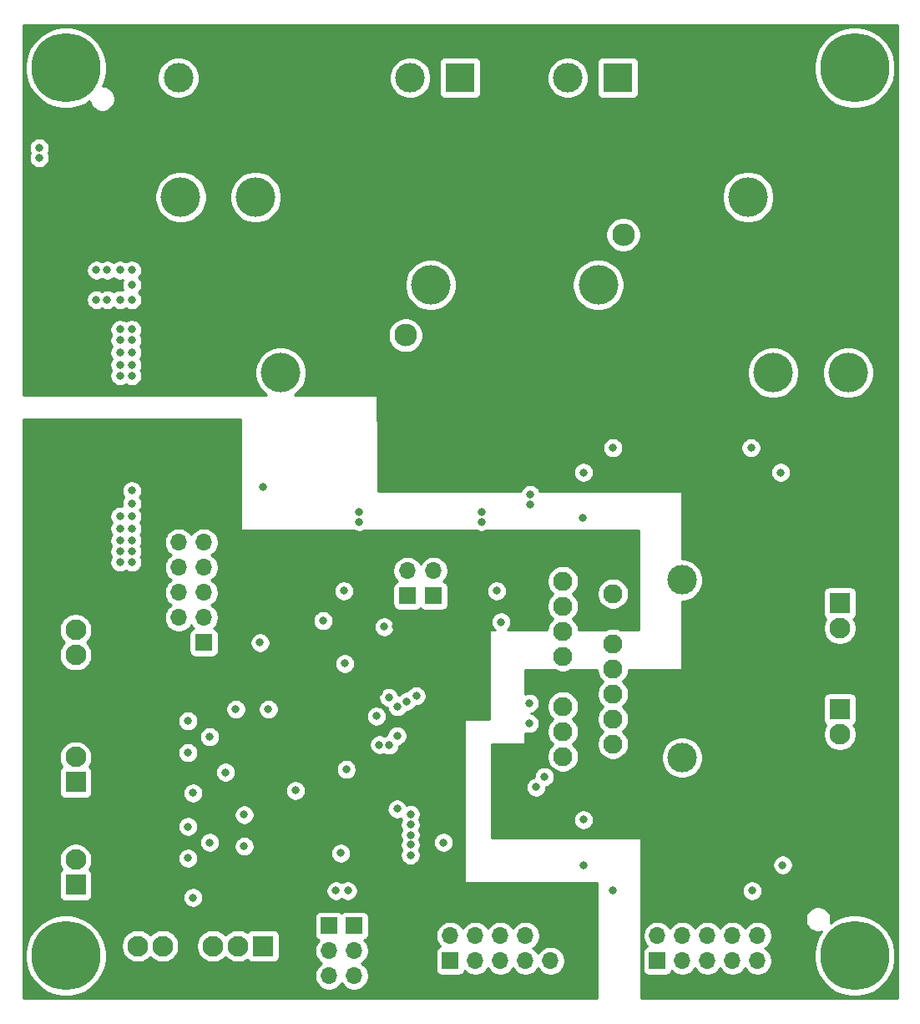
<source format=gbr>
%TF.GenerationSoftware,KiCad,Pcbnew,(5.1.6)-1*%
%TF.CreationDate,2022-04-28T16:11:12+09:00*%
%TF.ProjectId,FP-2500_TCU1000_V1.1,46502d32-3530-4305-9f54-435531303030,rev?*%
%TF.SameCoordinates,Original*%
%TF.FileFunction,Copper,L3,Inr*%
%TF.FilePolarity,Positive*%
%FSLAX46Y46*%
G04 Gerber Fmt 4.6, Leading zero omitted, Abs format (unit mm)*
G04 Created by KiCad (PCBNEW (5.1.6)-1) date 2022-04-28 16:11:12*
%MOMM*%
%LPD*%
G01*
G04 APERTURE LIST*
%TA.AperFunction,ViaPad*%
%ADD10C,3.000000*%
%TD*%
%TA.AperFunction,ViaPad*%
%ADD11O,1.700000X1.700000*%
%TD*%
%TA.AperFunction,ViaPad*%
%ADD12R,1.700000X1.700000*%
%TD*%
%TA.AperFunction,ViaPad*%
%ADD13C,4.000000*%
%TD*%
%TA.AperFunction,ViaPad*%
%ADD14C,2.300000*%
%TD*%
%TA.AperFunction,ViaPad*%
%ADD15C,2.100000*%
%TD*%
%TA.AperFunction,ViaPad*%
%ADD16R,2.100000X2.100000*%
%TD*%
%TA.AperFunction,ViaPad*%
%ADD17R,3.000000X3.000000*%
%TD*%
%TA.AperFunction,ViaPad*%
%ADD18C,1.950000*%
%TD*%
%TA.AperFunction,ViaPad*%
%ADD19C,0.800000*%
%TD*%
%TA.AperFunction,ViaPad*%
%ADD20C,7.000000*%
%TD*%
%TA.AperFunction,Conductor*%
%ADD21C,0.254000*%
%TD*%
G04 APERTURE END LIST*
D10*
%TO.N,Net-(HS1-Pad1)*%
%TO.C,HS1*%
X89500000Y-164900000D03*
X89500000Y-146900000D03*
%TD*%
D11*
%TO.N,VCC*%
%TO.C,J1*%
X76160000Y-182960000D03*
%TO.N,GND*%
X76160000Y-185500000D03*
%TO.N,/LCD_D7*%
X73620000Y-182960000D03*
%TO.N,/LCD_D6*%
X73620000Y-185500000D03*
%TO.N,/LCD_D5*%
X71080000Y-182960000D03*
%TO.N,/LCD_D4*%
X71080000Y-185500000D03*
%TO.N,/LCD_RS*%
X68540000Y-182960000D03*
%TO.N,/LCD_EN*%
X68540000Y-185500000D03*
%TO.N,/BTN_ENC*%
X66000000Y-182960000D03*
D12*
%TO.N,/BUZZER*%
X66000000Y-185500000D03*
%TD*%
D11*
%TO.N,Net-(J2-Pad10)*%
%TO.C,J2*%
X97160000Y-182960000D03*
%TO.N,GND*%
X97160000Y-185500000D03*
%TO.N,Net-(J2-Pad8)*%
X94620000Y-182960000D03*
%TO.N,Net-(J2-Pad7)*%
X94620000Y-185500000D03*
%TO.N,Net-(J2-Pad6)*%
X92080000Y-182960000D03*
%TO.N,/BTN_EN2*%
X92080000Y-185500000D03*
%TO.N,Net-(J2-Pad4)*%
X89540000Y-182960000D03*
%TO.N,/BTN_EN1*%
X89540000Y-185500000D03*
%TO.N,Net-(J2-Pad2)*%
X87000000Y-182960000D03*
D12*
%TO.N,Net-(J2-Pad1)*%
X87000000Y-185500000D03*
%TD*%
D11*
%TO.N,GND*%
%TO.C,J6*%
X38460000Y-143090000D03*
%TO.N,/MISO_PL2*%
X41000000Y-143090000D03*
%TO.N,GND*%
X38460000Y-145630000D03*
%TO.N,/SCK*%
X41000000Y-145630000D03*
%TO.N,GND*%
X38460000Y-148170000D03*
%TO.N,/RST*%
X41000000Y-148170000D03*
%TO.N,GND*%
X38460000Y-150710000D03*
%TO.N,Net-(J6-Pad3)*%
X41000000Y-150710000D03*
%TO.N,VCC*%
X38460000Y-153250000D03*
D12*
%TO.N,/MOSI_PL1*%
X41000000Y-153250000D03*
%TD*%
D11*
%TO.N,/KILL_SW*%
%TO.C,JP4*%
X53710000Y-187030000D03*
%TO.N,/RX_KILL*%
X53710000Y-184490000D03*
D12*
%TO.N,/RX*%
X53710000Y-181950000D03*
%TD*%
D13*
%TO.N,Net-(RLY1-Pad3)*%
%TO.C,RLY1*%
X38660000Y-108100000D03*
%TO.N,Net-(J4-Pad1)*%
X48800000Y-125900000D03*
D14*
%TO.N,Net-(D4-Pad1)*%
X61460000Y-122100000D03*
D13*
%TO.N,Net-(J4-Pad1)*%
X64000000Y-117000000D03*
D14*
%TO.N,VBUS*%
X61460000Y-111900000D03*
D13*
%TO.N,Net-(J4-Pad2)*%
X46260000Y-108100000D03*
%TD*%
D15*
%TO.N,Net-(D12-Pad1)*%
%TO.C,J10*%
X105500000Y-162540000D03*
D16*
%TO.N,Net-(D11-Pad1)*%
X105500000Y-160000000D03*
%TD*%
D15*
%TO.N,Net-(D10-Pad1)*%
%TO.C,J9*%
X105500000Y-151790000D03*
D16*
%TO.N,Net-(D13-Pad2)*%
X105500000Y-149250000D03*
%TD*%
D10*
%TO.N,Net-(J5-Pad2)*%
%TO.C,J5*%
X77920000Y-96000000D03*
D17*
%TO.N,Net-(J5-Pad1)*%
X83000000Y-96000000D03*
%TD*%
D10*
%TO.N,Net-(J4-Pad2)*%
%TO.C,J4*%
X61920000Y-96000000D03*
D17*
%TO.N,Net-(J4-Pad1)*%
X67000000Y-96000000D03*
%TD*%
D15*
%TO.N,GND*%
%TO.C,J8*%
X28000000Y-164860000D03*
D16*
%TO.N,Net-(C12-Pad1)*%
X28000000Y-167400000D03*
%TD*%
D15*
%TO.N,GND*%
%TO.C,J7*%
X28000000Y-175260000D03*
D16*
%TO.N,Net-(C11-Pad1)*%
X28000000Y-177800000D03*
%TD*%
D18*
%TO.N,GND*%
%TO.C,U3*%
X77420000Y-164790000D03*
%TO.N,Net-(D12-Pad1)*%
X82500000Y-163520000D03*
%TO.N,Net-(D11-Pad1)*%
X77420000Y-162250000D03*
%TO.N,/M2_IN2*%
X82500000Y-160980000D03*
%TO.N,/M2_EN*%
X77420000Y-159710000D03*
%TO.N,/M2_IN1*%
X82500000Y-158440000D03*
%TO.N,VBUS*%
X77420000Y-157170000D03*
%TO.N,GND*%
X82500000Y-155900000D03*
%TO.N,/M1_IN2*%
X77420000Y-154630000D03*
%TO.N,/M1_EN*%
X82500000Y-153360000D03*
%TO.N,/M1_IN1*%
X77420000Y-152090000D03*
%TO.N,VCC*%
X82500000Y-150820000D03*
%TO.N,Net-(D10-Pad1)*%
X77420000Y-149550000D03*
%TO.N,Net-(D13-Pad2)*%
X82500000Y-148280000D03*
%TO.N,GND*%
X77420000Y-147010000D03*
%TD*%
D13*
%TO.N,Net-(RLY2-Pad3)*%
%TO.C,RLY2*%
X106340000Y-125900000D03*
%TO.N,Net-(J5-Pad1)*%
X96200000Y-108100000D03*
D14*
%TO.N,Net-(D5-Pad1)*%
X83540000Y-111900000D03*
D13*
%TO.N,Net-(J5-Pad1)*%
X81000000Y-117000000D03*
D14*
%TO.N,VBUS*%
X83540000Y-122100000D03*
D13*
%TO.N,Net-(J5-Pad2)*%
X98740000Y-125900000D03*
%TD*%
D11*
%TO.N,/BUZZER*%
%TO.C,JP3*%
X56250000Y-187030000D03*
%TO.N,/TX_BUZ*%
X56250000Y-184490000D03*
D12*
%TO.N,/TX*%
X56250000Y-181950000D03*
%TD*%
D11*
%TO.N,Net-(JP2-Pad2)*%
%TO.C,JP2*%
X64300000Y-145960000D03*
D12*
%TO.N,/MISO_PL2*%
X64300000Y-148500000D03*
%TD*%
D11*
%TO.N,Net-(JP1-Pad2)*%
%TO.C,JP1*%
X61650000Y-145960000D03*
D12*
%TO.N,/MOSI_PL1*%
X61650000Y-148500000D03*
%TD*%
D15*
%TO.N,GND*%
%TO.C,J12*%
X28000000Y-151960000D03*
%TO.N,/KILL_SW*%
X28000000Y-154500000D03*
D16*
%TO.N,VCC*%
X28000000Y-157040000D03*
%TD*%
D15*
%TO.N,GND*%
%TO.C,J11*%
X34300000Y-184000000D03*
%TO.N,Net-(J11-Pad5)*%
X36840000Y-184000000D03*
%TO.N,VCC*%
X39380000Y-184000000D03*
%TO.N,/TX*%
X41920000Y-184000000D03*
%TO.N,/RX*%
X44460000Y-184000000D03*
D16*
%TO.N,Net-(J11-Pad1)*%
X47000000Y-184000000D03*
%TD*%
D10*
%TO.N,GND*%
%TO.C,J3*%
X38420000Y-96000000D03*
D17*
%TO.N,VBUS*%
X43500000Y-96000000D03*
%TD*%
D19*
%TO.N,Net-(H4-Pad1)*%
%TO.C,H4*%
X108856155Y-93143845D03*
X107000000Y-92375000D03*
X105143845Y-93143845D03*
X104375000Y-95000000D03*
X105143845Y-96856155D03*
X107000000Y-97625000D03*
X108856155Y-96856155D03*
X109625000Y-95000000D03*
D20*
X107000000Y-95000000D03*
%TD*%
D19*
%TO.N,Net-(H3-Pad1)*%
%TO.C,H3*%
X108856155Y-183143845D03*
X107000000Y-182375000D03*
X105143845Y-183143845D03*
X104375000Y-185000000D03*
X105143845Y-186856155D03*
X107000000Y-187625000D03*
X108856155Y-186856155D03*
X109625000Y-185000000D03*
D20*
X107000000Y-185000000D03*
%TD*%
D19*
%TO.N,Net-(H2-Pad1)*%
%TO.C,H2*%
X28856155Y-183143845D03*
X27000000Y-182375000D03*
X25143845Y-183143845D03*
X24375000Y-185000000D03*
X25143845Y-186856155D03*
X27000000Y-187625000D03*
X28856155Y-186856155D03*
X29625000Y-185000000D03*
D20*
X27000000Y-185000000D03*
%TD*%
D19*
%TO.N,Net-(H1-Pad1)*%
%TO.C,H1*%
X28856155Y-93143845D03*
X27000000Y-92375000D03*
X25143845Y-93143845D03*
X24375000Y-95000000D03*
X25143845Y-96856155D03*
X27000000Y-97625000D03*
X28856155Y-96856155D03*
X29625000Y-95000000D03*
D20*
X27000000Y-95000000D03*
%TD*%
D19*
%TO.N,GND*%
X54400000Y-178400000D03*
X55200000Y-148000000D03*
X47000000Y-137500000D03*
X56750000Y-141000000D03*
X56750000Y-140000000D03*
X24300000Y-103100000D03*
X24300000Y-104100000D03*
X32500000Y-122600000D03*
X30100000Y-115500000D03*
X31200000Y-115500000D03*
X32500000Y-115500000D03*
X30100000Y-118500000D03*
X31200000Y-118500000D03*
X32500000Y-118500000D03*
X33700000Y-122600000D03*
X33700000Y-118500000D03*
X33700000Y-115500000D03*
X32500000Y-125100000D03*
X33700000Y-125100000D03*
X32500000Y-126200000D03*
X33700000Y-126200000D03*
X32500000Y-144000000D03*
X33700000Y-144000000D03*
X32500000Y-145100000D03*
X33700000Y-145100000D03*
X32500000Y-142900000D03*
X33700000Y-142900000D03*
X32500000Y-141700000D03*
X33700000Y-141700000D03*
X39400000Y-171900000D03*
X41600000Y-173500000D03*
X39400000Y-164400000D03*
X39400000Y-161200000D03*
X41600000Y-162800000D03*
X39400000Y-175100000D03*
X45100000Y-170700000D03*
X59300000Y-151650000D03*
X55300000Y-155375000D03*
X53100000Y-151025000D03*
X61600000Y-159200000D03*
X99500000Y-136000000D03*
X96500000Y-133500000D03*
X82500000Y-133500000D03*
X79500000Y-136000000D03*
X99700000Y-175800000D03*
X96600000Y-178400000D03*
X82500000Y-178400000D03*
X79500000Y-175800000D03*
X69150000Y-140000000D03*
X69150000Y-141000000D03*
X74100000Y-138250000D03*
X74100000Y-139250000D03*
X70700000Y-148000000D03*
X60600000Y-170100000D03*
X55600000Y-178400000D03*
X32500000Y-123850000D03*
X33700000Y-123850000D03*
X33700000Y-117000000D03*
X32500000Y-140450000D03*
X33700000Y-140450000D03*
X33700000Y-137850000D03*
X33700000Y-139150000D03*
X33700000Y-121500000D03*
X32500000Y-121500000D03*
%TO.N,VCC*%
X43000000Y-137500000D03*
X59350000Y-170100000D03*
X69200000Y-155300000D03*
X69200000Y-157400000D03*
X39900000Y-166400000D03*
X39900000Y-177100000D03*
X45100000Y-175900000D03*
X45100000Y-167600000D03*
X45100000Y-165600000D03*
X58800000Y-158300000D03*
X60450000Y-151650000D03*
X31100000Y-131250000D03*
X25400000Y-133650000D03*
X31100000Y-132400000D03*
X24250000Y-141700000D03*
X25400000Y-141700000D03*
X24250000Y-132450000D03*
X24250000Y-133650000D03*
X25400000Y-131300000D03*
X25400000Y-132450000D03*
X24250000Y-131300000D03*
X24250000Y-144000000D03*
X25400000Y-144000000D03*
X24250000Y-142900000D03*
X24250000Y-145100000D03*
X25400000Y-145100000D03*
X25400000Y-142900000D03*
X24250000Y-134800000D03*
X25400000Y-134800000D03*
X32250000Y-131250000D03*
X32250000Y-132400000D03*
%TO.N,VBUS*%
X39000000Y-127700000D03*
X87000000Y-131500000D03*
X88000000Y-131500000D03*
X89000000Y-131500000D03*
X90000000Y-131500000D03*
X91000000Y-131500000D03*
X92000000Y-131500000D03*
X87000000Y-130500000D03*
X88000000Y-130500000D03*
X89000000Y-130500000D03*
X90000000Y-130500000D03*
X91000000Y-130500000D03*
X92000000Y-130500000D03*
X90000000Y-181100000D03*
X90000000Y-180100000D03*
X88000000Y-180100000D03*
X88000000Y-181100000D03*
X91000000Y-181100000D03*
X87000000Y-181100000D03*
X91000000Y-180100000D03*
X87000000Y-180100000D03*
X89000000Y-180100000D03*
X92000000Y-180100000D03*
X92000000Y-181100000D03*
X89000000Y-181100000D03*
X63450000Y-131450000D03*
X63450000Y-130450000D03*
X61450000Y-130450000D03*
X61450000Y-131450000D03*
X64450000Y-131450000D03*
X60450000Y-131450000D03*
X64450000Y-130450000D03*
X60450000Y-130450000D03*
X62450000Y-130450000D03*
X65450000Y-130450000D03*
X65450000Y-131450000D03*
X62450000Y-131450000D03*
X33700000Y-105450000D03*
X33700000Y-106650000D03*
X33700000Y-104200000D03*
X32500000Y-105600000D03*
X31300000Y-105450000D03*
X32500000Y-106650000D03*
X31300000Y-106650000D03*
X32500000Y-104200000D03*
X32500000Y-103000000D03*
X33700000Y-103000000D03*
%TO.N,Net-(D10-Pad1)*%
X79400000Y-140600000D03*
%TO.N,Net-(D11-Pad1)*%
X79500000Y-171200000D03*
%TO.N,/BTN_ENC*%
X61950000Y-172750000D03*
X65300000Y-173500000D03*
%TO.N,/BTN_EN2*%
X61950000Y-174800000D03*
%TO.N,/BTN_EN1*%
X61950000Y-173750000D03*
%TO.N,/MISO_PL2*%
X60650000Y-159750000D03*
%TO.N,/SCK*%
X55450000Y-166100000D03*
X45100000Y-173900000D03*
X47550000Y-160000000D03*
X43200000Y-166400000D03*
X44250000Y-160000000D03*
%TO.N,/RST*%
X60600000Y-162700000D03*
X54900000Y-174600000D03*
%TO.N,/MOSI_PL1*%
X59750000Y-158800000D03*
X46700000Y-153250000D03*
%TO.N,/KILL_SW*%
X50300000Y-168250000D03*
%TO.N,/TH1*%
X39900000Y-179100000D03*
X59800000Y-163650000D03*
%TO.N,/TH2*%
X58800000Y-163600000D03*
X39900000Y-168500000D03*
%TO.N,/M2_IN2*%
X74700000Y-167900000D03*
X58500000Y-160700000D03*
X74000000Y-161450000D03*
%TO.N,/M2_IN1*%
X75550000Y-166850000D03*
X74000000Y-159400000D03*
X62550000Y-158650000D03*
%TO.N,/M1_IN2*%
X71150000Y-151150000D03*
%TO.N,/M2_EN*%
X61950000Y-170650000D03*
%TO.N,/M1_EN*%
X61950000Y-171700000D03*
%TD*%
D21*
%TO.N,VCC*%
G36*
X44723000Y-141750000D02*
G01*
X44725440Y-141774776D01*
X44732667Y-141798601D01*
X44744403Y-141820557D01*
X44760197Y-141839803D01*
X44779443Y-141855597D01*
X44801399Y-141867333D01*
X44825224Y-141874560D01*
X44850000Y-141877000D01*
X56199573Y-141877000D01*
X56259744Y-141917205D01*
X56448102Y-141995226D01*
X56648061Y-142035000D01*
X56851939Y-142035000D01*
X57051898Y-141995226D01*
X57240256Y-141917205D01*
X57300427Y-141877000D01*
X68599573Y-141877000D01*
X68659744Y-141917205D01*
X68848102Y-141995226D01*
X69048061Y-142035000D01*
X69251939Y-142035000D01*
X69451898Y-141995226D01*
X69640256Y-141917205D01*
X69700427Y-141877000D01*
X85073000Y-141877000D01*
X85073000Y-151973000D01*
X83322131Y-151973000D01*
X83262621Y-151933237D01*
X82969620Y-151811871D01*
X82658571Y-151750000D01*
X82341429Y-151750000D01*
X82030380Y-151811871D01*
X81737379Y-151933237D01*
X81677869Y-151973000D01*
X79030000Y-151973000D01*
X79030000Y-151931429D01*
X78968129Y-151620380D01*
X78846763Y-151327379D01*
X78670569Y-151063685D01*
X78446315Y-150839431D01*
X78417234Y-150820000D01*
X78446315Y-150800569D01*
X78670569Y-150576315D01*
X78846763Y-150312621D01*
X78968129Y-150019620D01*
X79030000Y-149708571D01*
X79030000Y-149391429D01*
X78968129Y-149080380D01*
X78846763Y-148787379D01*
X78670569Y-148523685D01*
X78446315Y-148299431D01*
X78417234Y-148280000D01*
X78446315Y-148260569D01*
X78585455Y-148121429D01*
X80890000Y-148121429D01*
X80890000Y-148438571D01*
X80951871Y-148749620D01*
X81073237Y-149042621D01*
X81249431Y-149306315D01*
X81473685Y-149530569D01*
X81737379Y-149706763D01*
X82030380Y-149828129D01*
X82341429Y-149890000D01*
X82658571Y-149890000D01*
X82969620Y-149828129D01*
X83262621Y-149706763D01*
X83526315Y-149530569D01*
X83750569Y-149306315D01*
X83926763Y-149042621D01*
X84048129Y-148749620D01*
X84110000Y-148438571D01*
X84110000Y-148121429D01*
X84048129Y-147810380D01*
X83926763Y-147517379D01*
X83750569Y-147253685D01*
X83526315Y-147029431D01*
X83262621Y-146853237D01*
X82969620Y-146731871D01*
X82658571Y-146670000D01*
X82341429Y-146670000D01*
X82030380Y-146731871D01*
X81737379Y-146853237D01*
X81473685Y-147029431D01*
X81249431Y-147253685D01*
X81073237Y-147517379D01*
X80951871Y-147810380D01*
X80890000Y-148121429D01*
X78585455Y-148121429D01*
X78670569Y-148036315D01*
X78846763Y-147772621D01*
X78968129Y-147479620D01*
X79030000Y-147168571D01*
X79030000Y-146851429D01*
X78968129Y-146540380D01*
X78846763Y-146247379D01*
X78670569Y-145983685D01*
X78446315Y-145759431D01*
X78182621Y-145583237D01*
X77889620Y-145461871D01*
X77578571Y-145400000D01*
X77261429Y-145400000D01*
X76950380Y-145461871D01*
X76657379Y-145583237D01*
X76393685Y-145759431D01*
X76169431Y-145983685D01*
X75993237Y-146247379D01*
X75871871Y-146540380D01*
X75810000Y-146851429D01*
X75810000Y-147168571D01*
X75871871Y-147479620D01*
X75993237Y-147772621D01*
X76169431Y-148036315D01*
X76393685Y-148260569D01*
X76422766Y-148280000D01*
X76393685Y-148299431D01*
X76169431Y-148523685D01*
X75993237Y-148787379D01*
X75871871Y-149080380D01*
X75810000Y-149391429D01*
X75810000Y-149708571D01*
X75871871Y-150019620D01*
X75993237Y-150312621D01*
X76169431Y-150576315D01*
X76393685Y-150800569D01*
X76422766Y-150820000D01*
X76393685Y-150839431D01*
X76169431Y-151063685D01*
X75993237Y-151327379D01*
X75871871Y-151620380D01*
X75810000Y-151931429D01*
X75810000Y-151973000D01*
X71781244Y-151973000D01*
X71809774Y-151953937D01*
X71953937Y-151809774D01*
X72067205Y-151640256D01*
X72145226Y-151451898D01*
X72185000Y-151251939D01*
X72185000Y-151048061D01*
X72145226Y-150848102D01*
X72067205Y-150659744D01*
X71953937Y-150490226D01*
X71809774Y-150346063D01*
X71640256Y-150232795D01*
X71451898Y-150154774D01*
X71251939Y-150115000D01*
X71048061Y-150115000D01*
X70848102Y-150154774D01*
X70659744Y-150232795D01*
X70490226Y-150346063D01*
X70346063Y-150490226D01*
X70232795Y-150659744D01*
X70154774Y-150848102D01*
X70115000Y-151048061D01*
X70115000Y-151251939D01*
X70154774Y-151451898D01*
X70232795Y-151640256D01*
X70346063Y-151809774D01*
X70490226Y-151953937D01*
X70518756Y-151973000D01*
X70100000Y-151973000D01*
X70075224Y-151975440D01*
X70051399Y-151982667D01*
X70029443Y-151994403D01*
X70010197Y-152010197D01*
X69994403Y-152029443D01*
X69982667Y-152051399D01*
X69975440Y-152075224D01*
X69973000Y-152100000D01*
X69973000Y-160973000D01*
X67550000Y-160973000D01*
X67525224Y-160975440D01*
X67501399Y-160982667D01*
X67479443Y-160994403D01*
X67460197Y-161010197D01*
X67444403Y-161029443D01*
X67432667Y-161051399D01*
X67425440Y-161075224D01*
X67423000Y-161100000D01*
X67423000Y-177500000D01*
X67425440Y-177524776D01*
X67432667Y-177548601D01*
X67444403Y-177570557D01*
X67460197Y-177589803D01*
X67479443Y-177605597D01*
X67501399Y-177617333D01*
X67525224Y-177624560D01*
X67550000Y-177627000D01*
X80873000Y-177627000D01*
X80873000Y-189315000D01*
X22685000Y-189315000D01*
X22685000Y-184592738D01*
X22865000Y-184592738D01*
X22865000Y-185407262D01*
X23023906Y-186206135D01*
X23335611Y-186958657D01*
X23788136Y-187635909D01*
X24364091Y-188211864D01*
X25041343Y-188664389D01*
X25793865Y-188976094D01*
X26592738Y-189135000D01*
X27407262Y-189135000D01*
X28206135Y-188976094D01*
X28958657Y-188664389D01*
X29635909Y-188211864D01*
X30211864Y-187635909D01*
X30664389Y-186958657D01*
X30976094Y-186206135D01*
X31135000Y-185407262D01*
X31135000Y-184592738D01*
X30984086Y-183834042D01*
X32615000Y-183834042D01*
X32615000Y-184165958D01*
X32679754Y-184491496D01*
X32806772Y-184798147D01*
X32991175Y-185074125D01*
X33225875Y-185308825D01*
X33501853Y-185493228D01*
X33808504Y-185620246D01*
X34134042Y-185685000D01*
X34465958Y-185685000D01*
X34791496Y-185620246D01*
X35098147Y-185493228D01*
X35374125Y-185308825D01*
X35570000Y-185112950D01*
X35765875Y-185308825D01*
X36041853Y-185493228D01*
X36348504Y-185620246D01*
X36674042Y-185685000D01*
X37005958Y-185685000D01*
X37331496Y-185620246D01*
X37638147Y-185493228D01*
X37914125Y-185308825D01*
X38148825Y-185074125D01*
X38333228Y-184798147D01*
X38460246Y-184491496D01*
X38525000Y-184165958D01*
X38525000Y-183834042D01*
X40235000Y-183834042D01*
X40235000Y-184165958D01*
X40299754Y-184491496D01*
X40426772Y-184798147D01*
X40611175Y-185074125D01*
X40845875Y-185308825D01*
X41121853Y-185493228D01*
X41428504Y-185620246D01*
X41754042Y-185685000D01*
X42085958Y-185685000D01*
X42411496Y-185620246D01*
X42718147Y-185493228D01*
X42994125Y-185308825D01*
X43190000Y-185112950D01*
X43385875Y-185308825D01*
X43661853Y-185493228D01*
X43968504Y-185620246D01*
X44294042Y-185685000D01*
X44625958Y-185685000D01*
X44951496Y-185620246D01*
X45258147Y-185493228D01*
X45411958Y-185390454D01*
X45419463Y-185404494D01*
X45498815Y-185501185D01*
X45595506Y-185580537D01*
X45705820Y-185639502D01*
X45825518Y-185675812D01*
X45950000Y-185688072D01*
X48050000Y-185688072D01*
X48174482Y-185675812D01*
X48294180Y-185639502D01*
X48404494Y-185580537D01*
X48501185Y-185501185D01*
X48580537Y-185404494D01*
X48639502Y-185294180D01*
X48675812Y-185174482D01*
X48688072Y-185050000D01*
X48688072Y-182950000D01*
X48675812Y-182825518D01*
X48639502Y-182705820D01*
X48580537Y-182595506D01*
X48501185Y-182498815D01*
X48404494Y-182419463D01*
X48294180Y-182360498D01*
X48174482Y-182324188D01*
X48050000Y-182311928D01*
X45950000Y-182311928D01*
X45825518Y-182324188D01*
X45705820Y-182360498D01*
X45595506Y-182419463D01*
X45498815Y-182498815D01*
X45419463Y-182595506D01*
X45411958Y-182609546D01*
X45258147Y-182506772D01*
X44951496Y-182379754D01*
X44625958Y-182315000D01*
X44294042Y-182315000D01*
X43968504Y-182379754D01*
X43661853Y-182506772D01*
X43385875Y-182691175D01*
X43190000Y-182887050D01*
X42994125Y-182691175D01*
X42718147Y-182506772D01*
X42411496Y-182379754D01*
X42085958Y-182315000D01*
X41754042Y-182315000D01*
X41428504Y-182379754D01*
X41121853Y-182506772D01*
X40845875Y-182691175D01*
X40611175Y-182925875D01*
X40426772Y-183201853D01*
X40299754Y-183508504D01*
X40235000Y-183834042D01*
X38525000Y-183834042D01*
X38460246Y-183508504D01*
X38333228Y-183201853D01*
X38148825Y-182925875D01*
X37914125Y-182691175D01*
X37638147Y-182506772D01*
X37331496Y-182379754D01*
X37005958Y-182315000D01*
X36674042Y-182315000D01*
X36348504Y-182379754D01*
X36041853Y-182506772D01*
X35765875Y-182691175D01*
X35570000Y-182887050D01*
X35374125Y-182691175D01*
X35098147Y-182506772D01*
X34791496Y-182379754D01*
X34465958Y-182315000D01*
X34134042Y-182315000D01*
X33808504Y-182379754D01*
X33501853Y-182506772D01*
X33225875Y-182691175D01*
X32991175Y-182925875D01*
X32806772Y-183201853D01*
X32679754Y-183508504D01*
X32615000Y-183834042D01*
X30984086Y-183834042D01*
X30976094Y-183793865D01*
X30664389Y-183041343D01*
X30211864Y-182364091D01*
X29635909Y-181788136D01*
X28958657Y-181335611D01*
X28389843Y-181100000D01*
X52221928Y-181100000D01*
X52221928Y-182800000D01*
X52234188Y-182924482D01*
X52270498Y-183044180D01*
X52329463Y-183154494D01*
X52408815Y-183251185D01*
X52505506Y-183330537D01*
X52615820Y-183389502D01*
X52688380Y-183411513D01*
X52556525Y-183543368D01*
X52394010Y-183786589D01*
X52282068Y-184056842D01*
X52225000Y-184343740D01*
X52225000Y-184636260D01*
X52282068Y-184923158D01*
X52394010Y-185193411D01*
X52556525Y-185436632D01*
X52763368Y-185643475D01*
X52937760Y-185760000D01*
X52763368Y-185876525D01*
X52556525Y-186083368D01*
X52394010Y-186326589D01*
X52282068Y-186596842D01*
X52225000Y-186883740D01*
X52225000Y-187176260D01*
X52282068Y-187463158D01*
X52394010Y-187733411D01*
X52556525Y-187976632D01*
X52763368Y-188183475D01*
X53006589Y-188345990D01*
X53276842Y-188457932D01*
X53563740Y-188515000D01*
X53856260Y-188515000D01*
X54143158Y-188457932D01*
X54413411Y-188345990D01*
X54656632Y-188183475D01*
X54863475Y-187976632D01*
X54980000Y-187802240D01*
X55096525Y-187976632D01*
X55303368Y-188183475D01*
X55546589Y-188345990D01*
X55816842Y-188457932D01*
X56103740Y-188515000D01*
X56396260Y-188515000D01*
X56683158Y-188457932D01*
X56953411Y-188345990D01*
X57196632Y-188183475D01*
X57403475Y-187976632D01*
X57565990Y-187733411D01*
X57677932Y-187463158D01*
X57735000Y-187176260D01*
X57735000Y-186883740D01*
X57677932Y-186596842D01*
X57565990Y-186326589D01*
X57403475Y-186083368D01*
X57196632Y-185876525D01*
X57022240Y-185760000D01*
X57196632Y-185643475D01*
X57403475Y-185436632D01*
X57565990Y-185193411D01*
X57677932Y-184923158D01*
X57732266Y-184650000D01*
X64511928Y-184650000D01*
X64511928Y-186350000D01*
X64524188Y-186474482D01*
X64560498Y-186594180D01*
X64619463Y-186704494D01*
X64698815Y-186801185D01*
X64795506Y-186880537D01*
X64905820Y-186939502D01*
X65025518Y-186975812D01*
X65150000Y-186988072D01*
X66850000Y-186988072D01*
X66974482Y-186975812D01*
X67094180Y-186939502D01*
X67204494Y-186880537D01*
X67301185Y-186801185D01*
X67380537Y-186704494D01*
X67439502Y-186594180D01*
X67461513Y-186521620D01*
X67593368Y-186653475D01*
X67836589Y-186815990D01*
X68106842Y-186927932D01*
X68393740Y-186985000D01*
X68686260Y-186985000D01*
X68973158Y-186927932D01*
X69243411Y-186815990D01*
X69486632Y-186653475D01*
X69693475Y-186446632D01*
X69810000Y-186272240D01*
X69926525Y-186446632D01*
X70133368Y-186653475D01*
X70376589Y-186815990D01*
X70646842Y-186927932D01*
X70933740Y-186985000D01*
X71226260Y-186985000D01*
X71513158Y-186927932D01*
X71783411Y-186815990D01*
X72026632Y-186653475D01*
X72233475Y-186446632D01*
X72350000Y-186272240D01*
X72466525Y-186446632D01*
X72673368Y-186653475D01*
X72916589Y-186815990D01*
X73186842Y-186927932D01*
X73473740Y-186985000D01*
X73766260Y-186985000D01*
X74053158Y-186927932D01*
X74323411Y-186815990D01*
X74566632Y-186653475D01*
X74773475Y-186446632D01*
X74890000Y-186272240D01*
X75006525Y-186446632D01*
X75213368Y-186653475D01*
X75456589Y-186815990D01*
X75726842Y-186927932D01*
X76013740Y-186985000D01*
X76306260Y-186985000D01*
X76593158Y-186927932D01*
X76863411Y-186815990D01*
X77106632Y-186653475D01*
X77313475Y-186446632D01*
X77475990Y-186203411D01*
X77587932Y-185933158D01*
X77645000Y-185646260D01*
X77645000Y-185353740D01*
X77587932Y-185066842D01*
X77475990Y-184796589D01*
X77313475Y-184553368D01*
X77106632Y-184346525D01*
X76863411Y-184184010D01*
X76593158Y-184072068D01*
X76306260Y-184015000D01*
X76013740Y-184015000D01*
X75726842Y-184072068D01*
X75456589Y-184184010D01*
X75213368Y-184346525D01*
X75006525Y-184553368D01*
X74890000Y-184727760D01*
X74773475Y-184553368D01*
X74566632Y-184346525D01*
X74392240Y-184230000D01*
X74566632Y-184113475D01*
X74773475Y-183906632D01*
X74935990Y-183663411D01*
X75047932Y-183393158D01*
X75105000Y-183106260D01*
X75105000Y-182813740D01*
X75047932Y-182526842D01*
X74935990Y-182256589D01*
X74773475Y-182013368D01*
X74566632Y-181806525D01*
X74323411Y-181644010D01*
X74053158Y-181532068D01*
X73766260Y-181475000D01*
X73473740Y-181475000D01*
X73186842Y-181532068D01*
X72916589Y-181644010D01*
X72673368Y-181806525D01*
X72466525Y-182013368D01*
X72350000Y-182187760D01*
X72233475Y-182013368D01*
X72026632Y-181806525D01*
X71783411Y-181644010D01*
X71513158Y-181532068D01*
X71226260Y-181475000D01*
X70933740Y-181475000D01*
X70646842Y-181532068D01*
X70376589Y-181644010D01*
X70133368Y-181806525D01*
X69926525Y-182013368D01*
X69810000Y-182187760D01*
X69693475Y-182013368D01*
X69486632Y-181806525D01*
X69243411Y-181644010D01*
X68973158Y-181532068D01*
X68686260Y-181475000D01*
X68393740Y-181475000D01*
X68106842Y-181532068D01*
X67836589Y-181644010D01*
X67593368Y-181806525D01*
X67386525Y-182013368D01*
X67270000Y-182187760D01*
X67153475Y-182013368D01*
X66946632Y-181806525D01*
X66703411Y-181644010D01*
X66433158Y-181532068D01*
X66146260Y-181475000D01*
X65853740Y-181475000D01*
X65566842Y-181532068D01*
X65296589Y-181644010D01*
X65053368Y-181806525D01*
X64846525Y-182013368D01*
X64684010Y-182256589D01*
X64572068Y-182526842D01*
X64515000Y-182813740D01*
X64515000Y-183106260D01*
X64572068Y-183393158D01*
X64684010Y-183663411D01*
X64846525Y-183906632D01*
X64978380Y-184038487D01*
X64905820Y-184060498D01*
X64795506Y-184119463D01*
X64698815Y-184198815D01*
X64619463Y-184295506D01*
X64560498Y-184405820D01*
X64524188Y-184525518D01*
X64511928Y-184650000D01*
X57732266Y-184650000D01*
X57735000Y-184636260D01*
X57735000Y-184343740D01*
X57677932Y-184056842D01*
X57565990Y-183786589D01*
X57403475Y-183543368D01*
X57271620Y-183411513D01*
X57344180Y-183389502D01*
X57454494Y-183330537D01*
X57551185Y-183251185D01*
X57630537Y-183154494D01*
X57689502Y-183044180D01*
X57725812Y-182924482D01*
X57738072Y-182800000D01*
X57738072Y-181100000D01*
X57725812Y-180975518D01*
X57689502Y-180855820D01*
X57630537Y-180745506D01*
X57551185Y-180648815D01*
X57454494Y-180569463D01*
X57344180Y-180510498D01*
X57224482Y-180474188D01*
X57100000Y-180461928D01*
X55400000Y-180461928D01*
X55275518Y-180474188D01*
X55155820Y-180510498D01*
X55045506Y-180569463D01*
X54980000Y-180623222D01*
X54914494Y-180569463D01*
X54804180Y-180510498D01*
X54684482Y-180474188D01*
X54560000Y-180461928D01*
X52860000Y-180461928D01*
X52735518Y-180474188D01*
X52615820Y-180510498D01*
X52505506Y-180569463D01*
X52408815Y-180648815D01*
X52329463Y-180745506D01*
X52270498Y-180855820D01*
X52234188Y-180975518D01*
X52221928Y-181100000D01*
X28389843Y-181100000D01*
X28206135Y-181023906D01*
X27407262Y-180865000D01*
X26592738Y-180865000D01*
X25793865Y-181023906D01*
X25041343Y-181335611D01*
X24364091Y-181788136D01*
X23788136Y-182364091D01*
X23335611Y-183041343D01*
X23023906Y-183793865D01*
X22865000Y-184592738D01*
X22685000Y-184592738D01*
X22685000Y-176750000D01*
X26311928Y-176750000D01*
X26311928Y-178850000D01*
X26324188Y-178974482D01*
X26360498Y-179094180D01*
X26419463Y-179204494D01*
X26498815Y-179301185D01*
X26595506Y-179380537D01*
X26705820Y-179439502D01*
X26825518Y-179475812D01*
X26950000Y-179488072D01*
X29050000Y-179488072D01*
X29174482Y-179475812D01*
X29294180Y-179439502D01*
X29404494Y-179380537D01*
X29501185Y-179301185D01*
X29580537Y-179204494D01*
X29639502Y-179094180D01*
X29668659Y-178998061D01*
X38865000Y-178998061D01*
X38865000Y-179201939D01*
X38904774Y-179401898D01*
X38982795Y-179590256D01*
X39096063Y-179759774D01*
X39240226Y-179903937D01*
X39409744Y-180017205D01*
X39598102Y-180095226D01*
X39798061Y-180135000D01*
X40001939Y-180135000D01*
X40201898Y-180095226D01*
X40390256Y-180017205D01*
X40559774Y-179903937D01*
X40703937Y-179759774D01*
X40817205Y-179590256D01*
X40895226Y-179401898D01*
X40935000Y-179201939D01*
X40935000Y-178998061D01*
X40895226Y-178798102D01*
X40817205Y-178609744D01*
X40703937Y-178440226D01*
X40561772Y-178298061D01*
X53365000Y-178298061D01*
X53365000Y-178501939D01*
X53404774Y-178701898D01*
X53482795Y-178890256D01*
X53596063Y-179059774D01*
X53740226Y-179203937D01*
X53909744Y-179317205D01*
X54098102Y-179395226D01*
X54298061Y-179435000D01*
X54501939Y-179435000D01*
X54701898Y-179395226D01*
X54890256Y-179317205D01*
X55000000Y-179243877D01*
X55109744Y-179317205D01*
X55298102Y-179395226D01*
X55498061Y-179435000D01*
X55701939Y-179435000D01*
X55901898Y-179395226D01*
X56090256Y-179317205D01*
X56259774Y-179203937D01*
X56403937Y-179059774D01*
X56517205Y-178890256D01*
X56595226Y-178701898D01*
X56635000Y-178501939D01*
X56635000Y-178298061D01*
X56595226Y-178098102D01*
X56517205Y-177909744D01*
X56403937Y-177740226D01*
X56259774Y-177596063D01*
X56090256Y-177482795D01*
X55901898Y-177404774D01*
X55701939Y-177365000D01*
X55498061Y-177365000D01*
X55298102Y-177404774D01*
X55109744Y-177482795D01*
X55000000Y-177556123D01*
X54890256Y-177482795D01*
X54701898Y-177404774D01*
X54501939Y-177365000D01*
X54298061Y-177365000D01*
X54098102Y-177404774D01*
X53909744Y-177482795D01*
X53740226Y-177596063D01*
X53596063Y-177740226D01*
X53482795Y-177909744D01*
X53404774Y-178098102D01*
X53365000Y-178298061D01*
X40561772Y-178298061D01*
X40559774Y-178296063D01*
X40390256Y-178182795D01*
X40201898Y-178104774D01*
X40001939Y-178065000D01*
X39798061Y-178065000D01*
X39598102Y-178104774D01*
X39409744Y-178182795D01*
X39240226Y-178296063D01*
X39096063Y-178440226D01*
X38982795Y-178609744D01*
X38904774Y-178798102D01*
X38865000Y-178998061D01*
X29668659Y-178998061D01*
X29675812Y-178974482D01*
X29688072Y-178850000D01*
X29688072Y-176750000D01*
X29675812Y-176625518D01*
X29639502Y-176505820D01*
X29580537Y-176395506D01*
X29501185Y-176298815D01*
X29404494Y-176219463D01*
X29390454Y-176211958D01*
X29493228Y-176058147D01*
X29620246Y-175751496D01*
X29685000Y-175425958D01*
X29685000Y-175094042D01*
X29665909Y-174998061D01*
X38365000Y-174998061D01*
X38365000Y-175201939D01*
X38404774Y-175401898D01*
X38482795Y-175590256D01*
X38596063Y-175759774D01*
X38740226Y-175903937D01*
X38909744Y-176017205D01*
X39098102Y-176095226D01*
X39298061Y-176135000D01*
X39501939Y-176135000D01*
X39701898Y-176095226D01*
X39890256Y-176017205D01*
X40059774Y-175903937D01*
X40203937Y-175759774D01*
X40317205Y-175590256D01*
X40395226Y-175401898D01*
X40435000Y-175201939D01*
X40435000Y-174998061D01*
X40395226Y-174798102D01*
X40317205Y-174609744D01*
X40203937Y-174440226D01*
X40059774Y-174296063D01*
X39890256Y-174182795D01*
X39701898Y-174104774D01*
X39501939Y-174065000D01*
X39298061Y-174065000D01*
X39098102Y-174104774D01*
X38909744Y-174182795D01*
X38740226Y-174296063D01*
X38596063Y-174440226D01*
X38482795Y-174609744D01*
X38404774Y-174798102D01*
X38365000Y-174998061D01*
X29665909Y-174998061D01*
X29620246Y-174768504D01*
X29493228Y-174461853D01*
X29308825Y-174185875D01*
X29074125Y-173951175D01*
X28798147Y-173766772D01*
X28491496Y-173639754D01*
X28165958Y-173575000D01*
X27834042Y-173575000D01*
X27508504Y-173639754D01*
X27201853Y-173766772D01*
X26925875Y-173951175D01*
X26691175Y-174185875D01*
X26506772Y-174461853D01*
X26379754Y-174768504D01*
X26315000Y-175094042D01*
X26315000Y-175425958D01*
X26379754Y-175751496D01*
X26506772Y-176058147D01*
X26609546Y-176211958D01*
X26595506Y-176219463D01*
X26498815Y-176298815D01*
X26419463Y-176395506D01*
X26360498Y-176505820D01*
X26324188Y-176625518D01*
X26311928Y-176750000D01*
X22685000Y-176750000D01*
X22685000Y-173398061D01*
X40565000Y-173398061D01*
X40565000Y-173601939D01*
X40604774Y-173801898D01*
X40682795Y-173990256D01*
X40796063Y-174159774D01*
X40940226Y-174303937D01*
X41109744Y-174417205D01*
X41298102Y-174495226D01*
X41498061Y-174535000D01*
X41701939Y-174535000D01*
X41901898Y-174495226D01*
X42090256Y-174417205D01*
X42259774Y-174303937D01*
X42403937Y-174159774D01*
X42517205Y-173990256D01*
X42595226Y-173801898D01*
X42595989Y-173798061D01*
X44065000Y-173798061D01*
X44065000Y-174001939D01*
X44104774Y-174201898D01*
X44182795Y-174390256D01*
X44296063Y-174559774D01*
X44440226Y-174703937D01*
X44609744Y-174817205D01*
X44798102Y-174895226D01*
X44998061Y-174935000D01*
X45201939Y-174935000D01*
X45401898Y-174895226D01*
X45590256Y-174817205D01*
X45759774Y-174703937D01*
X45903937Y-174559774D01*
X45945172Y-174498061D01*
X53865000Y-174498061D01*
X53865000Y-174701939D01*
X53904774Y-174901898D01*
X53982795Y-175090256D01*
X54096063Y-175259774D01*
X54240226Y-175403937D01*
X54409744Y-175517205D01*
X54598102Y-175595226D01*
X54798061Y-175635000D01*
X55001939Y-175635000D01*
X55201898Y-175595226D01*
X55390256Y-175517205D01*
X55559774Y-175403937D01*
X55703937Y-175259774D01*
X55817205Y-175090256D01*
X55895226Y-174901898D01*
X55935000Y-174701939D01*
X55935000Y-174498061D01*
X55895226Y-174298102D01*
X55817205Y-174109744D01*
X55703937Y-173940226D01*
X55559774Y-173796063D01*
X55390256Y-173682795D01*
X55201898Y-173604774D01*
X55001939Y-173565000D01*
X54798061Y-173565000D01*
X54598102Y-173604774D01*
X54409744Y-173682795D01*
X54240226Y-173796063D01*
X54096063Y-173940226D01*
X53982795Y-174109744D01*
X53904774Y-174298102D01*
X53865000Y-174498061D01*
X45945172Y-174498061D01*
X46017205Y-174390256D01*
X46095226Y-174201898D01*
X46135000Y-174001939D01*
X46135000Y-173798061D01*
X46095226Y-173598102D01*
X46017205Y-173409744D01*
X45903937Y-173240226D01*
X45759774Y-173096063D01*
X45590256Y-172982795D01*
X45401898Y-172904774D01*
X45201939Y-172865000D01*
X44998061Y-172865000D01*
X44798102Y-172904774D01*
X44609744Y-172982795D01*
X44440226Y-173096063D01*
X44296063Y-173240226D01*
X44182795Y-173409744D01*
X44104774Y-173598102D01*
X44065000Y-173798061D01*
X42595989Y-173798061D01*
X42635000Y-173601939D01*
X42635000Y-173398061D01*
X42595226Y-173198102D01*
X42517205Y-173009744D01*
X42403937Y-172840226D01*
X42259774Y-172696063D01*
X42090256Y-172582795D01*
X41901898Y-172504774D01*
X41701939Y-172465000D01*
X41498061Y-172465000D01*
X41298102Y-172504774D01*
X41109744Y-172582795D01*
X40940226Y-172696063D01*
X40796063Y-172840226D01*
X40682795Y-173009744D01*
X40604774Y-173198102D01*
X40565000Y-173398061D01*
X22685000Y-173398061D01*
X22685000Y-171798061D01*
X38365000Y-171798061D01*
X38365000Y-172001939D01*
X38404774Y-172201898D01*
X38482795Y-172390256D01*
X38596063Y-172559774D01*
X38740226Y-172703937D01*
X38909744Y-172817205D01*
X39098102Y-172895226D01*
X39298061Y-172935000D01*
X39501939Y-172935000D01*
X39701898Y-172895226D01*
X39890256Y-172817205D01*
X40059774Y-172703937D01*
X40203937Y-172559774D01*
X40317205Y-172390256D01*
X40395226Y-172201898D01*
X40435000Y-172001939D01*
X40435000Y-171798061D01*
X40395226Y-171598102D01*
X40317205Y-171409744D01*
X40203937Y-171240226D01*
X40059774Y-171096063D01*
X39890256Y-170982795D01*
X39701898Y-170904774D01*
X39501939Y-170865000D01*
X39298061Y-170865000D01*
X39098102Y-170904774D01*
X38909744Y-170982795D01*
X38740226Y-171096063D01*
X38596063Y-171240226D01*
X38482795Y-171409744D01*
X38404774Y-171598102D01*
X38365000Y-171798061D01*
X22685000Y-171798061D01*
X22685000Y-170598061D01*
X44065000Y-170598061D01*
X44065000Y-170801939D01*
X44104774Y-171001898D01*
X44182795Y-171190256D01*
X44296063Y-171359774D01*
X44440226Y-171503937D01*
X44609744Y-171617205D01*
X44798102Y-171695226D01*
X44998061Y-171735000D01*
X45201939Y-171735000D01*
X45401898Y-171695226D01*
X45590256Y-171617205D01*
X45759774Y-171503937D01*
X45903937Y-171359774D01*
X46017205Y-171190256D01*
X46095226Y-171001898D01*
X46135000Y-170801939D01*
X46135000Y-170598061D01*
X46095226Y-170398102D01*
X46017205Y-170209744D01*
X45903937Y-170040226D01*
X45861772Y-169998061D01*
X59565000Y-169998061D01*
X59565000Y-170201939D01*
X59604774Y-170401898D01*
X59682795Y-170590256D01*
X59796063Y-170759774D01*
X59940226Y-170903937D01*
X60109744Y-171017205D01*
X60298102Y-171095226D01*
X60498061Y-171135000D01*
X60701939Y-171135000D01*
X60901898Y-171095226D01*
X60997705Y-171055541D01*
X61032795Y-171140256D01*
X61056010Y-171175000D01*
X61032795Y-171209744D01*
X60954774Y-171398102D01*
X60915000Y-171598061D01*
X60915000Y-171801939D01*
X60954774Y-172001898D01*
X61032795Y-172190256D01*
X61056010Y-172225000D01*
X61032795Y-172259744D01*
X60954774Y-172448102D01*
X60915000Y-172648061D01*
X60915000Y-172851939D01*
X60954774Y-173051898D01*
X61032795Y-173240256D01*
X61039306Y-173250000D01*
X61032795Y-173259744D01*
X60954774Y-173448102D01*
X60915000Y-173648061D01*
X60915000Y-173851939D01*
X60954774Y-174051898D01*
X61032795Y-174240256D01*
X61056010Y-174275000D01*
X61032795Y-174309744D01*
X60954774Y-174498102D01*
X60915000Y-174698061D01*
X60915000Y-174901939D01*
X60954774Y-175101898D01*
X61032795Y-175290256D01*
X61146063Y-175459774D01*
X61290226Y-175603937D01*
X61459744Y-175717205D01*
X61648102Y-175795226D01*
X61848061Y-175835000D01*
X62051939Y-175835000D01*
X62251898Y-175795226D01*
X62440256Y-175717205D01*
X62609774Y-175603937D01*
X62753937Y-175459774D01*
X62867205Y-175290256D01*
X62945226Y-175101898D01*
X62985000Y-174901939D01*
X62985000Y-174698061D01*
X62945226Y-174498102D01*
X62867205Y-174309744D01*
X62843990Y-174275000D01*
X62867205Y-174240256D01*
X62945226Y-174051898D01*
X62985000Y-173851939D01*
X62985000Y-173648061D01*
X62945226Y-173448102D01*
X62924499Y-173398061D01*
X64265000Y-173398061D01*
X64265000Y-173601939D01*
X64304774Y-173801898D01*
X64382795Y-173990256D01*
X64496063Y-174159774D01*
X64640226Y-174303937D01*
X64809744Y-174417205D01*
X64998102Y-174495226D01*
X65198061Y-174535000D01*
X65401939Y-174535000D01*
X65601898Y-174495226D01*
X65790256Y-174417205D01*
X65959774Y-174303937D01*
X66103937Y-174159774D01*
X66217205Y-173990256D01*
X66295226Y-173801898D01*
X66335000Y-173601939D01*
X66335000Y-173398061D01*
X66295226Y-173198102D01*
X66217205Y-173009744D01*
X66103937Y-172840226D01*
X65959774Y-172696063D01*
X65790256Y-172582795D01*
X65601898Y-172504774D01*
X65401939Y-172465000D01*
X65198061Y-172465000D01*
X64998102Y-172504774D01*
X64809744Y-172582795D01*
X64640226Y-172696063D01*
X64496063Y-172840226D01*
X64382795Y-173009744D01*
X64304774Y-173198102D01*
X64265000Y-173398061D01*
X62924499Y-173398061D01*
X62867205Y-173259744D01*
X62860694Y-173250000D01*
X62867205Y-173240256D01*
X62945226Y-173051898D01*
X62985000Y-172851939D01*
X62985000Y-172648061D01*
X62945226Y-172448102D01*
X62867205Y-172259744D01*
X62843990Y-172225000D01*
X62867205Y-172190256D01*
X62945226Y-172001898D01*
X62985000Y-171801939D01*
X62985000Y-171598061D01*
X62945226Y-171398102D01*
X62867205Y-171209744D01*
X62843990Y-171175000D01*
X62867205Y-171140256D01*
X62945226Y-170951898D01*
X62985000Y-170751939D01*
X62985000Y-170548061D01*
X62945226Y-170348102D01*
X62867205Y-170159744D01*
X62753937Y-169990226D01*
X62609774Y-169846063D01*
X62440256Y-169732795D01*
X62251898Y-169654774D01*
X62051939Y-169615000D01*
X61848061Y-169615000D01*
X61648102Y-169654774D01*
X61552295Y-169694459D01*
X61517205Y-169609744D01*
X61403937Y-169440226D01*
X61259774Y-169296063D01*
X61090256Y-169182795D01*
X60901898Y-169104774D01*
X60701939Y-169065000D01*
X60498061Y-169065000D01*
X60298102Y-169104774D01*
X60109744Y-169182795D01*
X59940226Y-169296063D01*
X59796063Y-169440226D01*
X59682795Y-169609744D01*
X59604774Y-169798102D01*
X59565000Y-169998061D01*
X45861772Y-169998061D01*
X45759774Y-169896063D01*
X45590256Y-169782795D01*
X45401898Y-169704774D01*
X45201939Y-169665000D01*
X44998061Y-169665000D01*
X44798102Y-169704774D01*
X44609744Y-169782795D01*
X44440226Y-169896063D01*
X44296063Y-170040226D01*
X44182795Y-170209744D01*
X44104774Y-170398102D01*
X44065000Y-170598061D01*
X22685000Y-170598061D01*
X22685000Y-166350000D01*
X26311928Y-166350000D01*
X26311928Y-168450000D01*
X26324188Y-168574482D01*
X26360498Y-168694180D01*
X26419463Y-168804494D01*
X26498815Y-168901185D01*
X26595506Y-168980537D01*
X26705820Y-169039502D01*
X26825518Y-169075812D01*
X26950000Y-169088072D01*
X29050000Y-169088072D01*
X29174482Y-169075812D01*
X29294180Y-169039502D01*
X29404494Y-168980537D01*
X29501185Y-168901185D01*
X29580537Y-168804494D01*
X29639502Y-168694180D01*
X29675812Y-168574482D01*
X29688072Y-168450000D01*
X29688072Y-168398061D01*
X38865000Y-168398061D01*
X38865000Y-168601939D01*
X38904774Y-168801898D01*
X38982795Y-168990256D01*
X39096063Y-169159774D01*
X39240226Y-169303937D01*
X39409744Y-169417205D01*
X39598102Y-169495226D01*
X39798061Y-169535000D01*
X40001939Y-169535000D01*
X40201898Y-169495226D01*
X40390256Y-169417205D01*
X40559774Y-169303937D01*
X40703937Y-169159774D01*
X40817205Y-168990256D01*
X40895226Y-168801898D01*
X40935000Y-168601939D01*
X40935000Y-168398061D01*
X40895226Y-168198102D01*
X40874499Y-168148061D01*
X49265000Y-168148061D01*
X49265000Y-168351939D01*
X49304774Y-168551898D01*
X49382795Y-168740256D01*
X49496063Y-168909774D01*
X49640226Y-169053937D01*
X49809744Y-169167205D01*
X49998102Y-169245226D01*
X50198061Y-169285000D01*
X50401939Y-169285000D01*
X50601898Y-169245226D01*
X50790256Y-169167205D01*
X50959774Y-169053937D01*
X51103937Y-168909774D01*
X51217205Y-168740256D01*
X51295226Y-168551898D01*
X51335000Y-168351939D01*
X51335000Y-168148061D01*
X51295226Y-167948102D01*
X51217205Y-167759744D01*
X51103937Y-167590226D01*
X50959774Y-167446063D01*
X50790256Y-167332795D01*
X50601898Y-167254774D01*
X50401939Y-167215000D01*
X50198061Y-167215000D01*
X49998102Y-167254774D01*
X49809744Y-167332795D01*
X49640226Y-167446063D01*
X49496063Y-167590226D01*
X49382795Y-167759744D01*
X49304774Y-167948102D01*
X49265000Y-168148061D01*
X40874499Y-168148061D01*
X40817205Y-168009744D01*
X40703937Y-167840226D01*
X40559774Y-167696063D01*
X40390256Y-167582795D01*
X40201898Y-167504774D01*
X40001939Y-167465000D01*
X39798061Y-167465000D01*
X39598102Y-167504774D01*
X39409744Y-167582795D01*
X39240226Y-167696063D01*
X39096063Y-167840226D01*
X38982795Y-168009744D01*
X38904774Y-168198102D01*
X38865000Y-168398061D01*
X29688072Y-168398061D01*
X29688072Y-166350000D01*
X29682957Y-166298061D01*
X42165000Y-166298061D01*
X42165000Y-166501939D01*
X42204774Y-166701898D01*
X42282795Y-166890256D01*
X42396063Y-167059774D01*
X42540226Y-167203937D01*
X42709744Y-167317205D01*
X42898102Y-167395226D01*
X43098061Y-167435000D01*
X43301939Y-167435000D01*
X43501898Y-167395226D01*
X43690256Y-167317205D01*
X43859774Y-167203937D01*
X44003937Y-167059774D01*
X44117205Y-166890256D01*
X44195226Y-166701898D01*
X44235000Y-166501939D01*
X44235000Y-166298061D01*
X44195226Y-166098102D01*
X44153788Y-165998061D01*
X54415000Y-165998061D01*
X54415000Y-166201939D01*
X54454774Y-166401898D01*
X54532795Y-166590256D01*
X54646063Y-166759774D01*
X54790226Y-166903937D01*
X54959744Y-167017205D01*
X55148102Y-167095226D01*
X55348061Y-167135000D01*
X55551939Y-167135000D01*
X55751898Y-167095226D01*
X55940256Y-167017205D01*
X56109774Y-166903937D01*
X56253937Y-166759774D01*
X56367205Y-166590256D01*
X56445226Y-166401898D01*
X56485000Y-166201939D01*
X56485000Y-165998061D01*
X56445226Y-165798102D01*
X56367205Y-165609744D01*
X56253937Y-165440226D01*
X56109774Y-165296063D01*
X55940256Y-165182795D01*
X55751898Y-165104774D01*
X55551939Y-165065000D01*
X55348061Y-165065000D01*
X55148102Y-165104774D01*
X54959744Y-165182795D01*
X54790226Y-165296063D01*
X54646063Y-165440226D01*
X54532795Y-165609744D01*
X54454774Y-165798102D01*
X54415000Y-165998061D01*
X44153788Y-165998061D01*
X44117205Y-165909744D01*
X44003937Y-165740226D01*
X43859774Y-165596063D01*
X43690256Y-165482795D01*
X43501898Y-165404774D01*
X43301939Y-165365000D01*
X43098061Y-165365000D01*
X42898102Y-165404774D01*
X42709744Y-165482795D01*
X42540226Y-165596063D01*
X42396063Y-165740226D01*
X42282795Y-165909744D01*
X42204774Y-166098102D01*
X42165000Y-166298061D01*
X29682957Y-166298061D01*
X29675812Y-166225518D01*
X29639502Y-166105820D01*
X29580537Y-165995506D01*
X29501185Y-165898815D01*
X29404494Y-165819463D01*
X29390454Y-165811958D01*
X29493228Y-165658147D01*
X29620246Y-165351496D01*
X29685000Y-165025958D01*
X29685000Y-164694042D01*
X29620246Y-164368504D01*
X29591068Y-164298061D01*
X38365000Y-164298061D01*
X38365000Y-164501939D01*
X38404774Y-164701898D01*
X38482795Y-164890256D01*
X38596063Y-165059774D01*
X38740226Y-165203937D01*
X38909744Y-165317205D01*
X39098102Y-165395226D01*
X39298061Y-165435000D01*
X39501939Y-165435000D01*
X39701898Y-165395226D01*
X39890256Y-165317205D01*
X40059774Y-165203937D01*
X40203937Y-165059774D01*
X40317205Y-164890256D01*
X40395226Y-164701898D01*
X40435000Y-164501939D01*
X40435000Y-164298061D01*
X40395226Y-164098102D01*
X40317205Y-163909744D01*
X40203937Y-163740226D01*
X40059774Y-163596063D01*
X39890256Y-163482795D01*
X39701898Y-163404774D01*
X39501939Y-163365000D01*
X39298061Y-163365000D01*
X39098102Y-163404774D01*
X38909744Y-163482795D01*
X38740226Y-163596063D01*
X38596063Y-163740226D01*
X38482795Y-163909744D01*
X38404774Y-164098102D01*
X38365000Y-164298061D01*
X29591068Y-164298061D01*
X29493228Y-164061853D01*
X29308825Y-163785875D01*
X29074125Y-163551175D01*
X28798147Y-163366772D01*
X28491496Y-163239754D01*
X28165958Y-163175000D01*
X27834042Y-163175000D01*
X27508504Y-163239754D01*
X27201853Y-163366772D01*
X26925875Y-163551175D01*
X26691175Y-163785875D01*
X26506772Y-164061853D01*
X26379754Y-164368504D01*
X26315000Y-164694042D01*
X26315000Y-165025958D01*
X26379754Y-165351496D01*
X26506772Y-165658147D01*
X26609546Y-165811958D01*
X26595506Y-165819463D01*
X26498815Y-165898815D01*
X26419463Y-165995506D01*
X26360498Y-166105820D01*
X26324188Y-166225518D01*
X26311928Y-166350000D01*
X22685000Y-166350000D01*
X22685000Y-162698061D01*
X40565000Y-162698061D01*
X40565000Y-162901939D01*
X40604774Y-163101898D01*
X40682795Y-163290256D01*
X40796063Y-163459774D01*
X40940226Y-163603937D01*
X41109744Y-163717205D01*
X41298102Y-163795226D01*
X41498061Y-163835000D01*
X41701939Y-163835000D01*
X41901898Y-163795226D01*
X42090256Y-163717205D01*
X42259774Y-163603937D01*
X42365650Y-163498061D01*
X57765000Y-163498061D01*
X57765000Y-163701939D01*
X57804774Y-163901898D01*
X57882795Y-164090256D01*
X57996063Y-164259774D01*
X58140226Y-164403937D01*
X58309744Y-164517205D01*
X58498102Y-164595226D01*
X58698061Y-164635000D01*
X58901939Y-164635000D01*
X59101898Y-164595226D01*
X59256092Y-164531356D01*
X59309744Y-164567205D01*
X59498102Y-164645226D01*
X59698061Y-164685000D01*
X59901939Y-164685000D01*
X60101898Y-164645226D01*
X60290256Y-164567205D01*
X60459774Y-164453937D01*
X60603937Y-164309774D01*
X60717205Y-164140256D01*
X60795226Y-163951898D01*
X60835000Y-163751939D01*
X60835000Y-163708533D01*
X60901898Y-163695226D01*
X61090256Y-163617205D01*
X61259774Y-163503937D01*
X61403937Y-163359774D01*
X61517205Y-163190256D01*
X61595226Y-163001898D01*
X61635000Y-162801939D01*
X61635000Y-162598061D01*
X61595226Y-162398102D01*
X61517205Y-162209744D01*
X61403937Y-162040226D01*
X61259774Y-161896063D01*
X61090256Y-161782795D01*
X60901898Y-161704774D01*
X60701939Y-161665000D01*
X60498061Y-161665000D01*
X60298102Y-161704774D01*
X60109744Y-161782795D01*
X59940226Y-161896063D01*
X59796063Y-162040226D01*
X59682795Y-162209744D01*
X59604774Y-162398102D01*
X59565000Y-162598061D01*
X59565000Y-162641467D01*
X59498102Y-162654774D01*
X59343908Y-162718644D01*
X59290256Y-162682795D01*
X59101898Y-162604774D01*
X58901939Y-162565000D01*
X58698061Y-162565000D01*
X58498102Y-162604774D01*
X58309744Y-162682795D01*
X58140226Y-162796063D01*
X57996063Y-162940226D01*
X57882795Y-163109744D01*
X57804774Y-163298102D01*
X57765000Y-163498061D01*
X42365650Y-163498061D01*
X42403937Y-163459774D01*
X42517205Y-163290256D01*
X42595226Y-163101898D01*
X42635000Y-162901939D01*
X42635000Y-162698061D01*
X42595226Y-162498102D01*
X42517205Y-162309744D01*
X42403937Y-162140226D01*
X42259774Y-161996063D01*
X42090256Y-161882795D01*
X41901898Y-161804774D01*
X41701939Y-161765000D01*
X41498061Y-161765000D01*
X41298102Y-161804774D01*
X41109744Y-161882795D01*
X40940226Y-161996063D01*
X40796063Y-162140226D01*
X40682795Y-162309744D01*
X40604774Y-162498102D01*
X40565000Y-162698061D01*
X22685000Y-162698061D01*
X22685000Y-161098061D01*
X38365000Y-161098061D01*
X38365000Y-161301939D01*
X38404774Y-161501898D01*
X38482795Y-161690256D01*
X38596063Y-161859774D01*
X38740226Y-162003937D01*
X38909744Y-162117205D01*
X39098102Y-162195226D01*
X39298061Y-162235000D01*
X39501939Y-162235000D01*
X39701898Y-162195226D01*
X39890256Y-162117205D01*
X40059774Y-162003937D01*
X40203937Y-161859774D01*
X40317205Y-161690256D01*
X40395226Y-161501898D01*
X40435000Y-161301939D01*
X40435000Y-161098061D01*
X40395226Y-160898102D01*
X40317205Y-160709744D01*
X40203937Y-160540226D01*
X40059774Y-160396063D01*
X39890256Y-160282795D01*
X39701898Y-160204774D01*
X39501939Y-160165000D01*
X39298061Y-160165000D01*
X39098102Y-160204774D01*
X38909744Y-160282795D01*
X38740226Y-160396063D01*
X38596063Y-160540226D01*
X38482795Y-160709744D01*
X38404774Y-160898102D01*
X38365000Y-161098061D01*
X22685000Y-161098061D01*
X22685000Y-159898061D01*
X43215000Y-159898061D01*
X43215000Y-160101939D01*
X43254774Y-160301898D01*
X43332795Y-160490256D01*
X43446063Y-160659774D01*
X43590226Y-160803937D01*
X43759744Y-160917205D01*
X43948102Y-160995226D01*
X44148061Y-161035000D01*
X44351939Y-161035000D01*
X44551898Y-160995226D01*
X44740256Y-160917205D01*
X44909774Y-160803937D01*
X45053937Y-160659774D01*
X45167205Y-160490256D01*
X45245226Y-160301898D01*
X45285000Y-160101939D01*
X45285000Y-159898061D01*
X46515000Y-159898061D01*
X46515000Y-160101939D01*
X46554774Y-160301898D01*
X46632795Y-160490256D01*
X46746063Y-160659774D01*
X46890226Y-160803937D01*
X47059744Y-160917205D01*
X47248102Y-160995226D01*
X47448061Y-161035000D01*
X47651939Y-161035000D01*
X47851898Y-160995226D01*
X48040256Y-160917205D01*
X48209774Y-160803937D01*
X48353937Y-160659774D01*
X48395172Y-160598061D01*
X57465000Y-160598061D01*
X57465000Y-160801939D01*
X57504774Y-161001898D01*
X57582795Y-161190256D01*
X57696063Y-161359774D01*
X57840226Y-161503937D01*
X58009744Y-161617205D01*
X58198102Y-161695226D01*
X58398061Y-161735000D01*
X58601939Y-161735000D01*
X58801898Y-161695226D01*
X58990256Y-161617205D01*
X59159774Y-161503937D01*
X59303937Y-161359774D01*
X59417205Y-161190256D01*
X59495226Y-161001898D01*
X59535000Y-160801939D01*
X59535000Y-160598061D01*
X59495226Y-160398102D01*
X59417205Y-160209744D01*
X59303937Y-160040226D01*
X59159774Y-159896063D01*
X58990256Y-159782795D01*
X58801898Y-159704774D01*
X58601939Y-159665000D01*
X58398061Y-159665000D01*
X58198102Y-159704774D01*
X58009744Y-159782795D01*
X57840226Y-159896063D01*
X57696063Y-160040226D01*
X57582795Y-160209744D01*
X57504774Y-160398102D01*
X57465000Y-160598061D01*
X48395172Y-160598061D01*
X48467205Y-160490256D01*
X48545226Y-160301898D01*
X48585000Y-160101939D01*
X48585000Y-159898061D01*
X48545226Y-159698102D01*
X48467205Y-159509744D01*
X48353937Y-159340226D01*
X48209774Y-159196063D01*
X48040256Y-159082795D01*
X47851898Y-159004774D01*
X47651939Y-158965000D01*
X47448061Y-158965000D01*
X47248102Y-159004774D01*
X47059744Y-159082795D01*
X46890226Y-159196063D01*
X46746063Y-159340226D01*
X46632795Y-159509744D01*
X46554774Y-159698102D01*
X46515000Y-159898061D01*
X45285000Y-159898061D01*
X45245226Y-159698102D01*
X45167205Y-159509744D01*
X45053937Y-159340226D01*
X44909774Y-159196063D01*
X44740256Y-159082795D01*
X44551898Y-159004774D01*
X44351939Y-158965000D01*
X44148061Y-158965000D01*
X43948102Y-159004774D01*
X43759744Y-159082795D01*
X43590226Y-159196063D01*
X43446063Y-159340226D01*
X43332795Y-159509744D01*
X43254774Y-159698102D01*
X43215000Y-159898061D01*
X22685000Y-159898061D01*
X22685000Y-158698061D01*
X58715000Y-158698061D01*
X58715000Y-158901939D01*
X58754774Y-159101898D01*
X58832795Y-159290256D01*
X58946063Y-159459774D01*
X59090226Y-159603937D01*
X59259744Y-159717205D01*
X59448102Y-159795226D01*
X59615000Y-159828424D01*
X59615000Y-159851939D01*
X59654774Y-160051898D01*
X59732795Y-160240256D01*
X59846063Y-160409774D01*
X59990226Y-160553937D01*
X60159744Y-160667205D01*
X60348102Y-160745226D01*
X60548061Y-160785000D01*
X60751939Y-160785000D01*
X60951898Y-160745226D01*
X61140256Y-160667205D01*
X61309774Y-160553937D01*
X61453937Y-160409774D01*
X61567205Y-160240256D01*
X61569382Y-160235000D01*
X61701939Y-160235000D01*
X61901898Y-160195226D01*
X62090256Y-160117205D01*
X62259774Y-160003937D01*
X62403937Y-159859774D01*
X62517205Y-159690256D01*
X62519382Y-159685000D01*
X62651939Y-159685000D01*
X62851898Y-159645226D01*
X63040256Y-159567205D01*
X63209774Y-159453937D01*
X63353937Y-159309774D01*
X63467205Y-159140256D01*
X63545226Y-158951898D01*
X63585000Y-158751939D01*
X63585000Y-158548061D01*
X63545226Y-158348102D01*
X63467205Y-158159744D01*
X63353937Y-157990226D01*
X63209774Y-157846063D01*
X63040256Y-157732795D01*
X62851898Y-157654774D01*
X62651939Y-157615000D01*
X62448061Y-157615000D01*
X62248102Y-157654774D01*
X62059744Y-157732795D01*
X61890226Y-157846063D01*
X61746063Y-157990226D01*
X61632795Y-158159744D01*
X61630618Y-158165000D01*
X61498061Y-158165000D01*
X61298102Y-158204774D01*
X61109744Y-158282795D01*
X60940226Y-158396063D01*
X60796063Y-158540226D01*
X60763345Y-158589192D01*
X60745226Y-158498102D01*
X60667205Y-158309744D01*
X60553937Y-158140226D01*
X60409774Y-157996063D01*
X60240256Y-157882795D01*
X60051898Y-157804774D01*
X59851939Y-157765000D01*
X59648061Y-157765000D01*
X59448102Y-157804774D01*
X59259744Y-157882795D01*
X59090226Y-157996063D01*
X58946063Y-158140226D01*
X58832795Y-158309744D01*
X58754774Y-158498102D01*
X58715000Y-158698061D01*
X22685000Y-158698061D01*
X22685000Y-151794042D01*
X26315000Y-151794042D01*
X26315000Y-152125958D01*
X26379754Y-152451496D01*
X26506772Y-152758147D01*
X26691175Y-153034125D01*
X26887050Y-153230000D01*
X26691175Y-153425875D01*
X26506772Y-153701853D01*
X26379754Y-154008504D01*
X26315000Y-154334042D01*
X26315000Y-154665958D01*
X26379754Y-154991496D01*
X26506772Y-155298147D01*
X26691175Y-155574125D01*
X26925875Y-155808825D01*
X27201853Y-155993228D01*
X27508504Y-156120246D01*
X27834042Y-156185000D01*
X28165958Y-156185000D01*
X28491496Y-156120246D01*
X28798147Y-155993228D01*
X29074125Y-155808825D01*
X29308825Y-155574125D01*
X29493228Y-155298147D01*
X29503618Y-155273061D01*
X54265000Y-155273061D01*
X54265000Y-155476939D01*
X54304774Y-155676898D01*
X54382795Y-155865256D01*
X54496063Y-156034774D01*
X54640226Y-156178937D01*
X54809744Y-156292205D01*
X54998102Y-156370226D01*
X55198061Y-156410000D01*
X55401939Y-156410000D01*
X55601898Y-156370226D01*
X55790256Y-156292205D01*
X55959774Y-156178937D01*
X56103937Y-156034774D01*
X56217205Y-155865256D01*
X56295226Y-155676898D01*
X56335000Y-155476939D01*
X56335000Y-155273061D01*
X56295226Y-155073102D01*
X56217205Y-154884744D01*
X56103937Y-154715226D01*
X55959774Y-154571063D01*
X55790256Y-154457795D01*
X55601898Y-154379774D01*
X55401939Y-154340000D01*
X55198061Y-154340000D01*
X54998102Y-154379774D01*
X54809744Y-154457795D01*
X54640226Y-154571063D01*
X54496063Y-154715226D01*
X54382795Y-154884744D01*
X54304774Y-155073102D01*
X54265000Y-155273061D01*
X29503618Y-155273061D01*
X29620246Y-154991496D01*
X29685000Y-154665958D01*
X29685000Y-154334042D01*
X29620246Y-154008504D01*
X29493228Y-153701853D01*
X29308825Y-153425875D01*
X29112950Y-153230000D01*
X29308825Y-153034125D01*
X29493228Y-152758147D01*
X29620246Y-152451496D01*
X29685000Y-152125958D01*
X29685000Y-151794042D01*
X29620246Y-151468504D01*
X29493228Y-151161853D01*
X29308825Y-150885875D01*
X29074125Y-150651175D01*
X28798147Y-150466772D01*
X28491496Y-150339754D01*
X28165958Y-150275000D01*
X27834042Y-150275000D01*
X27508504Y-150339754D01*
X27201853Y-150466772D01*
X26925875Y-150651175D01*
X26691175Y-150885875D01*
X26506772Y-151161853D01*
X26379754Y-151468504D01*
X26315000Y-151794042D01*
X22685000Y-151794042D01*
X22685000Y-140348061D01*
X31465000Y-140348061D01*
X31465000Y-140551939D01*
X31504774Y-140751898D01*
X31582795Y-140940256D01*
X31672828Y-141075000D01*
X31582795Y-141209744D01*
X31504774Y-141398102D01*
X31465000Y-141598061D01*
X31465000Y-141801939D01*
X31504774Y-142001898D01*
X31582795Y-142190256D01*
X31656123Y-142300000D01*
X31582795Y-142409744D01*
X31504774Y-142598102D01*
X31465000Y-142798061D01*
X31465000Y-143001939D01*
X31504774Y-143201898D01*
X31582795Y-143390256D01*
X31622715Y-143450000D01*
X31582795Y-143509744D01*
X31504774Y-143698102D01*
X31465000Y-143898061D01*
X31465000Y-144101939D01*
X31504774Y-144301898D01*
X31582795Y-144490256D01*
X31622715Y-144550000D01*
X31582795Y-144609744D01*
X31504774Y-144798102D01*
X31465000Y-144998061D01*
X31465000Y-145201939D01*
X31504774Y-145401898D01*
X31582795Y-145590256D01*
X31696063Y-145759774D01*
X31840226Y-145903937D01*
X32009744Y-146017205D01*
X32198102Y-146095226D01*
X32398061Y-146135000D01*
X32601939Y-146135000D01*
X32801898Y-146095226D01*
X32990256Y-146017205D01*
X33100000Y-145943877D01*
X33209744Y-146017205D01*
X33398102Y-146095226D01*
X33598061Y-146135000D01*
X33801939Y-146135000D01*
X34001898Y-146095226D01*
X34190256Y-146017205D01*
X34359774Y-145903937D01*
X34503937Y-145759774D01*
X34617205Y-145590256D01*
X34695226Y-145401898D01*
X34735000Y-145201939D01*
X34735000Y-144998061D01*
X34695226Y-144798102D01*
X34617205Y-144609744D01*
X34577285Y-144550000D01*
X34617205Y-144490256D01*
X34695226Y-144301898D01*
X34735000Y-144101939D01*
X34735000Y-143898061D01*
X34695226Y-143698102D01*
X34617205Y-143509744D01*
X34577285Y-143450000D01*
X34617205Y-143390256D01*
X34695226Y-143201898D01*
X34735000Y-143001939D01*
X34735000Y-142943740D01*
X36975000Y-142943740D01*
X36975000Y-143236260D01*
X37032068Y-143523158D01*
X37144010Y-143793411D01*
X37306525Y-144036632D01*
X37513368Y-144243475D01*
X37687760Y-144360000D01*
X37513368Y-144476525D01*
X37306525Y-144683368D01*
X37144010Y-144926589D01*
X37032068Y-145196842D01*
X36975000Y-145483740D01*
X36975000Y-145776260D01*
X37032068Y-146063158D01*
X37144010Y-146333411D01*
X37306525Y-146576632D01*
X37513368Y-146783475D01*
X37687760Y-146900000D01*
X37513368Y-147016525D01*
X37306525Y-147223368D01*
X37144010Y-147466589D01*
X37032068Y-147736842D01*
X36975000Y-148023740D01*
X36975000Y-148316260D01*
X37032068Y-148603158D01*
X37144010Y-148873411D01*
X37306525Y-149116632D01*
X37513368Y-149323475D01*
X37687760Y-149440000D01*
X37513368Y-149556525D01*
X37306525Y-149763368D01*
X37144010Y-150006589D01*
X37032068Y-150276842D01*
X36975000Y-150563740D01*
X36975000Y-150856260D01*
X37032068Y-151143158D01*
X37144010Y-151413411D01*
X37306525Y-151656632D01*
X37513368Y-151863475D01*
X37756589Y-152025990D01*
X38026842Y-152137932D01*
X38313740Y-152195000D01*
X38606260Y-152195000D01*
X38893158Y-152137932D01*
X39163411Y-152025990D01*
X39406632Y-151863475D01*
X39613475Y-151656632D01*
X39730000Y-151482240D01*
X39846525Y-151656632D01*
X39978380Y-151788487D01*
X39905820Y-151810498D01*
X39795506Y-151869463D01*
X39698815Y-151948815D01*
X39619463Y-152045506D01*
X39560498Y-152155820D01*
X39524188Y-152275518D01*
X39511928Y-152400000D01*
X39511928Y-154100000D01*
X39524188Y-154224482D01*
X39560498Y-154344180D01*
X39619463Y-154454494D01*
X39698815Y-154551185D01*
X39795506Y-154630537D01*
X39905820Y-154689502D01*
X40025518Y-154725812D01*
X40150000Y-154738072D01*
X41850000Y-154738072D01*
X41974482Y-154725812D01*
X42094180Y-154689502D01*
X42204494Y-154630537D01*
X42301185Y-154551185D01*
X42380537Y-154454494D01*
X42439502Y-154344180D01*
X42475812Y-154224482D01*
X42488072Y-154100000D01*
X42488072Y-153148061D01*
X45665000Y-153148061D01*
X45665000Y-153351939D01*
X45704774Y-153551898D01*
X45782795Y-153740256D01*
X45896063Y-153909774D01*
X46040226Y-154053937D01*
X46209744Y-154167205D01*
X46398102Y-154245226D01*
X46598061Y-154285000D01*
X46801939Y-154285000D01*
X47001898Y-154245226D01*
X47190256Y-154167205D01*
X47359774Y-154053937D01*
X47503937Y-153909774D01*
X47617205Y-153740256D01*
X47695226Y-153551898D01*
X47735000Y-153351939D01*
X47735000Y-153148061D01*
X47695226Y-152948102D01*
X47617205Y-152759744D01*
X47503937Y-152590226D01*
X47359774Y-152446063D01*
X47190256Y-152332795D01*
X47001898Y-152254774D01*
X46801939Y-152215000D01*
X46598061Y-152215000D01*
X46398102Y-152254774D01*
X46209744Y-152332795D01*
X46040226Y-152446063D01*
X45896063Y-152590226D01*
X45782795Y-152759744D01*
X45704774Y-152948102D01*
X45665000Y-153148061D01*
X42488072Y-153148061D01*
X42488072Y-152400000D01*
X42475812Y-152275518D01*
X42439502Y-152155820D01*
X42380537Y-152045506D01*
X42301185Y-151948815D01*
X42204494Y-151869463D01*
X42094180Y-151810498D01*
X42021620Y-151788487D01*
X42153475Y-151656632D01*
X42315990Y-151413411D01*
X42427932Y-151143158D01*
X42471712Y-150923061D01*
X52065000Y-150923061D01*
X52065000Y-151126939D01*
X52104774Y-151326898D01*
X52182795Y-151515256D01*
X52296063Y-151684774D01*
X52440226Y-151828937D01*
X52609744Y-151942205D01*
X52798102Y-152020226D01*
X52998061Y-152060000D01*
X53201939Y-152060000D01*
X53401898Y-152020226D01*
X53590256Y-151942205D01*
X53759774Y-151828937D01*
X53903937Y-151684774D01*
X53995285Y-151548061D01*
X58265000Y-151548061D01*
X58265000Y-151751939D01*
X58304774Y-151951898D01*
X58382795Y-152140256D01*
X58496063Y-152309774D01*
X58640226Y-152453937D01*
X58809744Y-152567205D01*
X58998102Y-152645226D01*
X59198061Y-152685000D01*
X59401939Y-152685000D01*
X59601898Y-152645226D01*
X59790256Y-152567205D01*
X59959774Y-152453937D01*
X60103937Y-152309774D01*
X60217205Y-152140256D01*
X60295226Y-151951898D01*
X60335000Y-151751939D01*
X60335000Y-151548061D01*
X60295226Y-151348102D01*
X60217205Y-151159744D01*
X60103937Y-150990226D01*
X59959774Y-150846063D01*
X59790256Y-150732795D01*
X59601898Y-150654774D01*
X59401939Y-150615000D01*
X59198061Y-150615000D01*
X58998102Y-150654774D01*
X58809744Y-150732795D01*
X58640226Y-150846063D01*
X58496063Y-150990226D01*
X58382795Y-151159744D01*
X58304774Y-151348102D01*
X58265000Y-151548061D01*
X53995285Y-151548061D01*
X54017205Y-151515256D01*
X54095226Y-151326898D01*
X54135000Y-151126939D01*
X54135000Y-150923061D01*
X54095226Y-150723102D01*
X54017205Y-150534744D01*
X53903937Y-150365226D01*
X53759774Y-150221063D01*
X53590256Y-150107795D01*
X53401898Y-150029774D01*
X53201939Y-149990000D01*
X52998061Y-149990000D01*
X52798102Y-150029774D01*
X52609744Y-150107795D01*
X52440226Y-150221063D01*
X52296063Y-150365226D01*
X52182795Y-150534744D01*
X52104774Y-150723102D01*
X52065000Y-150923061D01*
X42471712Y-150923061D01*
X42485000Y-150856260D01*
X42485000Y-150563740D01*
X42427932Y-150276842D01*
X42315990Y-150006589D01*
X42153475Y-149763368D01*
X41946632Y-149556525D01*
X41772240Y-149440000D01*
X41946632Y-149323475D01*
X42153475Y-149116632D01*
X42315990Y-148873411D01*
X42427932Y-148603158D01*
X42485000Y-148316260D01*
X42485000Y-148023740D01*
X42460001Y-147898061D01*
X54165000Y-147898061D01*
X54165000Y-148101939D01*
X54204774Y-148301898D01*
X54282795Y-148490256D01*
X54396063Y-148659774D01*
X54540226Y-148803937D01*
X54709744Y-148917205D01*
X54898102Y-148995226D01*
X55098061Y-149035000D01*
X55301939Y-149035000D01*
X55501898Y-148995226D01*
X55690256Y-148917205D01*
X55859774Y-148803937D01*
X56003937Y-148659774D01*
X56117205Y-148490256D01*
X56195226Y-148301898D01*
X56235000Y-148101939D01*
X56235000Y-147898061D01*
X56195226Y-147698102D01*
X56175302Y-147650000D01*
X60161928Y-147650000D01*
X60161928Y-149350000D01*
X60174188Y-149474482D01*
X60210498Y-149594180D01*
X60269463Y-149704494D01*
X60348815Y-149801185D01*
X60445506Y-149880537D01*
X60555820Y-149939502D01*
X60675518Y-149975812D01*
X60800000Y-149988072D01*
X62500000Y-149988072D01*
X62624482Y-149975812D01*
X62744180Y-149939502D01*
X62854494Y-149880537D01*
X62951185Y-149801185D01*
X62975000Y-149772166D01*
X62998815Y-149801185D01*
X63095506Y-149880537D01*
X63205820Y-149939502D01*
X63325518Y-149975812D01*
X63450000Y-149988072D01*
X65150000Y-149988072D01*
X65274482Y-149975812D01*
X65394180Y-149939502D01*
X65504494Y-149880537D01*
X65601185Y-149801185D01*
X65680537Y-149704494D01*
X65739502Y-149594180D01*
X65775812Y-149474482D01*
X65788072Y-149350000D01*
X65788072Y-147898061D01*
X69665000Y-147898061D01*
X69665000Y-148101939D01*
X69704774Y-148301898D01*
X69782795Y-148490256D01*
X69896063Y-148659774D01*
X70040226Y-148803937D01*
X70209744Y-148917205D01*
X70398102Y-148995226D01*
X70598061Y-149035000D01*
X70801939Y-149035000D01*
X71001898Y-148995226D01*
X71190256Y-148917205D01*
X71359774Y-148803937D01*
X71503937Y-148659774D01*
X71617205Y-148490256D01*
X71695226Y-148301898D01*
X71735000Y-148101939D01*
X71735000Y-147898061D01*
X71695226Y-147698102D01*
X71617205Y-147509744D01*
X71503937Y-147340226D01*
X71359774Y-147196063D01*
X71190256Y-147082795D01*
X71001898Y-147004774D01*
X70801939Y-146965000D01*
X70598061Y-146965000D01*
X70398102Y-147004774D01*
X70209744Y-147082795D01*
X70040226Y-147196063D01*
X69896063Y-147340226D01*
X69782795Y-147509744D01*
X69704774Y-147698102D01*
X69665000Y-147898061D01*
X65788072Y-147898061D01*
X65788072Y-147650000D01*
X65775812Y-147525518D01*
X65739502Y-147405820D01*
X65680537Y-147295506D01*
X65601185Y-147198815D01*
X65504494Y-147119463D01*
X65394180Y-147060498D01*
X65321620Y-147038487D01*
X65453475Y-146906632D01*
X65615990Y-146663411D01*
X65727932Y-146393158D01*
X65785000Y-146106260D01*
X65785000Y-145813740D01*
X65727932Y-145526842D01*
X65615990Y-145256589D01*
X65453475Y-145013368D01*
X65246632Y-144806525D01*
X65003411Y-144644010D01*
X64733158Y-144532068D01*
X64446260Y-144475000D01*
X64153740Y-144475000D01*
X63866842Y-144532068D01*
X63596589Y-144644010D01*
X63353368Y-144806525D01*
X63146525Y-145013368D01*
X62984010Y-145256589D01*
X62975000Y-145278341D01*
X62965990Y-145256589D01*
X62803475Y-145013368D01*
X62596632Y-144806525D01*
X62353411Y-144644010D01*
X62083158Y-144532068D01*
X61796260Y-144475000D01*
X61503740Y-144475000D01*
X61216842Y-144532068D01*
X60946589Y-144644010D01*
X60703368Y-144806525D01*
X60496525Y-145013368D01*
X60334010Y-145256589D01*
X60222068Y-145526842D01*
X60165000Y-145813740D01*
X60165000Y-146106260D01*
X60222068Y-146393158D01*
X60334010Y-146663411D01*
X60496525Y-146906632D01*
X60628380Y-147038487D01*
X60555820Y-147060498D01*
X60445506Y-147119463D01*
X60348815Y-147198815D01*
X60269463Y-147295506D01*
X60210498Y-147405820D01*
X60174188Y-147525518D01*
X60161928Y-147650000D01*
X56175302Y-147650000D01*
X56117205Y-147509744D01*
X56003937Y-147340226D01*
X55859774Y-147196063D01*
X55690256Y-147082795D01*
X55501898Y-147004774D01*
X55301939Y-146965000D01*
X55098061Y-146965000D01*
X54898102Y-147004774D01*
X54709744Y-147082795D01*
X54540226Y-147196063D01*
X54396063Y-147340226D01*
X54282795Y-147509744D01*
X54204774Y-147698102D01*
X54165000Y-147898061D01*
X42460001Y-147898061D01*
X42427932Y-147736842D01*
X42315990Y-147466589D01*
X42153475Y-147223368D01*
X41946632Y-147016525D01*
X41772240Y-146900000D01*
X41946632Y-146783475D01*
X42153475Y-146576632D01*
X42315990Y-146333411D01*
X42427932Y-146063158D01*
X42485000Y-145776260D01*
X42485000Y-145483740D01*
X42427932Y-145196842D01*
X42315990Y-144926589D01*
X42153475Y-144683368D01*
X41946632Y-144476525D01*
X41772240Y-144360000D01*
X41946632Y-144243475D01*
X42153475Y-144036632D01*
X42315990Y-143793411D01*
X42427932Y-143523158D01*
X42485000Y-143236260D01*
X42485000Y-142943740D01*
X42427932Y-142656842D01*
X42315990Y-142386589D01*
X42153475Y-142143368D01*
X41946632Y-141936525D01*
X41703411Y-141774010D01*
X41433158Y-141662068D01*
X41146260Y-141605000D01*
X40853740Y-141605000D01*
X40566842Y-141662068D01*
X40296589Y-141774010D01*
X40053368Y-141936525D01*
X39846525Y-142143368D01*
X39730000Y-142317760D01*
X39613475Y-142143368D01*
X39406632Y-141936525D01*
X39163411Y-141774010D01*
X38893158Y-141662068D01*
X38606260Y-141605000D01*
X38313740Y-141605000D01*
X38026842Y-141662068D01*
X37756589Y-141774010D01*
X37513368Y-141936525D01*
X37306525Y-142143368D01*
X37144010Y-142386589D01*
X37032068Y-142656842D01*
X36975000Y-142943740D01*
X34735000Y-142943740D01*
X34735000Y-142798061D01*
X34695226Y-142598102D01*
X34617205Y-142409744D01*
X34543877Y-142300000D01*
X34617205Y-142190256D01*
X34695226Y-142001898D01*
X34735000Y-141801939D01*
X34735000Y-141598061D01*
X34695226Y-141398102D01*
X34617205Y-141209744D01*
X34527172Y-141075000D01*
X34617205Y-140940256D01*
X34695226Y-140751898D01*
X34735000Y-140551939D01*
X34735000Y-140348061D01*
X34695226Y-140148102D01*
X34617205Y-139959744D01*
X34510468Y-139800000D01*
X34617205Y-139640256D01*
X34695226Y-139451898D01*
X34735000Y-139251939D01*
X34735000Y-139048061D01*
X34695226Y-138848102D01*
X34617205Y-138659744D01*
X34510468Y-138500000D01*
X34617205Y-138340256D01*
X34695226Y-138151898D01*
X34735000Y-137951939D01*
X34735000Y-137748061D01*
X34695226Y-137548102D01*
X34617205Y-137359744D01*
X34503937Y-137190226D01*
X34359774Y-137046063D01*
X34190256Y-136932795D01*
X34001898Y-136854774D01*
X33801939Y-136815000D01*
X33598061Y-136815000D01*
X33398102Y-136854774D01*
X33209744Y-136932795D01*
X33040226Y-137046063D01*
X32896063Y-137190226D01*
X32782795Y-137359744D01*
X32704774Y-137548102D01*
X32665000Y-137748061D01*
X32665000Y-137951939D01*
X32704774Y-138151898D01*
X32782795Y-138340256D01*
X32889532Y-138500000D01*
X32782795Y-138659744D01*
X32704774Y-138848102D01*
X32665000Y-139048061D01*
X32665000Y-139251939D01*
X32701369Y-139434778D01*
X32601939Y-139415000D01*
X32398061Y-139415000D01*
X32198102Y-139454774D01*
X32009744Y-139532795D01*
X31840226Y-139646063D01*
X31696063Y-139790226D01*
X31582795Y-139959744D01*
X31504774Y-140148102D01*
X31465000Y-140348061D01*
X22685000Y-140348061D01*
X22685000Y-130627000D01*
X44723000Y-130627000D01*
X44723000Y-141750000D01*
G37*
X44723000Y-141750000D02*
X44725440Y-141774776D01*
X44732667Y-141798601D01*
X44744403Y-141820557D01*
X44760197Y-141839803D01*
X44779443Y-141855597D01*
X44801399Y-141867333D01*
X44825224Y-141874560D01*
X44850000Y-141877000D01*
X56199573Y-141877000D01*
X56259744Y-141917205D01*
X56448102Y-141995226D01*
X56648061Y-142035000D01*
X56851939Y-142035000D01*
X57051898Y-141995226D01*
X57240256Y-141917205D01*
X57300427Y-141877000D01*
X68599573Y-141877000D01*
X68659744Y-141917205D01*
X68848102Y-141995226D01*
X69048061Y-142035000D01*
X69251939Y-142035000D01*
X69451898Y-141995226D01*
X69640256Y-141917205D01*
X69700427Y-141877000D01*
X85073000Y-141877000D01*
X85073000Y-151973000D01*
X83322131Y-151973000D01*
X83262621Y-151933237D01*
X82969620Y-151811871D01*
X82658571Y-151750000D01*
X82341429Y-151750000D01*
X82030380Y-151811871D01*
X81737379Y-151933237D01*
X81677869Y-151973000D01*
X79030000Y-151973000D01*
X79030000Y-151931429D01*
X78968129Y-151620380D01*
X78846763Y-151327379D01*
X78670569Y-151063685D01*
X78446315Y-150839431D01*
X78417234Y-150820000D01*
X78446315Y-150800569D01*
X78670569Y-150576315D01*
X78846763Y-150312621D01*
X78968129Y-150019620D01*
X79030000Y-149708571D01*
X79030000Y-149391429D01*
X78968129Y-149080380D01*
X78846763Y-148787379D01*
X78670569Y-148523685D01*
X78446315Y-148299431D01*
X78417234Y-148280000D01*
X78446315Y-148260569D01*
X78585455Y-148121429D01*
X80890000Y-148121429D01*
X80890000Y-148438571D01*
X80951871Y-148749620D01*
X81073237Y-149042621D01*
X81249431Y-149306315D01*
X81473685Y-149530569D01*
X81737379Y-149706763D01*
X82030380Y-149828129D01*
X82341429Y-149890000D01*
X82658571Y-149890000D01*
X82969620Y-149828129D01*
X83262621Y-149706763D01*
X83526315Y-149530569D01*
X83750569Y-149306315D01*
X83926763Y-149042621D01*
X84048129Y-148749620D01*
X84110000Y-148438571D01*
X84110000Y-148121429D01*
X84048129Y-147810380D01*
X83926763Y-147517379D01*
X83750569Y-147253685D01*
X83526315Y-147029431D01*
X83262621Y-146853237D01*
X82969620Y-146731871D01*
X82658571Y-146670000D01*
X82341429Y-146670000D01*
X82030380Y-146731871D01*
X81737379Y-146853237D01*
X81473685Y-147029431D01*
X81249431Y-147253685D01*
X81073237Y-147517379D01*
X80951871Y-147810380D01*
X80890000Y-148121429D01*
X78585455Y-148121429D01*
X78670569Y-148036315D01*
X78846763Y-147772621D01*
X78968129Y-147479620D01*
X79030000Y-147168571D01*
X79030000Y-146851429D01*
X78968129Y-146540380D01*
X78846763Y-146247379D01*
X78670569Y-145983685D01*
X78446315Y-145759431D01*
X78182621Y-145583237D01*
X77889620Y-145461871D01*
X77578571Y-145400000D01*
X77261429Y-145400000D01*
X76950380Y-145461871D01*
X76657379Y-145583237D01*
X76393685Y-145759431D01*
X76169431Y-145983685D01*
X75993237Y-146247379D01*
X75871871Y-146540380D01*
X75810000Y-146851429D01*
X75810000Y-147168571D01*
X75871871Y-147479620D01*
X75993237Y-147772621D01*
X76169431Y-148036315D01*
X76393685Y-148260569D01*
X76422766Y-148280000D01*
X76393685Y-148299431D01*
X76169431Y-148523685D01*
X75993237Y-148787379D01*
X75871871Y-149080380D01*
X75810000Y-149391429D01*
X75810000Y-149708571D01*
X75871871Y-150019620D01*
X75993237Y-150312621D01*
X76169431Y-150576315D01*
X76393685Y-150800569D01*
X76422766Y-150820000D01*
X76393685Y-150839431D01*
X76169431Y-151063685D01*
X75993237Y-151327379D01*
X75871871Y-151620380D01*
X75810000Y-151931429D01*
X75810000Y-151973000D01*
X71781244Y-151973000D01*
X71809774Y-151953937D01*
X71953937Y-151809774D01*
X72067205Y-151640256D01*
X72145226Y-151451898D01*
X72185000Y-151251939D01*
X72185000Y-151048061D01*
X72145226Y-150848102D01*
X72067205Y-150659744D01*
X71953937Y-150490226D01*
X71809774Y-150346063D01*
X71640256Y-150232795D01*
X71451898Y-150154774D01*
X71251939Y-150115000D01*
X71048061Y-150115000D01*
X70848102Y-150154774D01*
X70659744Y-150232795D01*
X70490226Y-150346063D01*
X70346063Y-150490226D01*
X70232795Y-150659744D01*
X70154774Y-150848102D01*
X70115000Y-151048061D01*
X70115000Y-151251939D01*
X70154774Y-151451898D01*
X70232795Y-151640256D01*
X70346063Y-151809774D01*
X70490226Y-151953937D01*
X70518756Y-151973000D01*
X70100000Y-151973000D01*
X70075224Y-151975440D01*
X70051399Y-151982667D01*
X70029443Y-151994403D01*
X70010197Y-152010197D01*
X69994403Y-152029443D01*
X69982667Y-152051399D01*
X69975440Y-152075224D01*
X69973000Y-152100000D01*
X69973000Y-160973000D01*
X67550000Y-160973000D01*
X67525224Y-160975440D01*
X67501399Y-160982667D01*
X67479443Y-160994403D01*
X67460197Y-161010197D01*
X67444403Y-161029443D01*
X67432667Y-161051399D01*
X67425440Y-161075224D01*
X67423000Y-161100000D01*
X67423000Y-177500000D01*
X67425440Y-177524776D01*
X67432667Y-177548601D01*
X67444403Y-177570557D01*
X67460197Y-177589803D01*
X67479443Y-177605597D01*
X67501399Y-177617333D01*
X67525224Y-177624560D01*
X67550000Y-177627000D01*
X80873000Y-177627000D01*
X80873000Y-189315000D01*
X22685000Y-189315000D01*
X22685000Y-184592738D01*
X22865000Y-184592738D01*
X22865000Y-185407262D01*
X23023906Y-186206135D01*
X23335611Y-186958657D01*
X23788136Y-187635909D01*
X24364091Y-188211864D01*
X25041343Y-188664389D01*
X25793865Y-188976094D01*
X26592738Y-189135000D01*
X27407262Y-189135000D01*
X28206135Y-188976094D01*
X28958657Y-188664389D01*
X29635909Y-188211864D01*
X30211864Y-187635909D01*
X30664389Y-186958657D01*
X30976094Y-186206135D01*
X31135000Y-185407262D01*
X31135000Y-184592738D01*
X30984086Y-183834042D01*
X32615000Y-183834042D01*
X32615000Y-184165958D01*
X32679754Y-184491496D01*
X32806772Y-184798147D01*
X32991175Y-185074125D01*
X33225875Y-185308825D01*
X33501853Y-185493228D01*
X33808504Y-185620246D01*
X34134042Y-185685000D01*
X34465958Y-185685000D01*
X34791496Y-185620246D01*
X35098147Y-185493228D01*
X35374125Y-185308825D01*
X35570000Y-185112950D01*
X35765875Y-185308825D01*
X36041853Y-185493228D01*
X36348504Y-185620246D01*
X36674042Y-185685000D01*
X37005958Y-185685000D01*
X37331496Y-185620246D01*
X37638147Y-185493228D01*
X37914125Y-185308825D01*
X38148825Y-185074125D01*
X38333228Y-184798147D01*
X38460246Y-184491496D01*
X38525000Y-184165958D01*
X38525000Y-183834042D01*
X40235000Y-183834042D01*
X40235000Y-184165958D01*
X40299754Y-184491496D01*
X40426772Y-184798147D01*
X40611175Y-185074125D01*
X40845875Y-185308825D01*
X41121853Y-185493228D01*
X41428504Y-185620246D01*
X41754042Y-185685000D01*
X42085958Y-185685000D01*
X42411496Y-185620246D01*
X42718147Y-185493228D01*
X42994125Y-185308825D01*
X43190000Y-185112950D01*
X43385875Y-185308825D01*
X43661853Y-185493228D01*
X43968504Y-185620246D01*
X44294042Y-185685000D01*
X44625958Y-185685000D01*
X44951496Y-185620246D01*
X45258147Y-185493228D01*
X45411958Y-185390454D01*
X45419463Y-185404494D01*
X45498815Y-185501185D01*
X45595506Y-185580537D01*
X45705820Y-185639502D01*
X45825518Y-185675812D01*
X45950000Y-185688072D01*
X48050000Y-185688072D01*
X48174482Y-185675812D01*
X48294180Y-185639502D01*
X48404494Y-185580537D01*
X48501185Y-185501185D01*
X48580537Y-185404494D01*
X48639502Y-185294180D01*
X48675812Y-185174482D01*
X48688072Y-185050000D01*
X48688072Y-182950000D01*
X48675812Y-182825518D01*
X48639502Y-182705820D01*
X48580537Y-182595506D01*
X48501185Y-182498815D01*
X48404494Y-182419463D01*
X48294180Y-182360498D01*
X48174482Y-182324188D01*
X48050000Y-182311928D01*
X45950000Y-182311928D01*
X45825518Y-182324188D01*
X45705820Y-182360498D01*
X45595506Y-182419463D01*
X45498815Y-182498815D01*
X45419463Y-182595506D01*
X45411958Y-182609546D01*
X45258147Y-182506772D01*
X44951496Y-182379754D01*
X44625958Y-182315000D01*
X44294042Y-182315000D01*
X43968504Y-182379754D01*
X43661853Y-182506772D01*
X43385875Y-182691175D01*
X43190000Y-182887050D01*
X42994125Y-182691175D01*
X42718147Y-182506772D01*
X42411496Y-182379754D01*
X42085958Y-182315000D01*
X41754042Y-182315000D01*
X41428504Y-182379754D01*
X41121853Y-182506772D01*
X40845875Y-182691175D01*
X40611175Y-182925875D01*
X40426772Y-183201853D01*
X40299754Y-183508504D01*
X40235000Y-183834042D01*
X38525000Y-183834042D01*
X38460246Y-183508504D01*
X38333228Y-183201853D01*
X38148825Y-182925875D01*
X37914125Y-182691175D01*
X37638147Y-182506772D01*
X37331496Y-182379754D01*
X37005958Y-182315000D01*
X36674042Y-182315000D01*
X36348504Y-182379754D01*
X36041853Y-182506772D01*
X35765875Y-182691175D01*
X35570000Y-182887050D01*
X35374125Y-182691175D01*
X35098147Y-182506772D01*
X34791496Y-182379754D01*
X34465958Y-182315000D01*
X34134042Y-182315000D01*
X33808504Y-182379754D01*
X33501853Y-182506772D01*
X33225875Y-182691175D01*
X32991175Y-182925875D01*
X32806772Y-183201853D01*
X32679754Y-183508504D01*
X32615000Y-183834042D01*
X30984086Y-183834042D01*
X30976094Y-183793865D01*
X30664389Y-183041343D01*
X30211864Y-182364091D01*
X29635909Y-181788136D01*
X28958657Y-181335611D01*
X28389843Y-181100000D01*
X52221928Y-181100000D01*
X52221928Y-182800000D01*
X52234188Y-182924482D01*
X52270498Y-183044180D01*
X52329463Y-183154494D01*
X52408815Y-183251185D01*
X52505506Y-183330537D01*
X52615820Y-183389502D01*
X52688380Y-183411513D01*
X52556525Y-183543368D01*
X52394010Y-183786589D01*
X52282068Y-184056842D01*
X52225000Y-184343740D01*
X52225000Y-184636260D01*
X52282068Y-184923158D01*
X52394010Y-185193411D01*
X52556525Y-185436632D01*
X52763368Y-185643475D01*
X52937760Y-185760000D01*
X52763368Y-185876525D01*
X52556525Y-186083368D01*
X52394010Y-186326589D01*
X52282068Y-186596842D01*
X52225000Y-186883740D01*
X52225000Y-187176260D01*
X52282068Y-187463158D01*
X52394010Y-187733411D01*
X52556525Y-187976632D01*
X52763368Y-188183475D01*
X53006589Y-188345990D01*
X53276842Y-188457932D01*
X53563740Y-188515000D01*
X53856260Y-188515000D01*
X54143158Y-188457932D01*
X54413411Y-188345990D01*
X54656632Y-188183475D01*
X54863475Y-187976632D01*
X54980000Y-187802240D01*
X55096525Y-187976632D01*
X55303368Y-188183475D01*
X55546589Y-188345990D01*
X55816842Y-188457932D01*
X56103740Y-188515000D01*
X56396260Y-188515000D01*
X56683158Y-188457932D01*
X56953411Y-188345990D01*
X57196632Y-188183475D01*
X57403475Y-187976632D01*
X57565990Y-187733411D01*
X57677932Y-187463158D01*
X57735000Y-187176260D01*
X57735000Y-186883740D01*
X57677932Y-186596842D01*
X57565990Y-186326589D01*
X57403475Y-186083368D01*
X57196632Y-185876525D01*
X57022240Y-185760000D01*
X57196632Y-185643475D01*
X57403475Y-185436632D01*
X57565990Y-185193411D01*
X57677932Y-184923158D01*
X57732266Y-184650000D01*
X64511928Y-184650000D01*
X64511928Y-186350000D01*
X64524188Y-186474482D01*
X64560498Y-186594180D01*
X64619463Y-186704494D01*
X64698815Y-186801185D01*
X64795506Y-186880537D01*
X64905820Y-186939502D01*
X65025518Y-186975812D01*
X65150000Y-186988072D01*
X66850000Y-186988072D01*
X66974482Y-186975812D01*
X67094180Y-186939502D01*
X67204494Y-186880537D01*
X67301185Y-186801185D01*
X67380537Y-186704494D01*
X67439502Y-186594180D01*
X67461513Y-186521620D01*
X67593368Y-186653475D01*
X67836589Y-186815990D01*
X68106842Y-186927932D01*
X68393740Y-186985000D01*
X68686260Y-186985000D01*
X68973158Y-186927932D01*
X69243411Y-186815990D01*
X69486632Y-186653475D01*
X69693475Y-186446632D01*
X69810000Y-186272240D01*
X69926525Y-186446632D01*
X70133368Y-186653475D01*
X70376589Y-186815990D01*
X70646842Y-186927932D01*
X70933740Y-186985000D01*
X71226260Y-186985000D01*
X71513158Y-186927932D01*
X71783411Y-186815990D01*
X72026632Y-186653475D01*
X72233475Y-186446632D01*
X72350000Y-186272240D01*
X72466525Y-186446632D01*
X72673368Y-186653475D01*
X72916589Y-186815990D01*
X73186842Y-186927932D01*
X73473740Y-186985000D01*
X73766260Y-186985000D01*
X74053158Y-186927932D01*
X74323411Y-186815990D01*
X74566632Y-186653475D01*
X74773475Y-186446632D01*
X74890000Y-186272240D01*
X75006525Y-186446632D01*
X75213368Y-186653475D01*
X75456589Y-186815990D01*
X75726842Y-186927932D01*
X76013740Y-186985000D01*
X76306260Y-186985000D01*
X76593158Y-186927932D01*
X76863411Y-186815990D01*
X77106632Y-186653475D01*
X77313475Y-186446632D01*
X77475990Y-186203411D01*
X77587932Y-185933158D01*
X77645000Y-185646260D01*
X77645000Y-185353740D01*
X77587932Y-185066842D01*
X77475990Y-184796589D01*
X77313475Y-184553368D01*
X77106632Y-184346525D01*
X76863411Y-184184010D01*
X76593158Y-184072068D01*
X76306260Y-184015000D01*
X76013740Y-184015000D01*
X75726842Y-184072068D01*
X75456589Y-184184010D01*
X75213368Y-184346525D01*
X75006525Y-184553368D01*
X74890000Y-184727760D01*
X74773475Y-184553368D01*
X74566632Y-184346525D01*
X74392240Y-184230000D01*
X74566632Y-184113475D01*
X74773475Y-183906632D01*
X74935990Y-183663411D01*
X75047932Y-183393158D01*
X75105000Y-183106260D01*
X75105000Y-182813740D01*
X75047932Y-182526842D01*
X74935990Y-182256589D01*
X74773475Y-182013368D01*
X74566632Y-181806525D01*
X74323411Y-181644010D01*
X74053158Y-181532068D01*
X73766260Y-181475000D01*
X73473740Y-181475000D01*
X73186842Y-181532068D01*
X72916589Y-181644010D01*
X72673368Y-181806525D01*
X72466525Y-182013368D01*
X72350000Y-182187760D01*
X72233475Y-182013368D01*
X72026632Y-181806525D01*
X71783411Y-181644010D01*
X71513158Y-181532068D01*
X71226260Y-181475000D01*
X70933740Y-181475000D01*
X70646842Y-181532068D01*
X70376589Y-181644010D01*
X70133368Y-181806525D01*
X69926525Y-182013368D01*
X69810000Y-182187760D01*
X69693475Y-182013368D01*
X69486632Y-181806525D01*
X69243411Y-181644010D01*
X68973158Y-181532068D01*
X68686260Y-181475000D01*
X68393740Y-181475000D01*
X68106842Y-181532068D01*
X67836589Y-181644010D01*
X67593368Y-181806525D01*
X67386525Y-182013368D01*
X67270000Y-182187760D01*
X67153475Y-182013368D01*
X66946632Y-181806525D01*
X66703411Y-181644010D01*
X66433158Y-181532068D01*
X66146260Y-181475000D01*
X65853740Y-181475000D01*
X65566842Y-181532068D01*
X65296589Y-181644010D01*
X65053368Y-181806525D01*
X64846525Y-182013368D01*
X64684010Y-182256589D01*
X64572068Y-182526842D01*
X64515000Y-182813740D01*
X64515000Y-183106260D01*
X64572068Y-183393158D01*
X64684010Y-183663411D01*
X64846525Y-183906632D01*
X64978380Y-184038487D01*
X64905820Y-184060498D01*
X64795506Y-184119463D01*
X64698815Y-184198815D01*
X64619463Y-184295506D01*
X64560498Y-184405820D01*
X64524188Y-184525518D01*
X64511928Y-184650000D01*
X57732266Y-184650000D01*
X57735000Y-184636260D01*
X57735000Y-184343740D01*
X57677932Y-184056842D01*
X57565990Y-183786589D01*
X57403475Y-183543368D01*
X57271620Y-183411513D01*
X57344180Y-183389502D01*
X57454494Y-183330537D01*
X57551185Y-183251185D01*
X57630537Y-183154494D01*
X57689502Y-183044180D01*
X57725812Y-182924482D01*
X57738072Y-182800000D01*
X57738072Y-181100000D01*
X57725812Y-180975518D01*
X57689502Y-180855820D01*
X57630537Y-180745506D01*
X57551185Y-180648815D01*
X57454494Y-180569463D01*
X57344180Y-180510498D01*
X57224482Y-180474188D01*
X57100000Y-180461928D01*
X55400000Y-180461928D01*
X55275518Y-180474188D01*
X55155820Y-180510498D01*
X55045506Y-180569463D01*
X54980000Y-180623222D01*
X54914494Y-180569463D01*
X54804180Y-180510498D01*
X54684482Y-180474188D01*
X54560000Y-180461928D01*
X52860000Y-180461928D01*
X52735518Y-180474188D01*
X52615820Y-180510498D01*
X52505506Y-180569463D01*
X52408815Y-180648815D01*
X52329463Y-180745506D01*
X52270498Y-180855820D01*
X52234188Y-180975518D01*
X52221928Y-181100000D01*
X28389843Y-181100000D01*
X28206135Y-181023906D01*
X27407262Y-180865000D01*
X26592738Y-180865000D01*
X25793865Y-181023906D01*
X25041343Y-181335611D01*
X24364091Y-181788136D01*
X23788136Y-182364091D01*
X23335611Y-183041343D01*
X23023906Y-183793865D01*
X22865000Y-184592738D01*
X22685000Y-184592738D01*
X22685000Y-176750000D01*
X26311928Y-176750000D01*
X26311928Y-178850000D01*
X26324188Y-178974482D01*
X26360498Y-179094180D01*
X26419463Y-179204494D01*
X26498815Y-179301185D01*
X26595506Y-179380537D01*
X26705820Y-179439502D01*
X26825518Y-179475812D01*
X26950000Y-179488072D01*
X29050000Y-179488072D01*
X29174482Y-179475812D01*
X29294180Y-179439502D01*
X29404494Y-179380537D01*
X29501185Y-179301185D01*
X29580537Y-179204494D01*
X29639502Y-179094180D01*
X29668659Y-178998061D01*
X38865000Y-178998061D01*
X38865000Y-179201939D01*
X38904774Y-179401898D01*
X38982795Y-179590256D01*
X39096063Y-179759774D01*
X39240226Y-179903937D01*
X39409744Y-180017205D01*
X39598102Y-180095226D01*
X39798061Y-180135000D01*
X40001939Y-180135000D01*
X40201898Y-180095226D01*
X40390256Y-180017205D01*
X40559774Y-179903937D01*
X40703937Y-179759774D01*
X40817205Y-179590256D01*
X40895226Y-179401898D01*
X40935000Y-179201939D01*
X40935000Y-178998061D01*
X40895226Y-178798102D01*
X40817205Y-178609744D01*
X40703937Y-178440226D01*
X40561772Y-178298061D01*
X53365000Y-178298061D01*
X53365000Y-178501939D01*
X53404774Y-178701898D01*
X53482795Y-178890256D01*
X53596063Y-179059774D01*
X53740226Y-179203937D01*
X53909744Y-179317205D01*
X54098102Y-179395226D01*
X54298061Y-179435000D01*
X54501939Y-179435000D01*
X54701898Y-179395226D01*
X54890256Y-179317205D01*
X55000000Y-179243877D01*
X55109744Y-179317205D01*
X55298102Y-179395226D01*
X55498061Y-179435000D01*
X55701939Y-179435000D01*
X55901898Y-179395226D01*
X56090256Y-179317205D01*
X56259774Y-179203937D01*
X56403937Y-179059774D01*
X56517205Y-178890256D01*
X56595226Y-178701898D01*
X56635000Y-178501939D01*
X56635000Y-178298061D01*
X56595226Y-178098102D01*
X56517205Y-177909744D01*
X56403937Y-177740226D01*
X56259774Y-177596063D01*
X56090256Y-177482795D01*
X55901898Y-177404774D01*
X55701939Y-177365000D01*
X55498061Y-177365000D01*
X55298102Y-177404774D01*
X55109744Y-177482795D01*
X55000000Y-177556123D01*
X54890256Y-177482795D01*
X54701898Y-177404774D01*
X54501939Y-177365000D01*
X54298061Y-177365000D01*
X54098102Y-177404774D01*
X53909744Y-177482795D01*
X53740226Y-177596063D01*
X53596063Y-177740226D01*
X53482795Y-177909744D01*
X53404774Y-178098102D01*
X53365000Y-178298061D01*
X40561772Y-178298061D01*
X40559774Y-178296063D01*
X40390256Y-178182795D01*
X40201898Y-178104774D01*
X40001939Y-178065000D01*
X39798061Y-178065000D01*
X39598102Y-178104774D01*
X39409744Y-178182795D01*
X39240226Y-178296063D01*
X39096063Y-178440226D01*
X38982795Y-178609744D01*
X38904774Y-178798102D01*
X38865000Y-178998061D01*
X29668659Y-178998061D01*
X29675812Y-178974482D01*
X29688072Y-178850000D01*
X29688072Y-176750000D01*
X29675812Y-176625518D01*
X29639502Y-176505820D01*
X29580537Y-176395506D01*
X29501185Y-176298815D01*
X29404494Y-176219463D01*
X29390454Y-176211958D01*
X29493228Y-176058147D01*
X29620246Y-175751496D01*
X29685000Y-175425958D01*
X29685000Y-175094042D01*
X29665909Y-174998061D01*
X38365000Y-174998061D01*
X38365000Y-175201939D01*
X38404774Y-175401898D01*
X38482795Y-175590256D01*
X38596063Y-175759774D01*
X38740226Y-175903937D01*
X38909744Y-176017205D01*
X39098102Y-176095226D01*
X39298061Y-176135000D01*
X39501939Y-176135000D01*
X39701898Y-176095226D01*
X39890256Y-176017205D01*
X40059774Y-175903937D01*
X40203937Y-175759774D01*
X40317205Y-175590256D01*
X40395226Y-175401898D01*
X40435000Y-175201939D01*
X40435000Y-174998061D01*
X40395226Y-174798102D01*
X40317205Y-174609744D01*
X40203937Y-174440226D01*
X40059774Y-174296063D01*
X39890256Y-174182795D01*
X39701898Y-174104774D01*
X39501939Y-174065000D01*
X39298061Y-174065000D01*
X39098102Y-174104774D01*
X38909744Y-174182795D01*
X38740226Y-174296063D01*
X38596063Y-174440226D01*
X38482795Y-174609744D01*
X38404774Y-174798102D01*
X38365000Y-174998061D01*
X29665909Y-174998061D01*
X29620246Y-174768504D01*
X29493228Y-174461853D01*
X29308825Y-174185875D01*
X29074125Y-173951175D01*
X28798147Y-173766772D01*
X28491496Y-173639754D01*
X28165958Y-173575000D01*
X27834042Y-173575000D01*
X27508504Y-173639754D01*
X27201853Y-173766772D01*
X26925875Y-173951175D01*
X26691175Y-174185875D01*
X26506772Y-174461853D01*
X26379754Y-174768504D01*
X26315000Y-175094042D01*
X26315000Y-175425958D01*
X26379754Y-175751496D01*
X26506772Y-176058147D01*
X26609546Y-176211958D01*
X26595506Y-176219463D01*
X26498815Y-176298815D01*
X26419463Y-176395506D01*
X26360498Y-176505820D01*
X26324188Y-176625518D01*
X26311928Y-176750000D01*
X22685000Y-176750000D01*
X22685000Y-173398061D01*
X40565000Y-173398061D01*
X40565000Y-173601939D01*
X40604774Y-173801898D01*
X40682795Y-173990256D01*
X40796063Y-174159774D01*
X40940226Y-174303937D01*
X41109744Y-174417205D01*
X41298102Y-174495226D01*
X41498061Y-174535000D01*
X41701939Y-174535000D01*
X41901898Y-174495226D01*
X42090256Y-174417205D01*
X42259774Y-174303937D01*
X42403937Y-174159774D01*
X42517205Y-173990256D01*
X42595226Y-173801898D01*
X42595989Y-173798061D01*
X44065000Y-173798061D01*
X44065000Y-174001939D01*
X44104774Y-174201898D01*
X44182795Y-174390256D01*
X44296063Y-174559774D01*
X44440226Y-174703937D01*
X44609744Y-174817205D01*
X44798102Y-174895226D01*
X44998061Y-174935000D01*
X45201939Y-174935000D01*
X45401898Y-174895226D01*
X45590256Y-174817205D01*
X45759774Y-174703937D01*
X45903937Y-174559774D01*
X45945172Y-174498061D01*
X53865000Y-174498061D01*
X53865000Y-174701939D01*
X53904774Y-174901898D01*
X53982795Y-175090256D01*
X54096063Y-175259774D01*
X54240226Y-175403937D01*
X54409744Y-175517205D01*
X54598102Y-175595226D01*
X54798061Y-175635000D01*
X55001939Y-175635000D01*
X55201898Y-175595226D01*
X55390256Y-175517205D01*
X55559774Y-175403937D01*
X55703937Y-175259774D01*
X55817205Y-175090256D01*
X55895226Y-174901898D01*
X55935000Y-174701939D01*
X55935000Y-174498061D01*
X55895226Y-174298102D01*
X55817205Y-174109744D01*
X55703937Y-173940226D01*
X55559774Y-173796063D01*
X55390256Y-173682795D01*
X55201898Y-173604774D01*
X55001939Y-173565000D01*
X54798061Y-173565000D01*
X54598102Y-173604774D01*
X54409744Y-173682795D01*
X54240226Y-173796063D01*
X54096063Y-173940226D01*
X53982795Y-174109744D01*
X53904774Y-174298102D01*
X53865000Y-174498061D01*
X45945172Y-174498061D01*
X46017205Y-174390256D01*
X46095226Y-174201898D01*
X46135000Y-174001939D01*
X46135000Y-173798061D01*
X46095226Y-173598102D01*
X46017205Y-173409744D01*
X45903937Y-173240226D01*
X45759774Y-173096063D01*
X45590256Y-172982795D01*
X45401898Y-172904774D01*
X45201939Y-172865000D01*
X44998061Y-172865000D01*
X44798102Y-172904774D01*
X44609744Y-172982795D01*
X44440226Y-173096063D01*
X44296063Y-173240226D01*
X44182795Y-173409744D01*
X44104774Y-173598102D01*
X44065000Y-173798061D01*
X42595989Y-173798061D01*
X42635000Y-173601939D01*
X42635000Y-173398061D01*
X42595226Y-173198102D01*
X42517205Y-173009744D01*
X42403937Y-172840226D01*
X42259774Y-172696063D01*
X42090256Y-172582795D01*
X41901898Y-172504774D01*
X41701939Y-172465000D01*
X41498061Y-172465000D01*
X41298102Y-172504774D01*
X41109744Y-172582795D01*
X40940226Y-172696063D01*
X40796063Y-172840226D01*
X40682795Y-173009744D01*
X40604774Y-173198102D01*
X40565000Y-173398061D01*
X22685000Y-173398061D01*
X22685000Y-171798061D01*
X38365000Y-171798061D01*
X38365000Y-172001939D01*
X38404774Y-172201898D01*
X38482795Y-172390256D01*
X38596063Y-172559774D01*
X38740226Y-172703937D01*
X38909744Y-172817205D01*
X39098102Y-172895226D01*
X39298061Y-172935000D01*
X39501939Y-172935000D01*
X39701898Y-172895226D01*
X39890256Y-172817205D01*
X40059774Y-172703937D01*
X40203937Y-172559774D01*
X40317205Y-172390256D01*
X40395226Y-172201898D01*
X40435000Y-172001939D01*
X40435000Y-171798061D01*
X40395226Y-171598102D01*
X40317205Y-171409744D01*
X40203937Y-171240226D01*
X40059774Y-171096063D01*
X39890256Y-170982795D01*
X39701898Y-170904774D01*
X39501939Y-170865000D01*
X39298061Y-170865000D01*
X39098102Y-170904774D01*
X38909744Y-170982795D01*
X38740226Y-171096063D01*
X38596063Y-171240226D01*
X38482795Y-171409744D01*
X38404774Y-171598102D01*
X38365000Y-171798061D01*
X22685000Y-171798061D01*
X22685000Y-170598061D01*
X44065000Y-170598061D01*
X44065000Y-170801939D01*
X44104774Y-171001898D01*
X44182795Y-171190256D01*
X44296063Y-171359774D01*
X44440226Y-171503937D01*
X44609744Y-171617205D01*
X44798102Y-171695226D01*
X44998061Y-171735000D01*
X45201939Y-171735000D01*
X45401898Y-171695226D01*
X45590256Y-171617205D01*
X45759774Y-171503937D01*
X45903937Y-171359774D01*
X46017205Y-171190256D01*
X46095226Y-171001898D01*
X46135000Y-170801939D01*
X46135000Y-170598061D01*
X46095226Y-170398102D01*
X46017205Y-170209744D01*
X45903937Y-170040226D01*
X45861772Y-169998061D01*
X59565000Y-169998061D01*
X59565000Y-170201939D01*
X59604774Y-170401898D01*
X59682795Y-170590256D01*
X59796063Y-170759774D01*
X59940226Y-170903937D01*
X60109744Y-171017205D01*
X60298102Y-171095226D01*
X60498061Y-171135000D01*
X60701939Y-171135000D01*
X60901898Y-171095226D01*
X60997705Y-171055541D01*
X61032795Y-171140256D01*
X61056010Y-171175000D01*
X61032795Y-171209744D01*
X60954774Y-171398102D01*
X60915000Y-171598061D01*
X60915000Y-171801939D01*
X60954774Y-172001898D01*
X61032795Y-172190256D01*
X61056010Y-172225000D01*
X61032795Y-172259744D01*
X60954774Y-172448102D01*
X60915000Y-172648061D01*
X60915000Y-172851939D01*
X60954774Y-173051898D01*
X61032795Y-173240256D01*
X61039306Y-173250000D01*
X61032795Y-173259744D01*
X60954774Y-173448102D01*
X60915000Y-173648061D01*
X60915000Y-173851939D01*
X60954774Y-174051898D01*
X61032795Y-174240256D01*
X61056010Y-174275000D01*
X61032795Y-174309744D01*
X60954774Y-174498102D01*
X60915000Y-174698061D01*
X60915000Y-174901939D01*
X60954774Y-175101898D01*
X61032795Y-175290256D01*
X61146063Y-175459774D01*
X61290226Y-175603937D01*
X61459744Y-175717205D01*
X61648102Y-175795226D01*
X61848061Y-175835000D01*
X62051939Y-175835000D01*
X62251898Y-175795226D01*
X62440256Y-175717205D01*
X62609774Y-175603937D01*
X62753937Y-175459774D01*
X62867205Y-175290256D01*
X62945226Y-175101898D01*
X62985000Y-174901939D01*
X62985000Y-174698061D01*
X62945226Y-174498102D01*
X62867205Y-174309744D01*
X62843990Y-174275000D01*
X62867205Y-174240256D01*
X62945226Y-174051898D01*
X62985000Y-173851939D01*
X62985000Y-173648061D01*
X62945226Y-173448102D01*
X62924499Y-173398061D01*
X64265000Y-173398061D01*
X64265000Y-173601939D01*
X64304774Y-173801898D01*
X64382795Y-173990256D01*
X64496063Y-174159774D01*
X64640226Y-174303937D01*
X64809744Y-174417205D01*
X64998102Y-174495226D01*
X65198061Y-174535000D01*
X65401939Y-174535000D01*
X65601898Y-174495226D01*
X65790256Y-174417205D01*
X65959774Y-174303937D01*
X66103937Y-174159774D01*
X66217205Y-173990256D01*
X66295226Y-173801898D01*
X66335000Y-173601939D01*
X66335000Y-173398061D01*
X66295226Y-173198102D01*
X66217205Y-173009744D01*
X66103937Y-172840226D01*
X65959774Y-172696063D01*
X65790256Y-172582795D01*
X65601898Y-172504774D01*
X65401939Y-172465000D01*
X65198061Y-172465000D01*
X64998102Y-172504774D01*
X64809744Y-172582795D01*
X64640226Y-172696063D01*
X64496063Y-172840226D01*
X64382795Y-173009744D01*
X64304774Y-173198102D01*
X64265000Y-173398061D01*
X62924499Y-173398061D01*
X62867205Y-173259744D01*
X62860694Y-173250000D01*
X62867205Y-173240256D01*
X62945226Y-173051898D01*
X62985000Y-172851939D01*
X62985000Y-172648061D01*
X62945226Y-172448102D01*
X62867205Y-172259744D01*
X62843990Y-172225000D01*
X62867205Y-172190256D01*
X62945226Y-172001898D01*
X62985000Y-171801939D01*
X62985000Y-171598061D01*
X62945226Y-171398102D01*
X62867205Y-171209744D01*
X62843990Y-171175000D01*
X62867205Y-171140256D01*
X62945226Y-170951898D01*
X62985000Y-170751939D01*
X62985000Y-170548061D01*
X62945226Y-170348102D01*
X62867205Y-170159744D01*
X62753937Y-169990226D01*
X62609774Y-169846063D01*
X62440256Y-169732795D01*
X62251898Y-169654774D01*
X62051939Y-169615000D01*
X61848061Y-169615000D01*
X61648102Y-169654774D01*
X61552295Y-169694459D01*
X61517205Y-169609744D01*
X61403937Y-169440226D01*
X61259774Y-169296063D01*
X61090256Y-169182795D01*
X60901898Y-169104774D01*
X60701939Y-169065000D01*
X60498061Y-169065000D01*
X60298102Y-169104774D01*
X60109744Y-169182795D01*
X59940226Y-169296063D01*
X59796063Y-169440226D01*
X59682795Y-169609744D01*
X59604774Y-169798102D01*
X59565000Y-169998061D01*
X45861772Y-169998061D01*
X45759774Y-169896063D01*
X45590256Y-169782795D01*
X45401898Y-169704774D01*
X45201939Y-169665000D01*
X44998061Y-169665000D01*
X44798102Y-169704774D01*
X44609744Y-169782795D01*
X44440226Y-169896063D01*
X44296063Y-170040226D01*
X44182795Y-170209744D01*
X44104774Y-170398102D01*
X44065000Y-170598061D01*
X22685000Y-170598061D01*
X22685000Y-166350000D01*
X26311928Y-166350000D01*
X26311928Y-168450000D01*
X26324188Y-168574482D01*
X26360498Y-168694180D01*
X26419463Y-168804494D01*
X26498815Y-168901185D01*
X26595506Y-168980537D01*
X26705820Y-169039502D01*
X26825518Y-169075812D01*
X26950000Y-169088072D01*
X29050000Y-169088072D01*
X29174482Y-169075812D01*
X29294180Y-169039502D01*
X29404494Y-168980537D01*
X29501185Y-168901185D01*
X29580537Y-168804494D01*
X29639502Y-168694180D01*
X29675812Y-168574482D01*
X29688072Y-168450000D01*
X29688072Y-168398061D01*
X38865000Y-168398061D01*
X38865000Y-168601939D01*
X38904774Y-168801898D01*
X38982795Y-168990256D01*
X39096063Y-169159774D01*
X39240226Y-169303937D01*
X39409744Y-169417205D01*
X39598102Y-169495226D01*
X39798061Y-169535000D01*
X40001939Y-169535000D01*
X40201898Y-169495226D01*
X40390256Y-169417205D01*
X40559774Y-169303937D01*
X40703937Y-169159774D01*
X40817205Y-168990256D01*
X40895226Y-168801898D01*
X40935000Y-168601939D01*
X40935000Y-168398061D01*
X40895226Y-168198102D01*
X40874499Y-168148061D01*
X49265000Y-168148061D01*
X49265000Y-168351939D01*
X49304774Y-168551898D01*
X49382795Y-168740256D01*
X49496063Y-168909774D01*
X49640226Y-169053937D01*
X49809744Y-169167205D01*
X49998102Y-169245226D01*
X50198061Y-169285000D01*
X50401939Y-169285000D01*
X50601898Y-169245226D01*
X50790256Y-169167205D01*
X50959774Y-169053937D01*
X51103937Y-168909774D01*
X51217205Y-168740256D01*
X51295226Y-168551898D01*
X51335000Y-168351939D01*
X51335000Y-168148061D01*
X51295226Y-167948102D01*
X51217205Y-167759744D01*
X51103937Y-167590226D01*
X50959774Y-167446063D01*
X50790256Y-167332795D01*
X50601898Y-167254774D01*
X50401939Y-167215000D01*
X50198061Y-167215000D01*
X49998102Y-167254774D01*
X49809744Y-167332795D01*
X49640226Y-167446063D01*
X49496063Y-167590226D01*
X49382795Y-167759744D01*
X49304774Y-167948102D01*
X49265000Y-168148061D01*
X40874499Y-168148061D01*
X40817205Y-168009744D01*
X40703937Y-167840226D01*
X40559774Y-167696063D01*
X40390256Y-167582795D01*
X40201898Y-167504774D01*
X40001939Y-167465000D01*
X39798061Y-167465000D01*
X39598102Y-167504774D01*
X39409744Y-167582795D01*
X39240226Y-167696063D01*
X39096063Y-167840226D01*
X38982795Y-168009744D01*
X38904774Y-168198102D01*
X38865000Y-168398061D01*
X29688072Y-168398061D01*
X29688072Y-166350000D01*
X29682957Y-166298061D01*
X42165000Y-166298061D01*
X42165000Y-166501939D01*
X42204774Y-166701898D01*
X42282795Y-166890256D01*
X42396063Y-167059774D01*
X42540226Y-167203937D01*
X42709744Y-167317205D01*
X42898102Y-167395226D01*
X43098061Y-167435000D01*
X43301939Y-167435000D01*
X43501898Y-167395226D01*
X43690256Y-167317205D01*
X43859774Y-167203937D01*
X44003937Y-167059774D01*
X44117205Y-166890256D01*
X44195226Y-166701898D01*
X44235000Y-166501939D01*
X44235000Y-166298061D01*
X44195226Y-166098102D01*
X44153788Y-165998061D01*
X54415000Y-165998061D01*
X54415000Y-166201939D01*
X54454774Y-166401898D01*
X54532795Y-166590256D01*
X54646063Y-166759774D01*
X54790226Y-166903937D01*
X54959744Y-167017205D01*
X55148102Y-167095226D01*
X55348061Y-167135000D01*
X55551939Y-167135000D01*
X55751898Y-167095226D01*
X55940256Y-167017205D01*
X56109774Y-166903937D01*
X56253937Y-166759774D01*
X56367205Y-166590256D01*
X56445226Y-166401898D01*
X56485000Y-166201939D01*
X56485000Y-165998061D01*
X56445226Y-165798102D01*
X56367205Y-165609744D01*
X56253937Y-165440226D01*
X56109774Y-165296063D01*
X55940256Y-165182795D01*
X55751898Y-165104774D01*
X55551939Y-165065000D01*
X55348061Y-165065000D01*
X55148102Y-165104774D01*
X54959744Y-165182795D01*
X54790226Y-165296063D01*
X54646063Y-165440226D01*
X54532795Y-165609744D01*
X54454774Y-165798102D01*
X54415000Y-165998061D01*
X44153788Y-165998061D01*
X44117205Y-165909744D01*
X44003937Y-165740226D01*
X43859774Y-165596063D01*
X43690256Y-165482795D01*
X43501898Y-165404774D01*
X43301939Y-165365000D01*
X43098061Y-165365000D01*
X42898102Y-165404774D01*
X42709744Y-165482795D01*
X42540226Y-165596063D01*
X42396063Y-165740226D01*
X42282795Y-165909744D01*
X42204774Y-166098102D01*
X42165000Y-166298061D01*
X29682957Y-166298061D01*
X29675812Y-166225518D01*
X29639502Y-166105820D01*
X29580537Y-165995506D01*
X29501185Y-165898815D01*
X29404494Y-165819463D01*
X29390454Y-165811958D01*
X29493228Y-165658147D01*
X29620246Y-165351496D01*
X29685000Y-165025958D01*
X29685000Y-164694042D01*
X29620246Y-164368504D01*
X29591068Y-164298061D01*
X38365000Y-164298061D01*
X38365000Y-164501939D01*
X38404774Y-164701898D01*
X38482795Y-164890256D01*
X38596063Y-165059774D01*
X38740226Y-165203937D01*
X38909744Y-165317205D01*
X39098102Y-165395226D01*
X39298061Y-165435000D01*
X39501939Y-165435000D01*
X39701898Y-165395226D01*
X39890256Y-165317205D01*
X40059774Y-165203937D01*
X40203937Y-165059774D01*
X40317205Y-164890256D01*
X40395226Y-164701898D01*
X40435000Y-164501939D01*
X40435000Y-164298061D01*
X40395226Y-164098102D01*
X40317205Y-163909744D01*
X40203937Y-163740226D01*
X40059774Y-163596063D01*
X39890256Y-163482795D01*
X39701898Y-163404774D01*
X39501939Y-163365000D01*
X39298061Y-163365000D01*
X39098102Y-163404774D01*
X38909744Y-163482795D01*
X38740226Y-163596063D01*
X38596063Y-163740226D01*
X38482795Y-163909744D01*
X38404774Y-164098102D01*
X38365000Y-164298061D01*
X29591068Y-164298061D01*
X29493228Y-164061853D01*
X29308825Y-163785875D01*
X29074125Y-163551175D01*
X28798147Y-163366772D01*
X28491496Y-163239754D01*
X28165958Y-163175000D01*
X27834042Y-163175000D01*
X27508504Y-163239754D01*
X27201853Y-163366772D01*
X26925875Y-163551175D01*
X26691175Y-163785875D01*
X26506772Y-164061853D01*
X26379754Y-164368504D01*
X26315000Y-164694042D01*
X26315000Y-165025958D01*
X26379754Y-165351496D01*
X26506772Y-165658147D01*
X26609546Y-165811958D01*
X26595506Y-165819463D01*
X26498815Y-165898815D01*
X26419463Y-165995506D01*
X26360498Y-166105820D01*
X26324188Y-166225518D01*
X26311928Y-166350000D01*
X22685000Y-166350000D01*
X22685000Y-162698061D01*
X40565000Y-162698061D01*
X40565000Y-162901939D01*
X40604774Y-163101898D01*
X40682795Y-163290256D01*
X40796063Y-163459774D01*
X40940226Y-163603937D01*
X41109744Y-163717205D01*
X41298102Y-163795226D01*
X41498061Y-163835000D01*
X41701939Y-163835000D01*
X41901898Y-163795226D01*
X42090256Y-163717205D01*
X42259774Y-163603937D01*
X42365650Y-163498061D01*
X57765000Y-163498061D01*
X57765000Y-163701939D01*
X57804774Y-163901898D01*
X57882795Y-164090256D01*
X57996063Y-164259774D01*
X58140226Y-164403937D01*
X58309744Y-164517205D01*
X58498102Y-164595226D01*
X58698061Y-164635000D01*
X58901939Y-164635000D01*
X59101898Y-164595226D01*
X59256092Y-164531356D01*
X59309744Y-164567205D01*
X59498102Y-164645226D01*
X59698061Y-164685000D01*
X59901939Y-164685000D01*
X60101898Y-164645226D01*
X60290256Y-164567205D01*
X60459774Y-164453937D01*
X60603937Y-164309774D01*
X60717205Y-164140256D01*
X60795226Y-163951898D01*
X60835000Y-163751939D01*
X60835000Y-163708533D01*
X60901898Y-163695226D01*
X61090256Y-163617205D01*
X61259774Y-163503937D01*
X61403937Y-163359774D01*
X61517205Y-163190256D01*
X61595226Y-163001898D01*
X61635000Y-162801939D01*
X61635000Y-162598061D01*
X61595226Y-162398102D01*
X61517205Y-162209744D01*
X61403937Y-162040226D01*
X61259774Y-161896063D01*
X61090256Y-161782795D01*
X60901898Y-161704774D01*
X60701939Y-161665000D01*
X60498061Y-161665000D01*
X60298102Y-161704774D01*
X60109744Y-161782795D01*
X59940226Y-161896063D01*
X59796063Y-162040226D01*
X59682795Y-162209744D01*
X59604774Y-162398102D01*
X59565000Y-162598061D01*
X59565000Y-162641467D01*
X59498102Y-162654774D01*
X59343908Y-162718644D01*
X59290256Y-162682795D01*
X59101898Y-162604774D01*
X58901939Y-162565000D01*
X58698061Y-162565000D01*
X58498102Y-162604774D01*
X58309744Y-162682795D01*
X58140226Y-162796063D01*
X57996063Y-162940226D01*
X57882795Y-163109744D01*
X57804774Y-163298102D01*
X57765000Y-163498061D01*
X42365650Y-163498061D01*
X42403937Y-163459774D01*
X42517205Y-163290256D01*
X42595226Y-163101898D01*
X42635000Y-162901939D01*
X42635000Y-162698061D01*
X42595226Y-162498102D01*
X42517205Y-162309744D01*
X42403937Y-162140226D01*
X42259774Y-161996063D01*
X42090256Y-161882795D01*
X41901898Y-161804774D01*
X41701939Y-161765000D01*
X41498061Y-161765000D01*
X41298102Y-161804774D01*
X41109744Y-161882795D01*
X40940226Y-161996063D01*
X40796063Y-162140226D01*
X40682795Y-162309744D01*
X40604774Y-162498102D01*
X40565000Y-162698061D01*
X22685000Y-162698061D01*
X22685000Y-161098061D01*
X38365000Y-161098061D01*
X38365000Y-161301939D01*
X38404774Y-161501898D01*
X38482795Y-161690256D01*
X38596063Y-161859774D01*
X38740226Y-162003937D01*
X38909744Y-162117205D01*
X39098102Y-162195226D01*
X39298061Y-162235000D01*
X39501939Y-162235000D01*
X39701898Y-162195226D01*
X39890256Y-162117205D01*
X40059774Y-162003937D01*
X40203937Y-161859774D01*
X40317205Y-161690256D01*
X40395226Y-161501898D01*
X40435000Y-161301939D01*
X40435000Y-161098061D01*
X40395226Y-160898102D01*
X40317205Y-160709744D01*
X40203937Y-160540226D01*
X40059774Y-160396063D01*
X39890256Y-160282795D01*
X39701898Y-160204774D01*
X39501939Y-160165000D01*
X39298061Y-160165000D01*
X39098102Y-160204774D01*
X38909744Y-160282795D01*
X38740226Y-160396063D01*
X38596063Y-160540226D01*
X38482795Y-160709744D01*
X38404774Y-160898102D01*
X38365000Y-161098061D01*
X22685000Y-161098061D01*
X22685000Y-159898061D01*
X43215000Y-159898061D01*
X43215000Y-160101939D01*
X43254774Y-160301898D01*
X43332795Y-160490256D01*
X43446063Y-160659774D01*
X43590226Y-160803937D01*
X43759744Y-160917205D01*
X43948102Y-160995226D01*
X44148061Y-161035000D01*
X44351939Y-161035000D01*
X44551898Y-160995226D01*
X44740256Y-160917205D01*
X44909774Y-160803937D01*
X45053937Y-160659774D01*
X45167205Y-160490256D01*
X45245226Y-160301898D01*
X45285000Y-160101939D01*
X45285000Y-159898061D01*
X46515000Y-159898061D01*
X46515000Y-160101939D01*
X46554774Y-160301898D01*
X46632795Y-160490256D01*
X46746063Y-160659774D01*
X46890226Y-160803937D01*
X47059744Y-160917205D01*
X47248102Y-160995226D01*
X47448061Y-161035000D01*
X47651939Y-161035000D01*
X47851898Y-160995226D01*
X48040256Y-160917205D01*
X48209774Y-160803937D01*
X48353937Y-160659774D01*
X48395172Y-160598061D01*
X57465000Y-160598061D01*
X57465000Y-160801939D01*
X57504774Y-161001898D01*
X57582795Y-161190256D01*
X57696063Y-161359774D01*
X57840226Y-161503937D01*
X58009744Y-161617205D01*
X58198102Y-161695226D01*
X58398061Y-161735000D01*
X58601939Y-161735000D01*
X58801898Y-161695226D01*
X58990256Y-161617205D01*
X59159774Y-161503937D01*
X59303937Y-161359774D01*
X59417205Y-161190256D01*
X59495226Y-161001898D01*
X59535000Y-160801939D01*
X59535000Y-160598061D01*
X59495226Y-160398102D01*
X59417205Y-160209744D01*
X59303937Y-160040226D01*
X59159774Y-159896063D01*
X58990256Y-159782795D01*
X58801898Y-159704774D01*
X58601939Y-159665000D01*
X58398061Y-159665000D01*
X58198102Y-159704774D01*
X58009744Y-159782795D01*
X57840226Y-159896063D01*
X57696063Y-160040226D01*
X57582795Y-160209744D01*
X57504774Y-160398102D01*
X57465000Y-160598061D01*
X48395172Y-160598061D01*
X48467205Y-160490256D01*
X48545226Y-160301898D01*
X48585000Y-160101939D01*
X48585000Y-159898061D01*
X48545226Y-159698102D01*
X48467205Y-159509744D01*
X48353937Y-159340226D01*
X48209774Y-159196063D01*
X48040256Y-159082795D01*
X47851898Y-159004774D01*
X47651939Y-158965000D01*
X47448061Y-158965000D01*
X47248102Y-159004774D01*
X47059744Y-159082795D01*
X46890226Y-159196063D01*
X46746063Y-159340226D01*
X46632795Y-159509744D01*
X46554774Y-159698102D01*
X46515000Y-159898061D01*
X45285000Y-159898061D01*
X45245226Y-159698102D01*
X45167205Y-159509744D01*
X45053937Y-159340226D01*
X44909774Y-159196063D01*
X44740256Y-159082795D01*
X44551898Y-159004774D01*
X44351939Y-158965000D01*
X44148061Y-158965000D01*
X43948102Y-159004774D01*
X43759744Y-159082795D01*
X43590226Y-159196063D01*
X43446063Y-159340226D01*
X43332795Y-159509744D01*
X43254774Y-159698102D01*
X43215000Y-159898061D01*
X22685000Y-159898061D01*
X22685000Y-158698061D01*
X58715000Y-158698061D01*
X58715000Y-158901939D01*
X58754774Y-159101898D01*
X58832795Y-159290256D01*
X58946063Y-159459774D01*
X59090226Y-159603937D01*
X59259744Y-159717205D01*
X59448102Y-159795226D01*
X59615000Y-159828424D01*
X59615000Y-159851939D01*
X59654774Y-160051898D01*
X59732795Y-160240256D01*
X59846063Y-160409774D01*
X59990226Y-160553937D01*
X60159744Y-160667205D01*
X60348102Y-160745226D01*
X60548061Y-160785000D01*
X60751939Y-160785000D01*
X60951898Y-160745226D01*
X61140256Y-160667205D01*
X61309774Y-160553937D01*
X61453937Y-160409774D01*
X61567205Y-160240256D01*
X61569382Y-160235000D01*
X61701939Y-160235000D01*
X61901898Y-160195226D01*
X62090256Y-160117205D01*
X62259774Y-160003937D01*
X62403937Y-159859774D01*
X62517205Y-159690256D01*
X62519382Y-159685000D01*
X62651939Y-159685000D01*
X62851898Y-159645226D01*
X63040256Y-159567205D01*
X63209774Y-159453937D01*
X63353937Y-159309774D01*
X63467205Y-159140256D01*
X63545226Y-158951898D01*
X63585000Y-158751939D01*
X63585000Y-158548061D01*
X63545226Y-158348102D01*
X63467205Y-158159744D01*
X63353937Y-157990226D01*
X63209774Y-157846063D01*
X63040256Y-157732795D01*
X62851898Y-157654774D01*
X62651939Y-157615000D01*
X62448061Y-157615000D01*
X62248102Y-157654774D01*
X62059744Y-157732795D01*
X61890226Y-157846063D01*
X61746063Y-157990226D01*
X61632795Y-158159744D01*
X61630618Y-158165000D01*
X61498061Y-158165000D01*
X61298102Y-158204774D01*
X61109744Y-158282795D01*
X60940226Y-158396063D01*
X60796063Y-158540226D01*
X60763345Y-158589192D01*
X60745226Y-158498102D01*
X60667205Y-158309744D01*
X60553937Y-158140226D01*
X60409774Y-157996063D01*
X60240256Y-157882795D01*
X60051898Y-157804774D01*
X59851939Y-157765000D01*
X59648061Y-157765000D01*
X59448102Y-157804774D01*
X59259744Y-157882795D01*
X59090226Y-157996063D01*
X58946063Y-158140226D01*
X58832795Y-158309744D01*
X58754774Y-158498102D01*
X58715000Y-158698061D01*
X22685000Y-158698061D01*
X22685000Y-151794042D01*
X26315000Y-151794042D01*
X26315000Y-152125958D01*
X26379754Y-152451496D01*
X26506772Y-152758147D01*
X26691175Y-153034125D01*
X26887050Y-153230000D01*
X26691175Y-153425875D01*
X26506772Y-153701853D01*
X26379754Y-154008504D01*
X26315000Y-154334042D01*
X26315000Y-154665958D01*
X26379754Y-154991496D01*
X26506772Y-155298147D01*
X26691175Y-155574125D01*
X26925875Y-155808825D01*
X27201853Y-155993228D01*
X27508504Y-156120246D01*
X27834042Y-156185000D01*
X28165958Y-156185000D01*
X28491496Y-156120246D01*
X28798147Y-155993228D01*
X29074125Y-155808825D01*
X29308825Y-155574125D01*
X29493228Y-155298147D01*
X29503618Y-155273061D01*
X54265000Y-155273061D01*
X54265000Y-155476939D01*
X54304774Y-155676898D01*
X54382795Y-155865256D01*
X54496063Y-156034774D01*
X54640226Y-156178937D01*
X54809744Y-156292205D01*
X54998102Y-156370226D01*
X55198061Y-156410000D01*
X55401939Y-156410000D01*
X55601898Y-156370226D01*
X55790256Y-156292205D01*
X55959774Y-156178937D01*
X56103937Y-156034774D01*
X56217205Y-155865256D01*
X56295226Y-155676898D01*
X56335000Y-155476939D01*
X56335000Y-155273061D01*
X56295226Y-155073102D01*
X56217205Y-154884744D01*
X56103937Y-154715226D01*
X55959774Y-154571063D01*
X55790256Y-154457795D01*
X55601898Y-154379774D01*
X55401939Y-154340000D01*
X55198061Y-154340000D01*
X54998102Y-154379774D01*
X54809744Y-154457795D01*
X54640226Y-154571063D01*
X54496063Y-154715226D01*
X54382795Y-154884744D01*
X54304774Y-155073102D01*
X54265000Y-155273061D01*
X29503618Y-155273061D01*
X29620246Y-154991496D01*
X29685000Y-154665958D01*
X29685000Y-154334042D01*
X29620246Y-154008504D01*
X29493228Y-153701853D01*
X29308825Y-153425875D01*
X29112950Y-153230000D01*
X29308825Y-153034125D01*
X29493228Y-152758147D01*
X29620246Y-152451496D01*
X29685000Y-152125958D01*
X29685000Y-151794042D01*
X29620246Y-151468504D01*
X29493228Y-151161853D01*
X29308825Y-150885875D01*
X29074125Y-150651175D01*
X28798147Y-150466772D01*
X28491496Y-150339754D01*
X28165958Y-150275000D01*
X27834042Y-150275000D01*
X27508504Y-150339754D01*
X27201853Y-150466772D01*
X26925875Y-150651175D01*
X26691175Y-150885875D01*
X26506772Y-151161853D01*
X26379754Y-151468504D01*
X26315000Y-151794042D01*
X22685000Y-151794042D01*
X22685000Y-140348061D01*
X31465000Y-140348061D01*
X31465000Y-140551939D01*
X31504774Y-140751898D01*
X31582795Y-140940256D01*
X31672828Y-141075000D01*
X31582795Y-141209744D01*
X31504774Y-141398102D01*
X31465000Y-141598061D01*
X31465000Y-141801939D01*
X31504774Y-142001898D01*
X31582795Y-142190256D01*
X31656123Y-142300000D01*
X31582795Y-142409744D01*
X31504774Y-142598102D01*
X31465000Y-142798061D01*
X31465000Y-143001939D01*
X31504774Y-143201898D01*
X31582795Y-143390256D01*
X31622715Y-143450000D01*
X31582795Y-143509744D01*
X31504774Y-143698102D01*
X31465000Y-143898061D01*
X31465000Y-144101939D01*
X31504774Y-144301898D01*
X31582795Y-144490256D01*
X31622715Y-144550000D01*
X31582795Y-144609744D01*
X31504774Y-144798102D01*
X31465000Y-144998061D01*
X31465000Y-145201939D01*
X31504774Y-145401898D01*
X31582795Y-145590256D01*
X31696063Y-145759774D01*
X31840226Y-145903937D01*
X32009744Y-146017205D01*
X32198102Y-146095226D01*
X32398061Y-146135000D01*
X32601939Y-146135000D01*
X32801898Y-146095226D01*
X32990256Y-146017205D01*
X33100000Y-145943877D01*
X33209744Y-146017205D01*
X33398102Y-146095226D01*
X33598061Y-146135000D01*
X33801939Y-146135000D01*
X34001898Y-146095226D01*
X34190256Y-146017205D01*
X34359774Y-145903937D01*
X34503937Y-145759774D01*
X34617205Y-145590256D01*
X34695226Y-145401898D01*
X34735000Y-145201939D01*
X34735000Y-144998061D01*
X34695226Y-144798102D01*
X34617205Y-144609744D01*
X34577285Y-144550000D01*
X34617205Y-144490256D01*
X34695226Y-144301898D01*
X34735000Y-144101939D01*
X34735000Y-143898061D01*
X34695226Y-143698102D01*
X34617205Y-143509744D01*
X34577285Y-143450000D01*
X34617205Y-143390256D01*
X34695226Y-143201898D01*
X34735000Y-143001939D01*
X34735000Y-142943740D01*
X36975000Y-142943740D01*
X36975000Y-143236260D01*
X37032068Y-143523158D01*
X37144010Y-143793411D01*
X37306525Y-144036632D01*
X37513368Y-144243475D01*
X37687760Y-144360000D01*
X37513368Y-144476525D01*
X37306525Y-144683368D01*
X37144010Y-144926589D01*
X37032068Y-145196842D01*
X36975000Y-145483740D01*
X36975000Y-145776260D01*
X37032068Y-146063158D01*
X37144010Y-146333411D01*
X37306525Y-146576632D01*
X37513368Y-146783475D01*
X37687760Y-146900000D01*
X37513368Y-147016525D01*
X37306525Y-147223368D01*
X37144010Y-147466589D01*
X37032068Y-147736842D01*
X36975000Y-148023740D01*
X36975000Y-148316260D01*
X37032068Y-148603158D01*
X37144010Y-148873411D01*
X37306525Y-149116632D01*
X37513368Y-149323475D01*
X37687760Y-149440000D01*
X37513368Y-149556525D01*
X37306525Y-149763368D01*
X37144010Y-150006589D01*
X37032068Y-150276842D01*
X36975000Y-150563740D01*
X36975000Y-150856260D01*
X37032068Y-151143158D01*
X37144010Y-151413411D01*
X37306525Y-151656632D01*
X37513368Y-151863475D01*
X37756589Y-152025990D01*
X38026842Y-152137932D01*
X38313740Y-152195000D01*
X38606260Y-152195000D01*
X38893158Y-152137932D01*
X39163411Y-152025990D01*
X39406632Y-151863475D01*
X39613475Y-151656632D01*
X39730000Y-151482240D01*
X39846525Y-151656632D01*
X39978380Y-151788487D01*
X39905820Y-151810498D01*
X39795506Y-151869463D01*
X39698815Y-151948815D01*
X39619463Y-152045506D01*
X39560498Y-152155820D01*
X39524188Y-152275518D01*
X39511928Y-152400000D01*
X39511928Y-154100000D01*
X39524188Y-154224482D01*
X39560498Y-154344180D01*
X39619463Y-154454494D01*
X39698815Y-154551185D01*
X39795506Y-154630537D01*
X39905820Y-154689502D01*
X40025518Y-154725812D01*
X40150000Y-154738072D01*
X41850000Y-154738072D01*
X41974482Y-154725812D01*
X42094180Y-154689502D01*
X42204494Y-154630537D01*
X42301185Y-154551185D01*
X42380537Y-154454494D01*
X42439502Y-154344180D01*
X42475812Y-154224482D01*
X42488072Y-154100000D01*
X42488072Y-153148061D01*
X45665000Y-153148061D01*
X45665000Y-153351939D01*
X45704774Y-153551898D01*
X45782795Y-153740256D01*
X45896063Y-153909774D01*
X46040226Y-154053937D01*
X46209744Y-154167205D01*
X46398102Y-154245226D01*
X46598061Y-154285000D01*
X46801939Y-154285000D01*
X47001898Y-154245226D01*
X47190256Y-154167205D01*
X47359774Y-154053937D01*
X47503937Y-153909774D01*
X47617205Y-153740256D01*
X47695226Y-153551898D01*
X47735000Y-153351939D01*
X47735000Y-153148061D01*
X47695226Y-152948102D01*
X47617205Y-152759744D01*
X47503937Y-152590226D01*
X47359774Y-152446063D01*
X47190256Y-152332795D01*
X47001898Y-152254774D01*
X46801939Y-152215000D01*
X46598061Y-152215000D01*
X46398102Y-152254774D01*
X46209744Y-152332795D01*
X46040226Y-152446063D01*
X45896063Y-152590226D01*
X45782795Y-152759744D01*
X45704774Y-152948102D01*
X45665000Y-153148061D01*
X42488072Y-153148061D01*
X42488072Y-152400000D01*
X42475812Y-152275518D01*
X42439502Y-152155820D01*
X42380537Y-152045506D01*
X42301185Y-151948815D01*
X42204494Y-151869463D01*
X42094180Y-151810498D01*
X42021620Y-151788487D01*
X42153475Y-151656632D01*
X42315990Y-151413411D01*
X42427932Y-151143158D01*
X42471712Y-150923061D01*
X52065000Y-150923061D01*
X52065000Y-151126939D01*
X52104774Y-151326898D01*
X52182795Y-151515256D01*
X52296063Y-151684774D01*
X52440226Y-151828937D01*
X52609744Y-151942205D01*
X52798102Y-152020226D01*
X52998061Y-152060000D01*
X53201939Y-152060000D01*
X53401898Y-152020226D01*
X53590256Y-151942205D01*
X53759774Y-151828937D01*
X53903937Y-151684774D01*
X53995285Y-151548061D01*
X58265000Y-151548061D01*
X58265000Y-151751939D01*
X58304774Y-151951898D01*
X58382795Y-152140256D01*
X58496063Y-152309774D01*
X58640226Y-152453937D01*
X58809744Y-152567205D01*
X58998102Y-152645226D01*
X59198061Y-152685000D01*
X59401939Y-152685000D01*
X59601898Y-152645226D01*
X59790256Y-152567205D01*
X59959774Y-152453937D01*
X60103937Y-152309774D01*
X60217205Y-152140256D01*
X60295226Y-151951898D01*
X60335000Y-151751939D01*
X60335000Y-151548061D01*
X60295226Y-151348102D01*
X60217205Y-151159744D01*
X60103937Y-150990226D01*
X59959774Y-150846063D01*
X59790256Y-150732795D01*
X59601898Y-150654774D01*
X59401939Y-150615000D01*
X59198061Y-150615000D01*
X58998102Y-150654774D01*
X58809744Y-150732795D01*
X58640226Y-150846063D01*
X58496063Y-150990226D01*
X58382795Y-151159744D01*
X58304774Y-151348102D01*
X58265000Y-151548061D01*
X53995285Y-151548061D01*
X54017205Y-151515256D01*
X54095226Y-151326898D01*
X54135000Y-151126939D01*
X54135000Y-150923061D01*
X54095226Y-150723102D01*
X54017205Y-150534744D01*
X53903937Y-150365226D01*
X53759774Y-150221063D01*
X53590256Y-150107795D01*
X53401898Y-150029774D01*
X53201939Y-149990000D01*
X52998061Y-149990000D01*
X52798102Y-150029774D01*
X52609744Y-150107795D01*
X52440226Y-150221063D01*
X52296063Y-150365226D01*
X52182795Y-150534744D01*
X52104774Y-150723102D01*
X52065000Y-150923061D01*
X42471712Y-150923061D01*
X42485000Y-150856260D01*
X42485000Y-150563740D01*
X42427932Y-150276842D01*
X42315990Y-150006589D01*
X42153475Y-149763368D01*
X41946632Y-149556525D01*
X41772240Y-149440000D01*
X41946632Y-149323475D01*
X42153475Y-149116632D01*
X42315990Y-148873411D01*
X42427932Y-148603158D01*
X42485000Y-148316260D01*
X42485000Y-148023740D01*
X42460001Y-147898061D01*
X54165000Y-147898061D01*
X54165000Y-148101939D01*
X54204774Y-148301898D01*
X54282795Y-148490256D01*
X54396063Y-148659774D01*
X54540226Y-148803937D01*
X54709744Y-148917205D01*
X54898102Y-148995226D01*
X55098061Y-149035000D01*
X55301939Y-149035000D01*
X55501898Y-148995226D01*
X55690256Y-148917205D01*
X55859774Y-148803937D01*
X56003937Y-148659774D01*
X56117205Y-148490256D01*
X56195226Y-148301898D01*
X56235000Y-148101939D01*
X56235000Y-147898061D01*
X56195226Y-147698102D01*
X56175302Y-147650000D01*
X60161928Y-147650000D01*
X60161928Y-149350000D01*
X60174188Y-149474482D01*
X60210498Y-149594180D01*
X60269463Y-149704494D01*
X60348815Y-149801185D01*
X60445506Y-149880537D01*
X60555820Y-149939502D01*
X60675518Y-149975812D01*
X60800000Y-149988072D01*
X62500000Y-149988072D01*
X62624482Y-149975812D01*
X62744180Y-149939502D01*
X62854494Y-149880537D01*
X62951185Y-149801185D01*
X62975000Y-149772166D01*
X62998815Y-149801185D01*
X63095506Y-149880537D01*
X63205820Y-149939502D01*
X63325518Y-149975812D01*
X63450000Y-149988072D01*
X65150000Y-149988072D01*
X65274482Y-149975812D01*
X65394180Y-149939502D01*
X65504494Y-149880537D01*
X65601185Y-149801185D01*
X65680537Y-149704494D01*
X65739502Y-149594180D01*
X65775812Y-149474482D01*
X65788072Y-149350000D01*
X65788072Y-147898061D01*
X69665000Y-147898061D01*
X69665000Y-148101939D01*
X69704774Y-148301898D01*
X69782795Y-148490256D01*
X69896063Y-148659774D01*
X70040226Y-148803937D01*
X70209744Y-148917205D01*
X70398102Y-148995226D01*
X70598061Y-149035000D01*
X70801939Y-149035000D01*
X71001898Y-148995226D01*
X71190256Y-148917205D01*
X71359774Y-148803937D01*
X71503937Y-148659774D01*
X71617205Y-148490256D01*
X71695226Y-148301898D01*
X71735000Y-148101939D01*
X71735000Y-147898061D01*
X71695226Y-147698102D01*
X71617205Y-147509744D01*
X71503937Y-147340226D01*
X71359774Y-147196063D01*
X71190256Y-147082795D01*
X71001898Y-147004774D01*
X70801939Y-146965000D01*
X70598061Y-146965000D01*
X70398102Y-147004774D01*
X70209744Y-147082795D01*
X70040226Y-147196063D01*
X69896063Y-147340226D01*
X69782795Y-147509744D01*
X69704774Y-147698102D01*
X69665000Y-147898061D01*
X65788072Y-147898061D01*
X65788072Y-147650000D01*
X65775812Y-147525518D01*
X65739502Y-147405820D01*
X65680537Y-147295506D01*
X65601185Y-147198815D01*
X65504494Y-147119463D01*
X65394180Y-147060498D01*
X65321620Y-147038487D01*
X65453475Y-146906632D01*
X65615990Y-146663411D01*
X65727932Y-146393158D01*
X65785000Y-146106260D01*
X65785000Y-145813740D01*
X65727932Y-145526842D01*
X65615990Y-145256589D01*
X65453475Y-145013368D01*
X65246632Y-144806525D01*
X65003411Y-144644010D01*
X64733158Y-144532068D01*
X64446260Y-144475000D01*
X64153740Y-144475000D01*
X63866842Y-144532068D01*
X63596589Y-144644010D01*
X63353368Y-144806525D01*
X63146525Y-145013368D01*
X62984010Y-145256589D01*
X62975000Y-145278341D01*
X62965990Y-145256589D01*
X62803475Y-145013368D01*
X62596632Y-144806525D01*
X62353411Y-144644010D01*
X62083158Y-144532068D01*
X61796260Y-144475000D01*
X61503740Y-144475000D01*
X61216842Y-144532068D01*
X60946589Y-144644010D01*
X60703368Y-144806525D01*
X60496525Y-145013368D01*
X60334010Y-145256589D01*
X60222068Y-145526842D01*
X60165000Y-145813740D01*
X60165000Y-146106260D01*
X60222068Y-146393158D01*
X60334010Y-146663411D01*
X60496525Y-146906632D01*
X60628380Y-147038487D01*
X60555820Y-147060498D01*
X60445506Y-147119463D01*
X60348815Y-147198815D01*
X60269463Y-147295506D01*
X60210498Y-147405820D01*
X60174188Y-147525518D01*
X60161928Y-147650000D01*
X56175302Y-147650000D01*
X56117205Y-147509744D01*
X56003937Y-147340226D01*
X55859774Y-147196063D01*
X55690256Y-147082795D01*
X55501898Y-147004774D01*
X55301939Y-146965000D01*
X55098061Y-146965000D01*
X54898102Y-147004774D01*
X54709744Y-147082795D01*
X54540226Y-147196063D01*
X54396063Y-147340226D01*
X54282795Y-147509744D01*
X54204774Y-147698102D01*
X54165000Y-147898061D01*
X42460001Y-147898061D01*
X42427932Y-147736842D01*
X42315990Y-147466589D01*
X42153475Y-147223368D01*
X41946632Y-147016525D01*
X41772240Y-146900000D01*
X41946632Y-146783475D01*
X42153475Y-146576632D01*
X42315990Y-146333411D01*
X42427932Y-146063158D01*
X42485000Y-145776260D01*
X42485000Y-145483740D01*
X42427932Y-145196842D01*
X42315990Y-144926589D01*
X42153475Y-144683368D01*
X41946632Y-144476525D01*
X41772240Y-144360000D01*
X41946632Y-144243475D01*
X42153475Y-144036632D01*
X42315990Y-143793411D01*
X42427932Y-143523158D01*
X42485000Y-143236260D01*
X42485000Y-142943740D01*
X42427932Y-142656842D01*
X42315990Y-142386589D01*
X42153475Y-142143368D01*
X41946632Y-141936525D01*
X41703411Y-141774010D01*
X41433158Y-141662068D01*
X41146260Y-141605000D01*
X40853740Y-141605000D01*
X40566842Y-141662068D01*
X40296589Y-141774010D01*
X40053368Y-141936525D01*
X39846525Y-142143368D01*
X39730000Y-142317760D01*
X39613475Y-142143368D01*
X39406632Y-141936525D01*
X39163411Y-141774010D01*
X38893158Y-141662068D01*
X38606260Y-141605000D01*
X38313740Y-141605000D01*
X38026842Y-141662068D01*
X37756589Y-141774010D01*
X37513368Y-141936525D01*
X37306525Y-142143368D01*
X37144010Y-142386589D01*
X37032068Y-142656842D01*
X36975000Y-142943740D01*
X34735000Y-142943740D01*
X34735000Y-142798061D01*
X34695226Y-142598102D01*
X34617205Y-142409744D01*
X34543877Y-142300000D01*
X34617205Y-142190256D01*
X34695226Y-142001898D01*
X34735000Y-141801939D01*
X34735000Y-141598061D01*
X34695226Y-141398102D01*
X34617205Y-141209744D01*
X34527172Y-141075000D01*
X34617205Y-140940256D01*
X34695226Y-140751898D01*
X34735000Y-140551939D01*
X34735000Y-140348061D01*
X34695226Y-140148102D01*
X34617205Y-139959744D01*
X34510468Y-139800000D01*
X34617205Y-139640256D01*
X34695226Y-139451898D01*
X34735000Y-139251939D01*
X34735000Y-139048061D01*
X34695226Y-138848102D01*
X34617205Y-138659744D01*
X34510468Y-138500000D01*
X34617205Y-138340256D01*
X34695226Y-138151898D01*
X34735000Y-137951939D01*
X34735000Y-137748061D01*
X34695226Y-137548102D01*
X34617205Y-137359744D01*
X34503937Y-137190226D01*
X34359774Y-137046063D01*
X34190256Y-136932795D01*
X34001898Y-136854774D01*
X33801939Y-136815000D01*
X33598061Y-136815000D01*
X33398102Y-136854774D01*
X33209744Y-136932795D01*
X33040226Y-137046063D01*
X32896063Y-137190226D01*
X32782795Y-137359744D01*
X32704774Y-137548102D01*
X32665000Y-137748061D01*
X32665000Y-137951939D01*
X32704774Y-138151898D01*
X32782795Y-138340256D01*
X32889532Y-138500000D01*
X32782795Y-138659744D01*
X32704774Y-138848102D01*
X32665000Y-139048061D01*
X32665000Y-139251939D01*
X32701369Y-139434778D01*
X32601939Y-139415000D01*
X32398061Y-139415000D01*
X32198102Y-139454774D01*
X32009744Y-139532795D01*
X31840226Y-139646063D01*
X31696063Y-139790226D01*
X31582795Y-139959744D01*
X31504774Y-140148102D01*
X31465000Y-140348061D01*
X22685000Y-140348061D01*
X22685000Y-130627000D01*
X44723000Y-130627000D01*
X44723000Y-141750000D01*
%TO.N,VBUS*%
G36*
X111315001Y-189315000D02*
G01*
X85377000Y-189315000D01*
X85377000Y-184650000D01*
X85511928Y-184650000D01*
X85511928Y-186350000D01*
X85524188Y-186474482D01*
X85560498Y-186594180D01*
X85619463Y-186704494D01*
X85698815Y-186801185D01*
X85795506Y-186880537D01*
X85905820Y-186939502D01*
X86025518Y-186975812D01*
X86150000Y-186988072D01*
X87850000Y-186988072D01*
X87974482Y-186975812D01*
X88094180Y-186939502D01*
X88204494Y-186880537D01*
X88301185Y-186801185D01*
X88380537Y-186704494D01*
X88439502Y-186594180D01*
X88461513Y-186521620D01*
X88593368Y-186653475D01*
X88836589Y-186815990D01*
X89106842Y-186927932D01*
X89393740Y-186985000D01*
X89686260Y-186985000D01*
X89973158Y-186927932D01*
X90243411Y-186815990D01*
X90486632Y-186653475D01*
X90693475Y-186446632D01*
X90810000Y-186272240D01*
X90926525Y-186446632D01*
X91133368Y-186653475D01*
X91376589Y-186815990D01*
X91646842Y-186927932D01*
X91933740Y-186985000D01*
X92226260Y-186985000D01*
X92513158Y-186927932D01*
X92783411Y-186815990D01*
X93026632Y-186653475D01*
X93233475Y-186446632D01*
X93350000Y-186272240D01*
X93466525Y-186446632D01*
X93673368Y-186653475D01*
X93916589Y-186815990D01*
X94186842Y-186927932D01*
X94473740Y-186985000D01*
X94766260Y-186985000D01*
X95053158Y-186927932D01*
X95323411Y-186815990D01*
X95566632Y-186653475D01*
X95773475Y-186446632D01*
X95890000Y-186272240D01*
X96006525Y-186446632D01*
X96213368Y-186653475D01*
X96456589Y-186815990D01*
X96726842Y-186927932D01*
X97013740Y-186985000D01*
X97306260Y-186985000D01*
X97593158Y-186927932D01*
X97863411Y-186815990D01*
X98106632Y-186653475D01*
X98313475Y-186446632D01*
X98475990Y-186203411D01*
X98587932Y-185933158D01*
X98645000Y-185646260D01*
X98645000Y-185353740D01*
X98587932Y-185066842D01*
X98475990Y-184796589D01*
X98313475Y-184553368D01*
X98106632Y-184346525D01*
X97932240Y-184230000D01*
X98106632Y-184113475D01*
X98313475Y-183906632D01*
X98475990Y-183663411D01*
X98587932Y-183393158D01*
X98645000Y-183106260D01*
X98645000Y-182813740D01*
X98587932Y-182526842D01*
X98475990Y-182256589D01*
X98313475Y-182013368D01*
X98106632Y-181806525D01*
X97863411Y-181644010D01*
X97593158Y-181532068D01*
X97306260Y-181475000D01*
X97013740Y-181475000D01*
X96726842Y-181532068D01*
X96456589Y-181644010D01*
X96213368Y-181806525D01*
X96006525Y-182013368D01*
X95890000Y-182187760D01*
X95773475Y-182013368D01*
X95566632Y-181806525D01*
X95323411Y-181644010D01*
X95053158Y-181532068D01*
X94766260Y-181475000D01*
X94473740Y-181475000D01*
X94186842Y-181532068D01*
X93916589Y-181644010D01*
X93673368Y-181806525D01*
X93466525Y-182013368D01*
X93350000Y-182187760D01*
X93233475Y-182013368D01*
X93026632Y-181806525D01*
X92783411Y-181644010D01*
X92513158Y-181532068D01*
X92226260Y-181475000D01*
X91933740Y-181475000D01*
X91646842Y-181532068D01*
X91376589Y-181644010D01*
X91133368Y-181806525D01*
X90926525Y-182013368D01*
X90810000Y-182187760D01*
X90693475Y-182013368D01*
X90486632Y-181806525D01*
X90243411Y-181644010D01*
X89973158Y-181532068D01*
X89686260Y-181475000D01*
X89393740Y-181475000D01*
X89106842Y-181532068D01*
X88836589Y-181644010D01*
X88593368Y-181806525D01*
X88386525Y-182013368D01*
X88270000Y-182187760D01*
X88153475Y-182013368D01*
X87946632Y-181806525D01*
X87703411Y-181644010D01*
X87433158Y-181532068D01*
X87146260Y-181475000D01*
X86853740Y-181475000D01*
X86566842Y-181532068D01*
X86296589Y-181644010D01*
X86053368Y-181806525D01*
X85846525Y-182013368D01*
X85684010Y-182256589D01*
X85572068Y-182526842D01*
X85515000Y-182813740D01*
X85515000Y-183106260D01*
X85572068Y-183393158D01*
X85684010Y-183663411D01*
X85846525Y-183906632D01*
X85978380Y-184038487D01*
X85905820Y-184060498D01*
X85795506Y-184119463D01*
X85698815Y-184198815D01*
X85619463Y-184295506D01*
X85560498Y-184405820D01*
X85524188Y-184525518D01*
X85511928Y-184650000D01*
X85377000Y-184650000D01*
X85377000Y-181171990D01*
X102000289Y-181171990D01*
X102000289Y-181428010D01*
X102050236Y-181679112D01*
X102148211Y-181915644D01*
X102290448Y-182128518D01*
X102471482Y-182309552D01*
X102684356Y-182451789D01*
X102920888Y-182549764D01*
X103171990Y-182599711D01*
X103428010Y-182599711D01*
X103661768Y-182553214D01*
X103335611Y-183041343D01*
X103023906Y-183793865D01*
X102865000Y-184592738D01*
X102865000Y-185407262D01*
X103023906Y-186206135D01*
X103335611Y-186958657D01*
X103788136Y-187635909D01*
X104364091Y-188211864D01*
X105041343Y-188664389D01*
X105793865Y-188976094D01*
X106592738Y-189135000D01*
X107407262Y-189135000D01*
X108206135Y-188976094D01*
X108958657Y-188664389D01*
X109635909Y-188211864D01*
X110211864Y-187635909D01*
X110664389Y-186958657D01*
X110976094Y-186206135D01*
X111135000Y-185407262D01*
X111135000Y-184592738D01*
X110976094Y-183793865D01*
X110664389Y-183041343D01*
X110211864Y-182364091D01*
X109635909Y-181788136D01*
X108958657Y-181335611D01*
X108206135Y-181023906D01*
X107407262Y-180865000D01*
X106592738Y-180865000D01*
X105793865Y-181023906D01*
X105041343Y-181335611D01*
X104553214Y-181661768D01*
X104599711Y-181428010D01*
X104599711Y-181171990D01*
X104549764Y-180920888D01*
X104451789Y-180684356D01*
X104309552Y-180471482D01*
X104128518Y-180290448D01*
X103915644Y-180148211D01*
X103679112Y-180050236D01*
X103428010Y-180000289D01*
X103171990Y-180000289D01*
X102920888Y-180050236D01*
X102684356Y-180148211D01*
X102471482Y-180290448D01*
X102290448Y-180471482D01*
X102148211Y-180684356D01*
X102050236Y-180920888D01*
X102000289Y-181171990D01*
X85377000Y-181171990D01*
X85377000Y-178298061D01*
X95565000Y-178298061D01*
X95565000Y-178501939D01*
X95604774Y-178701898D01*
X95682795Y-178890256D01*
X95796063Y-179059774D01*
X95940226Y-179203937D01*
X96109744Y-179317205D01*
X96298102Y-179395226D01*
X96498061Y-179435000D01*
X96701939Y-179435000D01*
X96901898Y-179395226D01*
X97090256Y-179317205D01*
X97259774Y-179203937D01*
X97403937Y-179059774D01*
X97517205Y-178890256D01*
X97595226Y-178701898D01*
X97635000Y-178501939D01*
X97635000Y-178298061D01*
X97595226Y-178098102D01*
X97517205Y-177909744D01*
X97403937Y-177740226D01*
X97259774Y-177596063D01*
X97090256Y-177482795D01*
X96901898Y-177404774D01*
X96701939Y-177365000D01*
X96498061Y-177365000D01*
X96298102Y-177404774D01*
X96109744Y-177482795D01*
X95940226Y-177596063D01*
X95796063Y-177740226D01*
X95682795Y-177909744D01*
X95604774Y-178098102D01*
X95565000Y-178298061D01*
X85377000Y-178298061D01*
X85377000Y-175698061D01*
X98665000Y-175698061D01*
X98665000Y-175901939D01*
X98704774Y-176101898D01*
X98782795Y-176290256D01*
X98896063Y-176459774D01*
X99040226Y-176603937D01*
X99209744Y-176717205D01*
X99398102Y-176795226D01*
X99598061Y-176835000D01*
X99801939Y-176835000D01*
X100001898Y-176795226D01*
X100190256Y-176717205D01*
X100359774Y-176603937D01*
X100503937Y-176459774D01*
X100617205Y-176290256D01*
X100695226Y-176101898D01*
X100735000Y-175901939D01*
X100735000Y-175698061D01*
X100695226Y-175498102D01*
X100617205Y-175309744D01*
X100503937Y-175140226D01*
X100359774Y-174996063D01*
X100190256Y-174882795D01*
X100001898Y-174804774D01*
X99801939Y-174765000D01*
X99598061Y-174765000D01*
X99398102Y-174804774D01*
X99209744Y-174882795D01*
X99040226Y-174996063D01*
X98896063Y-175140226D01*
X98782795Y-175309744D01*
X98704774Y-175498102D01*
X98665000Y-175698061D01*
X85377000Y-175698061D01*
X85377000Y-173200000D01*
X85374560Y-173175224D01*
X85367333Y-173151399D01*
X85355597Y-173129443D01*
X85339803Y-173110197D01*
X85320557Y-173094403D01*
X85298601Y-173082667D01*
X85274776Y-173075440D01*
X85250000Y-173073000D01*
X70227000Y-173073000D01*
X70227000Y-171098061D01*
X78465000Y-171098061D01*
X78465000Y-171301939D01*
X78504774Y-171501898D01*
X78582795Y-171690256D01*
X78696063Y-171859774D01*
X78840226Y-172003937D01*
X79009744Y-172117205D01*
X79198102Y-172195226D01*
X79398061Y-172235000D01*
X79601939Y-172235000D01*
X79801898Y-172195226D01*
X79990256Y-172117205D01*
X80159774Y-172003937D01*
X80303937Y-171859774D01*
X80417205Y-171690256D01*
X80495226Y-171501898D01*
X80535000Y-171301939D01*
X80535000Y-171098061D01*
X80495226Y-170898102D01*
X80417205Y-170709744D01*
X80303937Y-170540226D01*
X80159774Y-170396063D01*
X79990256Y-170282795D01*
X79801898Y-170204774D01*
X79601939Y-170165000D01*
X79398061Y-170165000D01*
X79198102Y-170204774D01*
X79009744Y-170282795D01*
X78840226Y-170396063D01*
X78696063Y-170540226D01*
X78582795Y-170709744D01*
X78504774Y-170898102D01*
X78465000Y-171098061D01*
X70227000Y-171098061D01*
X70227000Y-167798061D01*
X73665000Y-167798061D01*
X73665000Y-168001939D01*
X73704774Y-168201898D01*
X73782795Y-168390256D01*
X73896063Y-168559774D01*
X74040226Y-168703937D01*
X74209744Y-168817205D01*
X74398102Y-168895226D01*
X74598061Y-168935000D01*
X74801939Y-168935000D01*
X75001898Y-168895226D01*
X75190256Y-168817205D01*
X75359774Y-168703937D01*
X75503937Y-168559774D01*
X75617205Y-168390256D01*
X75695226Y-168201898D01*
X75735000Y-168001939D01*
X75735000Y-167868478D01*
X75851898Y-167845226D01*
X76040256Y-167767205D01*
X76209774Y-167653937D01*
X76353937Y-167509774D01*
X76467205Y-167340256D01*
X76545226Y-167151898D01*
X76585000Y-166951939D01*
X76585000Y-166748061D01*
X76545226Y-166548102D01*
X76467205Y-166359744D01*
X76353937Y-166190226D01*
X76209774Y-166046063D01*
X76040256Y-165932795D01*
X75851898Y-165854774D01*
X75651939Y-165815000D01*
X75448061Y-165815000D01*
X75248102Y-165854774D01*
X75059744Y-165932795D01*
X74890226Y-166046063D01*
X74746063Y-166190226D01*
X74632795Y-166359744D01*
X74554774Y-166548102D01*
X74515000Y-166748061D01*
X74515000Y-166881522D01*
X74398102Y-166904774D01*
X74209744Y-166982795D01*
X74040226Y-167096063D01*
X73896063Y-167240226D01*
X73782795Y-167409744D01*
X73704774Y-167598102D01*
X73665000Y-167798061D01*
X70227000Y-167798061D01*
X70227000Y-163527000D01*
X73500000Y-163527000D01*
X73524776Y-163524560D01*
X73548601Y-163517333D01*
X73570557Y-163505597D01*
X73589803Y-163489803D01*
X73605597Y-163470557D01*
X73617333Y-163448601D01*
X73624560Y-163424776D01*
X73627000Y-163400000D01*
X73627000Y-162415774D01*
X73698102Y-162445226D01*
X73898061Y-162485000D01*
X74101939Y-162485000D01*
X74301898Y-162445226D01*
X74490256Y-162367205D01*
X74659774Y-162253937D01*
X74803937Y-162109774D01*
X74917205Y-161940256D01*
X74995226Y-161751898D01*
X75035000Y-161551939D01*
X75035000Y-161348061D01*
X74995226Y-161148102D01*
X74917205Y-160959744D01*
X74803937Y-160790226D01*
X74659774Y-160646063D01*
X74490256Y-160532795D01*
X74301898Y-160454774D01*
X74152213Y-160425000D01*
X74301898Y-160395226D01*
X74490256Y-160317205D01*
X74659774Y-160203937D01*
X74803937Y-160059774D01*
X74917205Y-159890256D01*
X74995226Y-159701898D01*
X75025155Y-159551429D01*
X75810000Y-159551429D01*
X75810000Y-159868571D01*
X75871871Y-160179620D01*
X75993237Y-160472621D01*
X76169431Y-160736315D01*
X76393685Y-160960569D01*
X76422766Y-160980000D01*
X76393685Y-160999431D01*
X76169431Y-161223685D01*
X75993237Y-161487379D01*
X75871871Y-161780380D01*
X75810000Y-162091429D01*
X75810000Y-162408571D01*
X75871871Y-162719620D01*
X75993237Y-163012621D01*
X76169431Y-163276315D01*
X76393685Y-163500569D01*
X76422766Y-163520000D01*
X76393685Y-163539431D01*
X76169431Y-163763685D01*
X75993237Y-164027379D01*
X75871871Y-164320380D01*
X75810000Y-164631429D01*
X75810000Y-164948571D01*
X75871871Y-165259620D01*
X75993237Y-165552621D01*
X76169431Y-165816315D01*
X76393685Y-166040569D01*
X76657379Y-166216763D01*
X76950380Y-166338129D01*
X77261429Y-166400000D01*
X77578571Y-166400000D01*
X77889620Y-166338129D01*
X78182621Y-166216763D01*
X78446315Y-166040569D01*
X78670569Y-165816315D01*
X78846763Y-165552621D01*
X78968129Y-165259620D01*
X79030000Y-164948571D01*
X79030000Y-164631429D01*
X78968129Y-164320380D01*
X78846763Y-164027379D01*
X78670569Y-163763685D01*
X78446315Y-163539431D01*
X78417234Y-163520000D01*
X78446315Y-163500569D01*
X78670569Y-163276315D01*
X78846763Y-163012621D01*
X78968129Y-162719620D01*
X79030000Y-162408571D01*
X79030000Y-162091429D01*
X78968129Y-161780380D01*
X78846763Y-161487379D01*
X78670569Y-161223685D01*
X78446315Y-160999431D01*
X78417234Y-160980000D01*
X78446315Y-160960569D01*
X78670569Y-160736315D01*
X78846763Y-160472621D01*
X78968129Y-160179620D01*
X79030000Y-159868571D01*
X79030000Y-159551429D01*
X78968129Y-159240380D01*
X78846763Y-158947379D01*
X78670569Y-158683685D01*
X78446315Y-158459431D01*
X78182621Y-158283237D01*
X77889620Y-158161871D01*
X77578571Y-158100000D01*
X77261429Y-158100000D01*
X76950380Y-158161871D01*
X76657379Y-158283237D01*
X76393685Y-158459431D01*
X76169431Y-158683685D01*
X75993237Y-158947379D01*
X75871871Y-159240380D01*
X75810000Y-159551429D01*
X75025155Y-159551429D01*
X75035000Y-159501939D01*
X75035000Y-159298061D01*
X74995226Y-159098102D01*
X74917205Y-158909744D01*
X74803937Y-158740226D01*
X74659774Y-158596063D01*
X74490256Y-158482795D01*
X74301898Y-158404774D01*
X74101939Y-158365000D01*
X73898061Y-158365000D01*
X73698102Y-158404774D01*
X73627000Y-158434226D01*
X73627000Y-155977000D01*
X76538005Y-155977000D01*
X76657379Y-156056763D01*
X76950380Y-156178129D01*
X77261429Y-156240000D01*
X77578571Y-156240000D01*
X77889620Y-156178129D01*
X78182621Y-156056763D01*
X78301995Y-155977000D01*
X80890000Y-155977000D01*
X80890000Y-156058571D01*
X80951871Y-156369620D01*
X81073237Y-156662621D01*
X81249431Y-156926315D01*
X81473685Y-157150569D01*
X81502766Y-157170000D01*
X81473685Y-157189431D01*
X81249431Y-157413685D01*
X81073237Y-157677379D01*
X80951871Y-157970380D01*
X80890000Y-158281429D01*
X80890000Y-158598571D01*
X80951871Y-158909620D01*
X81073237Y-159202621D01*
X81249431Y-159466315D01*
X81473685Y-159690569D01*
X81502766Y-159710000D01*
X81473685Y-159729431D01*
X81249431Y-159953685D01*
X81073237Y-160217379D01*
X80951871Y-160510380D01*
X80890000Y-160821429D01*
X80890000Y-161138571D01*
X80951871Y-161449620D01*
X81073237Y-161742621D01*
X81249431Y-162006315D01*
X81473685Y-162230569D01*
X81502766Y-162250000D01*
X81473685Y-162269431D01*
X81249431Y-162493685D01*
X81073237Y-162757379D01*
X80951871Y-163050380D01*
X80890000Y-163361429D01*
X80890000Y-163678571D01*
X80951871Y-163989620D01*
X81073237Y-164282621D01*
X81249431Y-164546315D01*
X81473685Y-164770569D01*
X81737379Y-164946763D01*
X82030380Y-165068129D01*
X82341429Y-165130000D01*
X82658571Y-165130000D01*
X82969620Y-165068129D01*
X83262621Y-164946763D01*
X83526315Y-164770569D01*
X83607163Y-164689721D01*
X87365000Y-164689721D01*
X87365000Y-165110279D01*
X87447047Y-165522756D01*
X87607988Y-165911302D01*
X87841637Y-166260983D01*
X88139017Y-166558363D01*
X88488698Y-166792012D01*
X88877244Y-166952953D01*
X89289721Y-167035000D01*
X89710279Y-167035000D01*
X90122756Y-166952953D01*
X90511302Y-166792012D01*
X90860983Y-166558363D01*
X91158363Y-166260983D01*
X91392012Y-165911302D01*
X91552953Y-165522756D01*
X91635000Y-165110279D01*
X91635000Y-164689721D01*
X91552953Y-164277244D01*
X91392012Y-163888698D01*
X91158363Y-163539017D01*
X90860983Y-163241637D01*
X90511302Y-163007988D01*
X90122756Y-162847047D01*
X89710279Y-162765000D01*
X89289721Y-162765000D01*
X88877244Y-162847047D01*
X88488698Y-163007988D01*
X88139017Y-163241637D01*
X87841637Y-163539017D01*
X87607988Y-163888698D01*
X87447047Y-164277244D01*
X87365000Y-164689721D01*
X83607163Y-164689721D01*
X83750569Y-164546315D01*
X83926763Y-164282621D01*
X84048129Y-163989620D01*
X84110000Y-163678571D01*
X84110000Y-163361429D01*
X84048129Y-163050380D01*
X83926763Y-162757379D01*
X83750569Y-162493685D01*
X83526315Y-162269431D01*
X83497234Y-162250000D01*
X83526315Y-162230569D01*
X83750569Y-162006315D01*
X83926763Y-161742621D01*
X84048129Y-161449620D01*
X84110000Y-161138571D01*
X84110000Y-160821429D01*
X84048129Y-160510380D01*
X83926763Y-160217379D01*
X83750569Y-159953685D01*
X83526315Y-159729431D01*
X83497234Y-159710000D01*
X83526315Y-159690569D01*
X83750569Y-159466315D01*
X83926763Y-159202621D01*
X84031402Y-158950000D01*
X103811928Y-158950000D01*
X103811928Y-161050000D01*
X103824188Y-161174482D01*
X103860498Y-161294180D01*
X103919463Y-161404494D01*
X103998815Y-161501185D01*
X104095506Y-161580537D01*
X104109546Y-161588042D01*
X104006772Y-161741853D01*
X103879754Y-162048504D01*
X103815000Y-162374042D01*
X103815000Y-162705958D01*
X103879754Y-163031496D01*
X104006772Y-163338147D01*
X104191175Y-163614125D01*
X104425875Y-163848825D01*
X104701853Y-164033228D01*
X105008504Y-164160246D01*
X105334042Y-164225000D01*
X105665958Y-164225000D01*
X105991496Y-164160246D01*
X106298147Y-164033228D01*
X106574125Y-163848825D01*
X106808825Y-163614125D01*
X106993228Y-163338147D01*
X107120246Y-163031496D01*
X107185000Y-162705958D01*
X107185000Y-162374042D01*
X107120246Y-162048504D01*
X106993228Y-161741853D01*
X106890454Y-161588042D01*
X106904494Y-161580537D01*
X107001185Y-161501185D01*
X107080537Y-161404494D01*
X107139502Y-161294180D01*
X107175812Y-161174482D01*
X107188072Y-161050000D01*
X107188072Y-158950000D01*
X107175812Y-158825518D01*
X107139502Y-158705820D01*
X107080537Y-158595506D01*
X107001185Y-158498815D01*
X106904494Y-158419463D01*
X106794180Y-158360498D01*
X106674482Y-158324188D01*
X106550000Y-158311928D01*
X104450000Y-158311928D01*
X104325518Y-158324188D01*
X104205820Y-158360498D01*
X104095506Y-158419463D01*
X103998815Y-158498815D01*
X103919463Y-158595506D01*
X103860498Y-158705820D01*
X103824188Y-158825518D01*
X103811928Y-158950000D01*
X84031402Y-158950000D01*
X84048129Y-158909620D01*
X84110000Y-158598571D01*
X84110000Y-158281429D01*
X84048129Y-157970380D01*
X83926763Y-157677379D01*
X83750569Y-157413685D01*
X83526315Y-157189431D01*
X83497234Y-157170000D01*
X83526315Y-157150569D01*
X83750569Y-156926315D01*
X83926763Y-156662621D01*
X84048129Y-156369620D01*
X84110000Y-156058571D01*
X84110000Y-155977000D01*
X89400000Y-155977000D01*
X89424776Y-155974560D01*
X89448601Y-155967333D01*
X89470557Y-155955597D01*
X89489803Y-155939803D01*
X89505597Y-155920557D01*
X89517333Y-155898601D01*
X89524560Y-155874776D01*
X89527000Y-155850000D01*
X89527000Y-149035000D01*
X89710279Y-149035000D01*
X90122756Y-148952953D01*
X90511302Y-148792012D01*
X90860983Y-148558363D01*
X91158363Y-148260983D01*
X91199110Y-148200000D01*
X103811928Y-148200000D01*
X103811928Y-150300000D01*
X103824188Y-150424482D01*
X103860498Y-150544180D01*
X103919463Y-150654494D01*
X103998815Y-150751185D01*
X104095506Y-150830537D01*
X104109546Y-150838042D01*
X104006772Y-150991853D01*
X103879754Y-151298504D01*
X103815000Y-151624042D01*
X103815000Y-151955958D01*
X103879754Y-152281496D01*
X104006772Y-152588147D01*
X104191175Y-152864125D01*
X104425875Y-153098825D01*
X104701853Y-153283228D01*
X105008504Y-153410246D01*
X105334042Y-153475000D01*
X105665958Y-153475000D01*
X105991496Y-153410246D01*
X106298147Y-153283228D01*
X106574125Y-153098825D01*
X106808825Y-152864125D01*
X106993228Y-152588147D01*
X107120246Y-152281496D01*
X107185000Y-151955958D01*
X107185000Y-151624042D01*
X107120246Y-151298504D01*
X106993228Y-150991853D01*
X106890454Y-150838042D01*
X106904494Y-150830537D01*
X107001185Y-150751185D01*
X107080537Y-150654494D01*
X107139502Y-150544180D01*
X107175812Y-150424482D01*
X107188072Y-150300000D01*
X107188072Y-148200000D01*
X107175812Y-148075518D01*
X107139502Y-147955820D01*
X107080537Y-147845506D01*
X107001185Y-147748815D01*
X106904494Y-147669463D01*
X106794180Y-147610498D01*
X106674482Y-147574188D01*
X106550000Y-147561928D01*
X104450000Y-147561928D01*
X104325518Y-147574188D01*
X104205820Y-147610498D01*
X104095506Y-147669463D01*
X103998815Y-147748815D01*
X103919463Y-147845506D01*
X103860498Y-147955820D01*
X103824188Y-148075518D01*
X103811928Y-148200000D01*
X91199110Y-148200000D01*
X91392012Y-147911302D01*
X91552953Y-147522756D01*
X91635000Y-147110279D01*
X91635000Y-146689721D01*
X91552953Y-146277244D01*
X91392012Y-145888698D01*
X91158363Y-145539017D01*
X90860983Y-145241637D01*
X90511302Y-145007988D01*
X90122756Y-144847047D01*
X89710279Y-144765000D01*
X89527000Y-144765000D01*
X89527000Y-138000000D01*
X89524560Y-137975224D01*
X89517333Y-137951399D01*
X89505597Y-137929443D01*
X89489803Y-137910197D01*
X89470557Y-137894403D01*
X89448601Y-137882667D01*
X89424776Y-137875440D01*
X89400000Y-137873000D01*
X75064118Y-137873000D01*
X75017205Y-137759744D01*
X74903937Y-137590226D01*
X74759774Y-137446063D01*
X74590256Y-137332795D01*
X74401898Y-137254774D01*
X74201939Y-137215000D01*
X73998061Y-137215000D01*
X73798102Y-137254774D01*
X73609744Y-137332795D01*
X73440226Y-137446063D01*
X73296063Y-137590226D01*
X73182795Y-137759744D01*
X73135882Y-137873000D01*
X58725704Y-137873000D01*
X58705449Y-135898061D01*
X78465000Y-135898061D01*
X78465000Y-136101939D01*
X78504774Y-136301898D01*
X78582795Y-136490256D01*
X78696063Y-136659774D01*
X78840226Y-136803937D01*
X79009744Y-136917205D01*
X79198102Y-136995226D01*
X79398061Y-137035000D01*
X79601939Y-137035000D01*
X79801898Y-136995226D01*
X79990256Y-136917205D01*
X80159774Y-136803937D01*
X80303937Y-136659774D01*
X80417205Y-136490256D01*
X80495226Y-136301898D01*
X80535000Y-136101939D01*
X80535000Y-135898061D01*
X98465000Y-135898061D01*
X98465000Y-136101939D01*
X98504774Y-136301898D01*
X98582795Y-136490256D01*
X98696063Y-136659774D01*
X98840226Y-136803937D01*
X99009744Y-136917205D01*
X99198102Y-136995226D01*
X99398061Y-137035000D01*
X99601939Y-137035000D01*
X99801898Y-136995226D01*
X99990256Y-136917205D01*
X100159774Y-136803937D01*
X100303937Y-136659774D01*
X100417205Y-136490256D01*
X100495226Y-136301898D01*
X100535000Y-136101939D01*
X100535000Y-135898061D01*
X100495226Y-135698102D01*
X100417205Y-135509744D01*
X100303937Y-135340226D01*
X100159774Y-135196063D01*
X99990256Y-135082795D01*
X99801898Y-135004774D01*
X99601939Y-134965000D01*
X99398061Y-134965000D01*
X99198102Y-135004774D01*
X99009744Y-135082795D01*
X98840226Y-135196063D01*
X98696063Y-135340226D01*
X98582795Y-135509744D01*
X98504774Y-135698102D01*
X98465000Y-135898061D01*
X80535000Y-135898061D01*
X80495226Y-135698102D01*
X80417205Y-135509744D01*
X80303937Y-135340226D01*
X80159774Y-135196063D01*
X79990256Y-135082795D01*
X79801898Y-135004774D01*
X79601939Y-134965000D01*
X79398061Y-134965000D01*
X79198102Y-135004774D01*
X79009744Y-135082795D01*
X78840226Y-135196063D01*
X78696063Y-135340226D01*
X78582795Y-135509744D01*
X78504774Y-135698102D01*
X78465000Y-135898061D01*
X58705449Y-135898061D01*
X58679808Y-133398061D01*
X81465000Y-133398061D01*
X81465000Y-133601939D01*
X81504774Y-133801898D01*
X81582795Y-133990256D01*
X81696063Y-134159774D01*
X81840226Y-134303937D01*
X82009744Y-134417205D01*
X82198102Y-134495226D01*
X82398061Y-134535000D01*
X82601939Y-134535000D01*
X82801898Y-134495226D01*
X82990256Y-134417205D01*
X83159774Y-134303937D01*
X83303937Y-134159774D01*
X83417205Y-133990256D01*
X83495226Y-133801898D01*
X83535000Y-133601939D01*
X83535000Y-133398061D01*
X95465000Y-133398061D01*
X95465000Y-133601939D01*
X95504774Y-133801898D01*
X95582795Y-133990256D01*
X95696063Y-134159774D01*
X95840226Y-134303937D01*
X96009744Y-134417205D01*
X96198102Y-134495226D01*
X96398061Y-134535000D01*
X96601939Y-134535000D01*
X96801898Y-134495226D01*
X96990256Y-134417205D01*
X97159774Y-134303937D01*
X97303937Y-134159774D01*
X97417205Y-133990256D01*
X97495226Y-133801898D01*
X97535000Y-133601939D01*
X97535000Y-133398061D01*
X97495226Y-133198102D01*
X97417205Y-133009744D01*
X97303937Y-132840226D01*
X97159774Y-132696063D01*
X96990256Y-132582795D01*
X96801898Y-132504774D01*
X96601939Y-132465000D01*
X96398061Y-132465000D01*
X96198102Y-132504774D01*
X96009744Y-132582795D01*
X95840226Y-132696063D01*
X95696063Y-132840226D01*
X95582795Y-133009744D01*
X95504774Y-133198102D01*
X95465000Y-133398061D01*
X83535000Y-133398061D01*
X83495226Y-133198102D01*
X83417205Y-133009744D01*
X83303937Y-132840226D01*
X83159774Y-132696063D01*
X82990256Y-132582795D01*
X82801898Y-132504774D01*
X82601939Y-132465000D01*
X82398061Y-132465000D01*
X82198102Y-132504774D01*
X82009744Y-132582795D01*
X81840226Y-132696063D01*
X81696063Y-132840226D01*
X81582795Y-133009744D01*
X81504774Y-133198102D01*
X81465000Y-133398061D01*
X58679808Y-133398061D01*
X58626993Y-128248698D01*
X58624299Y-128223947D01*
X58616828Y-128200198D01*
X58604867Y-128178363D01*
X58588877Y-128159281D01*
X58569471Y-128143685D01*
X58547395Y-128132175D01*
X58523498Y-128125193D01*
X58500000Y-128123000D01*
X50215921Y-128123000D01*
X50479715Y-127946738D01*
X50846738Y-127579715D01*
X51135107Y-127148141D01*
X51333739Y-126668601D01*
X51435000Y-126159525D01*
X51435000Y-125640475D01*
X96105000Y-125640475D01*
X96105000Y-126159525D01*
X96206261Y-126668601D01*
X96404893Y-127148141D01*
X96693262Y-127579715D01*
X97060285Y-127946738D01*
X97491859Y-128235107D01*
X97971399Y-128433739D01*
X98480475Y-128535000D01*
X98999525Y-128535000D01*
X99508601Y-128433739D01*
X99988141Y-128235107D01*
X100419715Y-127946738D01*
X100786738Y-127579715D01*
X101075107Y-127148141D01*
X101273739Y-126668601D01*
X101375000Y-126159525D01*
X101375000Y-125640475D01*
X103705000Y-125640475D01*
X103705000Y-126159525D01*
X103806261Y-126668601D01*
X104004893Y-127148141D01*
X104293262Y-127579715D01*
X104660285Y-127946738D01*
X105091859Y-128235107D01*
X105571399Y-128433739D01*
X106080475Y-128535000D01*
X106599525Y-128535000D01*
X107108601Y-128433739D01*
X107588141Y-128235107D01*
X108019715Y-127946738D01*
X108386738Y-127579715D01*
X108675107Y-127148141D01*
X108873739Y-126668601D01*
X108975000Y-126159525D01*
X108975000Y-125640475D01*
X108873739Y-125131399D01*
X108675107Y-124651859D01*
X108386738Y-124220285D01*
X108019715Y-123853262D01*
X107588141Y-123564893D01*
X107108601Y-123366261D01*
X106599525Y-123265000D01*
X106080475Y-123265000D01*
X105571399Y-123366261D01*
X105091859Y-123564893D01*
X104660285Y-123853262D01*
X104293262Y-124220285D01*
X104004893Y-124651859D01*
X103806261Y-125131399D01*
X103705000Y-125640475D01*
X101375000Y-125640475D01*
X101273739Y-125131399D01*
X101075107Y-124651859D01*
X100786738Y-124220285D01*
X100419715Y-123853262D01*
X99988141Y-123564893D01*
X99508601Y-123366261D01*
X98999525Y-123265000D01*
X98480475Y-123265000D01*
X97971399Y-123366261D01*
X97491859Y-123564893D01*
X97060285Y-123853262D01*
X96693262Y-124220285D01*
X96404893Y-124651859D01*
X96206261Y-125131399D01*
X96105000Y-125640475D01*
X51435000Y-125640475D01*
X51333739Y-125131399D01*
X51135107Y-124651859D01*
X50846738Y-124220285D01*
X50479715Y-123853262D01*
X50048141Y-123564893D01*
X49568601Y-123366261D01*
X49059525Y-123265000D01*
X48540475Y-123265000D01*
X48031399Y-123366261D01*
X47551859Y-123564893D01*
X47120285Y-123853262D01*
X46753262Y-124220285D01*
X46464893Y-124651859D01*
X46266261Y-125131399D01*
X46165000Y-125640475D01*
X46165000Y-126159525D01*
X46266261Y-126668601D01*
X46464893Y-127148141D01*
X46753262Y-127579715D01*
X47120285Y-127946738D01*
X47384079Y-128123000D01*
X22685000Y-128123000D01*
X22685000Y-121398061D01*
X31465000Y-121398061D01*
X31465000Y-121601939D01*
X31504774Y-121801898D01*
X31582795Y-121990256D01*
X31622715Y-122050000D01*
X31582795Y-122109744D01*
X31504774Y-122298102D01*
X31465000Y-122498061D01*
X31465000Y-122701939D01*
X31504774Y-122901898D01*
X31582795Y-123090256D01*
X31672828Y-123225000D01*
X31582795Y-123359744D01*
X31504774Y-123548102D01*
X31465000Y-123748061D01*
X31465000Y-123951939D01*
X31504774Y-124151898D01*
X31582795Y-124340256D01*
X31672828Y-124475000D01*
X31582795Y-124609744D01*
X31504774Y-124798102D01*
X31465000Y-124998061D01*
X31465000Y-125201939D01*
X31504774Y-125401898D01*
X31582795Y-125590256D01*
X31622715Y-125650000D01*
X31582795Y-125709744D01*
X31504774Y-125898102D01*
X31465000Y-126098061D01*
X31465000Y-126301939D01*
X31504774Y-126501898D01*
X31582795Y-126690256D01*
X31696063Y-126859774D01*
X31840226Y-127003937D01*
X32009744Y-127117205D01*
X32198102Y-127195226D01*
X32398061Y-127235000D01*
X32601939Y-127235000D01*
X32801898Y-127195226D01*
X32990256Y-127117205D01*
X33100000Y-127043877D01*
X33209744Y-127117205D01*
X33398102Y-127195226D01*
X33598061Y-127235000D01*
X33801939Y-127235000D01*
X34001898Y-127195226D01*
X34190256Y-127117205D01*
X34359774Y-127003937D01*
X34503937Y-126859774D01*
X34617205Y-126690256D01*
X34695226Y-126501898D01*
X34735000Y-126301939D01*
X34735000Y-126098061D01*
X34695226Y-125898102D01*
X34617205Y-125709744D01*
X34577285Y-125650000D01*
X34617205Y-125590256D01*
X34695226Y-125401898D01*
X34735000Y-125201939D01*
X34735000Y-124998061D01*
X34695226Y-124798102D01*
X34617205Y-124609744D01*
X34527172Y-124475000D01*
X34617205Y-124340256D01*
X34695226Y-124151898D01*
X34735000Y-123951939D01*
X34735000Y-123748061D01*
X34695226Y-123548102D01*
X34617205Y-123359744D01*
X34527172Y-123225000D01*
X34617205Y-123090256D01*
X34695226Y-122901898D01*
X34735000Y-122701939D01*
X34735000Y-122498061D01*
X34695226Y-122298102D01*
X34617205Y-122109744D01*
X34577285Y-122050000D01*
X34617205Y-121990256D01*
X34644569Y-121924193D01*
X59675000Y-121924193D01*
X59675000Y-122275807D01*
X59743596Y-122620665D01*
X59878153Y-122945515D01*
X60073500Y-123237871D01*
X60322129Y-123486500D01*
X60614485Y-123681847D01*
X60939335Y-123816404D01*
X61284193Y-123885000D01*
X61635807Y-123885000D01*
X61980665Y-123816404D01*
X62305515Y-123681847D01*
X62597871Y-123486500D01*
X62846500Y-123237871D01*
X63041847Y-122945515D01*
X63176404Y-122620665D01*
X63245000Y-122275807D01*
X63245000Y-121924193D01*
X63176404Y-121579335D01*
X63041847Y-121254485D01*
X62846500Y-120962129D01*
X62597871Y-120713500D01*
X62305515Y-120518153D01*
X61980665Y-120383596D01*
X61635807Y-120315000D01*
X61284193Y-120315000D01*
X60939335Y-120383596D01*
X60614485Y-120518153D01*
X60322129Y-120713500D01*
X60073500Y-120962129D01*
X59878153Y-121254485D01*
X59743596Y-121579335D01*
X59675000Y-121924193D01*
X34644569Y-121924193D01*
X34695226Y-121801898D01*
X34735000Y-121601939D01*
X34735000Y-121398061D01*
X34695226Y-121198102D01*
X34617205Y-121009744D01*
X34503937Y-120840226D01*
X34359774Y-120696063D01*
X34190256Y-120582795D01*
X34001898Y-120504774D01*
X33801939Y-120465000D01*
X33598061Y-120465000D01*
X33398102Y-120504774D01*
X33209744Y-120582795D01*
X33100000Y-120656123D01*
X32990256Y-120582795D01*
X32801898Y-120504774D01*
X32601939Y-120465000D01*
X32398061Y-120465000D01*
X32198102Y-120504774D01*
X32009744Y-120582795D01*
X31840226Y-120696063D01*
X31696063Y-120840226D01*
X31582795Y-121009744D01*
X31504774Y-121198102D01*
X31465000Y-121398061D01*
X22685000Y-121398061D01*
X22685000Y-115398061D01*
X29065000Y-115398061D01*
X29065000Y-115601939D01*
X29104774Y-115801898D01*
X29182795Y-115990256D01*
X29296063Y-116159774D01*
X29440226Y-116303937D01*
X29609744Y-116417205D01*
X29798102Y-116495226D01*
X29998061Y-116535000D01*
X30201939Y-116535000D01*
X30401898Y-116495226D01*
X30590256Y-116417205D01*
X30650000Y-116377285D01*
X30709744Y-116417205D01*
X30898102Y-116495226D01*
X31098061Y-116535000D01*
X31301939Y-116535000D01*
X31501898Y-116495226D01*
X31690256Y-116417205D01*
X31850000Y-116310468D01*
X32009744Y-116417205D01*
X32198102Y-116495226D01*
X32398061Y-116535000D01*
X32601939Y-116535000D01*
X32791054Y-116497383D01*
X32782795Y-116509744D01*
X32704774Y-116698102D01*
X32665000Y-116898061D01*
X32665000Y-117101939D01*
X32704774Y-117301898D01*
X32782795Y-117490256D01*
X32791054Y-117502617D01*
X32601939Y-117465000D01*
X32398061Y-117465000D01*
X32198102Y-117504774D01*
X32009744Y-117582795D01*
X31850000Y-117689532D01*
X31690256Y-117582795D01*
X31501898Y-117504774D01*
X31301939Y-117465000D01*
X31098061Y-117465000D01*
X30898102Y-117504774D01*
X30709744Y-117582795D01*
X30650000Y-117622715D01*
X30590256Y-117582795D01*
X30401898Y-117504774D01*
X30201939Y-117465000D01*
X29998061Y-117465000D01*
X29798102Y-117504774D01*
X29609744Y-117582795D01*
X29440226Y-117696063D01*
X29296063Y-117840226D01*
X29182795Y-118009744D01*
X29104774Y-118198102D01*
X29065000Y-118398061D01*
X29065000Y-118601939D01*
X29104774Y-118801898D01*
X29182795Y-118990256D01*
X29296063Y-119159774D01*
X29440226Y-119303937D01*
X29609744Y-119417205D01*
X29798102Y-119495226D01*
X29998061Y-119535000D01*
X30201939Y-119535000D01*
X30401898Y-119495226D01*
X30590256Y-119417205D01*
X30650000Y-119377285D01*
X30709744Y-119417205D01*
X30898102Y-119495226D01*
X31098061Y-119535000D01*
X31301939Y-119535000D01*
X31501898Y-119495226D01*
X31690256Y-119417205D01*
X31850000Y-119310468D01*
X32009744Y-119417205D01*
X32198102Y-119495226D01*
X32398061Y-119535000D01*
X32601939Y-119535000D01*
X32801898Y-119495226D01*
X32990256Y-119417205D01*
X33100000Y-119343877D01*
X33209744Y-119417205D01*
X33398102Y-119495226D01*
X33598061Y-119535000D01*
X33801939Y-119535000D01*
X34001898Y-119495226D01*
X34190256Y-119417205D01*
X34359774Y-119303937D01*
X34503937Y-119159774D01*
X34617205Y-118990256D01*
X34695226Y-118801898D01*
X34735000Y-118601939D01*
X34735000Y-118398061D01*
X34695226Y-118198102D01*
X34617205Y-118009744D01*
X34503937Y-117840226D01*
X34413711Y-117750000D01*
X34503937Y-117659774D01*
X34617205Y-117490256D01*
X34695226Y-117301898D01*
X34735000Y-117101939D01*
X34735000Y-116898061D01*
X34703655Y-116740475D01*
X61365000Y-116740475D01*
X61365000Y-117259525D01*
X61466261Y-117768601D01*
X61664893Y-118248141D01*
X61953262Y-118679715D01*
X62320285Y-119046738D01*
X62751859Y-119335107D01*
X63231399Y-119533739D01*
X63740475Y-119635000D01*
X64259525Y-119635000D01*
X64768601Y-119533739D01*
X65248141Y-119335107D01*
X65679715Y-119046738D01*
X66046738Y-118679715D01*
X66335107Y-118248141D01*
X66533739Y-117768601D01*
X66635000Y-117259525D01*
X66635000Y-116740475D01*
X78365000Y-116740475D01*
X78365000Y-117259525D01*
X78466261Y-117768601D01*
X78664893Y-118248141D01*
X78953262Y-118679715D01*
X79320285Y-119046738D01*
X79751859Y-119335107D01*
X80231399Y-119533739D01*
X80740475Y-119635000D01*
X81259525Y-119635000D01*
X81768601Y-119533739D01*
X82248141Y-119335107D01*
X82679715Y-119046738D01*
X83046738Y-118679715D01*
X83335107Y-118248141D01*
X83533739Y-117768601D01*
X83635000Y-117259525D01*
X83635000Y-116740475D01*
X83533739Y-116231399D01*
X83335107Y-115751859D01*
X83046738Y-115320285D01*
X82679715Y-114953262D01*
X82248141Y-114664893D01*
X81768601Y-114466261D01*
X81259525Y-114365000D01*
X80740475Y-114365000D01*
X80231399Y-114466261D01*
X79751859Y-114664893D01*
X79320285Y-114953262D01*
X78953262Y-115320285D01*
X78664893Y-115751859D01*
X78466261Y-116231399D01*
X78365000Y-116740475D01*
X66635000Y-116740475D01*
X66533739Y-116231399D01*
X66335107Y-115751859D01*
X66046738Y-115320285D01*
X65679715Y-114953262D01*
X65248141Y-114664893D01*
X64768601Y-114466261D01*
X64259525Y-114365000D01*
X63740475Y-114365000D01*
X63231399Y-114466261D01*
X62751859Y-114664893D01*
X62320285Y-114953262D01*
X61953262Y-115320285D01*
X61664893Y-115751859D01*
X61466261Y-116231399D01*
X61365000Y-116740475D01*
X34703655Y-116740475D01*
X34695226Y-116698102D01*
X34617205Y-116509744D01*
X34503937Y-116340226D01*
X34413711Y-116250000D01*
X34503937Y-116159774D01*
X34617205Y-115990256D01*
X34695226Y-115801898D01*
X34735000Y-115601939D01*
X34735000Y-115398061D01*
X34695226Y-115198102D01*
X34617205Y-115009744D01*
X34503937Y-114840226D01*
X34359774Y-114696063D01*
X34190256Y-114582795D01*
X34001898Y-114504774D01*
X33801939Y-114465000D01*
X33598061Y-114465000D01*
X33398102Y-114504774D01*
X33209744Y-114582795D01*
X33100000Y-114656123D01*
X32990256Y-114582795D01*
X32801898Y-114504774D01*
X32601939Y-114465000D01*
X32398061Y-114465000D01*
X32198102Y-114504774D01*
X32009744Y-114582795D01*
X31850000Y-114689532D01*
X31690256Y-114582795D01*
X31501898Y-114504774D01*
X31301939Y-114465000D01*
X31098061Y-114465000D01*
X30898102Y-114504774D01*
X30709744Y-114582795D01*
X30650000Y-114622715D01*
X30590256Y-114582795D01*
X30401898Y-114504774D01*
X30201939Y-114465000D01*
X29998061Y-114465000D01*
X29798102Y-114504774D01*
X29609744Y-114582795D01*
X29440226Y-114696063D01*
X29296063Y-114840226D01*
X29182795Y-115009744D01*
X29104774Y-115198102D01*
X29065000Y-115398061D01*
X22685000Y-115398061D01*
X22685000Y-111724193D01*
X81755000Y-111724193D01*
X81755000Y-112075807D01*
X81823596Y-112420665D01*
X81958153Y-112745515D01*
X82153500Y-113037871D01*
X82402129Y-113286500D01*
X82694485Y-113481847D01*
X83019335Y-113616404D01*
X83364193Y-113685000D01*
X83715807Y-113685000D01*
X84060665Y-113616404D01*
X84385515Y-113481847D01*
X84677871Y-113286500D01*
X84926500Y-113037871D01*
X85121847Y-112745515D01*
X85256404Y-112420665D01*
X85325000Y-112075807D01*
X85325000Y-111724193D01*
X85256404Y-111379335D01*
X85121847Y-111054485D01*
X84926500Y-110762129D01*
X84677871Y-110513500D01*
X84385515Y-110318153D01*
X84060665Y-110183596D01*
X83715807Y-110115000D01*
X83364193Y-110115000D01*
X83019335Y-110183596D01*
X82694485Y-110318153D01*
X82402129Y-110513500D01*
X82153500Y-110762129D01*
X81958153Y-111054485D01*
X81823596Y-111379335D01*
X81755000Y-111724193D01*
X22685000Y-111724193D01*
X22685000Y-107840475D01*
X36025000Y-107840475D01*
X36025000Y-108359525D01*
X36126261Y-108868601D01*
X36324893Y-109348141D01*
X36613262Y-109779715D01*
X36980285Y-110146738D01*
X37411859Y-110435107D01*
X37891399Y-110633739D01*
X38400475Y-110735000D01*
X38919525Y-110735000D01*
X39428601Y-110633739D01*
X39908141Y-110435107D01*
X40339715Y-110146738D01*
X40706738Y-109779715D01*
X40995107Y-109348141D01*
X41193739Y-108868601D01*
X41295000Y-108359525D01*
X41295000Y-107840475D01*
X43625000Y-107840475D01*
X43625000Y-108359525D01*
X43726261Y-108868601D01*
X43924893Y-109348141D01*
X44213262Y-109779715D01*
X44580285Y-110146738D01*
X45011859Y-110435107D01*
X45491399Y-110633739D01*
X46000475Y-110735000D01*
X46519525Y-110735000D01*
X47028601Y-110633739D01*
X47508141Y-110435107D01*
X47939715Y-110146738D01*
X48306738Y-109779715D01*
X48595107Y-109348141D01*
X48793739Y-108868601D01*
X48895000Y-108359525D01*
X48895000Y-107840475D01*
X93565000Y-107840475D01*
X93565000Y-108359525D01*
X93666261Y-108868601D01*
X93864893Y-109348141D01*
X94153262Y-109779715D01*
X94520285Y-110146738D01*
X94951859Y-110435107D01*
X95431399Y-110633739D01*
X95940475Y-110735000D01*
X96459525Y-110735000D01*
X96968601Y-110633739D01*
X97448141Y-110435107D01*
X97879715Y-110146738D01*
X98246738Y-109779715D01*
X98535107Y-109348141D01*
X98733739Y-108868601D01*
X98835000Y-108359525D01*
X98835000Y-107840475D01*
X98733739Y-107331399D01*
X98535107Y-106851859D01*
X98246738Y-106420285D01*
X97879715Y-106053262D01*
X97448141Y-105764893D01*
X96968601Y-105566261D01*
X96459525Y-105465000D01*
X95940475Y-105465000D01*
X95431399Y-105566261D01*
X94951859Y-105764893D01*
X94520285Y-106053262D01*
X94153262Y-106420285D01*
X93864893Y-106851859D01*
X93666261Y-107331399D01*
X93565000Y-107840475D01*
X48895000Y-107840475D01*
X48793739Y-107331399D01*
X48595107Y-106851859D01*
X48306738Y-106420285D01*
X47939715Y-106053262D01*
X47508141Y-105764893D01*
X47028601Y-105566261D01*
X46519525Y-105465000D01*
X46000475Y-105465000D01*
X45491399Y-105566261D01*
X45011859Y-105764893D01*
X44580285Y-106053262D01*
X44213262Y-106420285D01*
X43924893Y-106851859D01*
X43726261Y-107331399D01*
X43625000Y-107840475D01*
X41295000Y-107840475D01*
X41193739Y-107331399D01*
X40995107Y-106851859D01*
X40706738Y-106420285D01*
X40339715Y-106053262D01*
X39908141Y-105764893D01*
X39428601Y-105566261D01*
X38919525Y-105465000D01*
X38400475Y-105465000D01*
X37891399Y-105566261D01*
X37411859Y-105764893D01*
X36980285Y-106053262D01*
X36613262Y-106420285D01*
X36324893Y-106851859D01*
X36126261Y-107331399D01*
X36025000Y-107840475D01*
X22685000Y-107840475D01*
X22685000Y-102998061D01*
X23265000Y-102998061D01*
X23265000Y-103201939D01*
X23304774Y-103401898D01*
X23382795Y-103590256D01*
X23389306Y-103600000D01*
X23382795Y-103609744D01*
X23304774Y-103798102D01*
X23265000Y-103998061D01*
X23265000Y-104201939D01*
X23304774Y-104401898D01*
X23382795Y-104590256D01*
X23496063Y-104759774D01*
X23640226Y-104903937D01*
X23809744Y-105017205D01*
X23998102Y-105095226D01*
X24198061Y-105135000D01*
X24401939Y-105135000D01*
X24601898Y-105095226D01*
X24790256Y-105017205D01*
X24959774Y-104903937D01*
X25103937Y-104759774D01*
X25217205Y-104590256D01*
X25295226Y-104401898D01*
X25335000Y-104201939D01*
X25335000Y-103998061D01*
X25295226Y-103798102D01*
X25217205Y-103609744D01*
X25210694Y-103600000D01*
X25217205Y-103590256D01*
X25295226Y-103401898D01*
X25335000Y-103201939D01*
X25335000Y-102998061D01*
X25295226Y-102798102D01*
X25217205Y-102609744D01*
X25103937Y-102440226D01*
X24959774Y-102296063D01*
X24790256Y-102182795D01*
X24601898Y-102104774D01*
X24401939Y-102065000D01*
X24198061Y-102065000D01*
X23998102Y-102104774D01*
X23809744Y-102182795D01*
X23640226Y-102296063D01*
X23496063Y-102440226D01*
X23382795Y-102609744D01*
X23304774Y-102798102D01*
X23265000Y-102998061D01*
X22685000Y-102998061D01*
X22685000Y-94592738D01*
X22865000Y-94592738D01*
X22865000Y-95407262D01*
X23023906Y-96206135D01*
X23335611Y-96958657D01*
X23788136Y-97635909D01*
X24364091Y-98211864D01*
X25041343Y-98664389D01*
X25793865Y-98976094D01*
X26592738Y-99135000D01*
X27407262Y-99135000D01*
X28206135Y-98976094D01*
X28958657Y-98664389D01*
X29420882Y-98355540D01*
X29450236Y-98503112D01*
X29548211Y-98739644D01*
X29690448Y-98952518D01*
X29871482Y-99133552D01*
X30084356Y-99275789D01*
X30320888Y-99373764D01*
X30571990Y-99423711D01*
X30828010Y-99423711D01*
X31079112Y-99373764D01*
X31315644Y-99275789D01*
X31528518Y-99133552D01*
X31709552Y-98952518D01*
X31851789Y-98739644D01*
X31949764Y-98503112D01*
X31999711Y-98252010D01*
X31999711Y-97995990D01*
X31949764Y-97744888D01*
X31851789Y-97508356D01*
X31709552Y-97295482D01*
X31528518Y-97114448D01*
X31315644Y-96972211D01*
X31079112Y-96874236D01*
X30828010Y-96824289D01*
X30720046Y-96824289D01*
X30976094Y-96206135D01*
X31058924Y-95789721D01*
X36285000Y-95789721D01*
X36285000Y-96210279D01*
X36367047Y-96622756D01*
X36527988Y-97011302D01*
X36761637Y-97360983D01*
X37059017Y-97658363D01*
X37408698Y-97892012D01*
X37797244Y-98052953D01*
X38209721Y-98135000D01*
X38630279Y-98135000D01*
X39042756Y-98052953D01*
X39431302Y-97892012D01*
X39780983Y-97658363D01*
X40078363Y-97360983D01*
X40312012Y-97011302D01*
X40472953Y-96622756D01*
X40555000Y-96210279D01*
X40555000Y-95789721D01*
X59785000Y-95789721D01*
X59785000Y-96210279D01*
X59867047Y-96622756D01*
X60027988Y-97011302D01*
X60261637Y-97360983D01*
X60559017Y-97658363D01*
X60908698Y-97892012D01*
X61297244Y-98052953D01*
X61709721Y-98135000D01*
X62130279Y-98135000D01*
X62542756Y-98052953D01*
X62931302Y-97892012D01*
X63280983Y-97658363D01*
X63578363Y-97360983D01*
X63812012Y-97011302D01*
X63972953Y-96622756D01*
X64055000Y-96210279D01*
X64055000Y-95789721D01*
X63972953Y-95377244D01*
X63812012Y-94988698D01*
X63578363Y-94639017D01*
X63439346Y-94500000D01*
X64861928Y-94500000D01*
X64861928Y-97500000D01*
X64874188Y-97624482D01*
X64910498Y-97744180D01*
X64969463Y-97854494D01*
X65048815Y-97951185D01*
X65145506Y-98030537D01*
X65255820Y-98089502D01*
X65375518Y-98125812D01*
X65500000Y-98138072D01*
X68500000Y-98138072D01*
X68624482Y-98125812D01*
X68744180Y-98089502D01*
X68854494Y-98030537D01*
X68951185Y-97951185D01*
X69030537Y-97854494D01*
X69089502Y-97744180D01*
X69125812Y-97624482D01*
X69138072Y-97500000D01*
X69138072Y-95789721D01*
X75785000Y-95789721D01*
X75785000Y-96210279D01*
X75867047Y-96622756D01*
X76027988Y-97011302D01*
X76261637Y-97360983D01*
X76559017Y-97658363D01*
X76908698Y-97892012D01*
X77297244Y-98052953D01*
X77709721Y-98135000D01*
X78130279Y-98135000D01*
X78542756Y-98052953D01*
X78931302Y-97892012D01*
X79280983Y-97658363D01*
X79578363Y-97360983D01*
X79812012Y-97011302D01*
X79972953Y-96622756D01*
X80055000Y-96210279D01*
X80055000Y-95789721D01*
X79972953Y-95377244D01*
X79812012Y-94988698D01*
X79578363Y-94639017D01*
X79439346Y-94500000D01*
X80861928Y-94500000D01*
X80861928Y-97500000D01*
X80874188Y-97624482D01*
X80910498Y-97744180D01*
X80969463Y-97854494D01*
X81048815Y-97951185D01*
X81145506Y-98030537D01*
X81255820Y-98089502D01*
X81375518Y-98125812D01*
X81500000Y-98138072D01*
X84500000Y-98138072D01*
X84624482Y-98125812D01*
X84744180Y-98089502D01*
X84854494Y-98030537D01*
X84951185Y-97951185D01*
X85030537Y-97854494D01*
X85089502Y-97744180D01*
X85125812Y-97624482D01*
X85138072Y-97500000D01*
X85138072Y-94592738D01*
X102865000Y-94592738D01*
X102865000Y-95407262D01*
X103023906Y-96206135D01*
X103335611Y-96958657D01*
X103788136Y-97635909D01*
X104364091Y-98211864D01*
X105041343Y-98664389D01*
X105793865Y-98976094D01*
X106592738Y-99135000D01*
X107407262Y-99135000D01*
X108206135Y-98976094D01*
X108958657Y-98664389D01*
X109635909Y-98211864D01*
X110211864Y-97635909D01*
X110664389Y-96958657D01*
X110976094Y-96206135D01*
X111135000Y-95407262D01*
X111135000Y-94592738D01*
X110976094Y-93793865D01*
X110664389Y-93041343D01*
X110211864Y-92364091D01*
X109635909Y-91788136D01*
X108958657Y-91335611D01*
X108206135Y-91023906D01*
X107407262Y-90865000D01*
X106592738Y-90865000D01*
X105793865Y-91023906D01*
X105041343Y-91335611D01*
X104364091Y-91788136D01*
X103788136Y-92364091D01*
X103335611Y-93041343D01*
X103023906Y-93793865D01*
X102865000Y-94592738D01*
X85138072Y-94592738D01*
X85138072Y-94500000D01*
X85125812Y-94375518D01*
X85089502Y-94255820D01*
X85030537Y-94145506D01*
X84951185Y-94048815D01*
X84854494Y-93969463D01*
X84744180Y-93910498D01*
X84624482Y-93874188D01*
X84500000Y-93861928D01*
X81500000Y-93861928D01*
X81375518Y-93874188D01*
X81255820Y-93910498D01*
X81145506Y-93969463D01*
X81048815Y-94048815D01*
X80969463Y-94145506D01*
X80910498Y-94255820D01*
X80874188Y-94375518D01*
X80861928Y-94500000D01*
X79439346Y-94500000D01*
X79280983Y-94341637D01*
X78931302Y-94107988D01*
X78542756Y-93947047D01*
X78130279Y-93865000D01*
X77709721Y-93865000D01*
X77297244Y-93947047D01*
X76908698Y-94107988D01*
X76559017Y-94341637D01*
X76261637Y-94639017D01*
X76027988Y-94988698D01*
X75867047Y-95377244D01*
X75785000Y-95789721D01*
X69138072Y-95789721D01*
X69138072Y-94500000D01*
X69125812Y-94375518D01*
X69089502Y-94255820D01*
X69030537Y-94145506D01*
X68951185Y-94048815D01*
X68854494Y-93969463D01*
X68744180Y-93910498D01*
X68624482Y-93874188D01*
X68500000Y-93861928D01*
X65500000Y-93861928D01*
X65375518Y-93874188D01*
X65255820Y-93910498D01*
X65145506Y-93969463D01*
X65048815Y-94048815D01*
X64969463Y-94145506D01*
X64910498Y-94255820D01*
X64874188Y-94375518D01*
X64861928Y-94500000D01*
X63439346Y-94500000D01*
X63280983Y-94341637D01*
X62931302Y-94107988D01*
X62542756Y-93947047D01*
X62130279Y-93865000D01*
X61709721Y-93865000D01*
X61297244Y-93947047D01*
X60908698Y-94107988D01*
X60559017Y-94341637D01*
X60261637Y-94639017D01*
X60027988Y-94988698D01*
X59867047Y-95377244D01*
X59785000Y-95789721D01*
X40555000Y-95789721D01*
X40472953Y-95377244D01*
X40312012Y-94988698D01*
X40078363Y-94639017D01*
X39780983Y-94341637D01*
X39431302Y-94107988D01*
X39042756Y-93947047D01*
X38630279Y-93865000D01*
X38209721Y-93865000D01*
X37797244Y-93947047D01*
X37408698Y-94107988D01*
X37059017Y-94341637D01*
X36761637Y-94639017D01*
X36527988Y-94988698D01*
X36367047Y-95377244D01*
X36285000Y-95789721D01*
X31058924Y-95789721D01*
X31135000Y-95407262D01*
X31135000Y-94592738D01*
X30976094Y-93793865D01*
X30664389Y-93041343D01*
X30211864Y-92364091D01*
X29635909Y-91788136D01*
X28958657Y-91335611D01*
X28206135Y-91023906D01*
X27407262Y-90865000D01*
X26592738Y-90865000D01*
X25793865Y-91023906D01*
X25041343Y-91335611D01*
X24364091Y-91788136D01*
X23788136Y-92364091D01*
X23335611Y-93041343D01*
X23023906Y-93793865D01*
X22865000Y-94592738D01*
X22685000Y-94592738D01*
X22685000Y-90685000D01*
X111315000Y-90685000D01*
X111315001Y-189315000D01*
G37*
X111315001Y-189315000D02*
X85377000Y-189315000D01*
X85377000Y-184650000D01*
X85511928Y-184650000D01*
X85511928Y-186350000D01*
X85524188Y-186474482D01*
X85560498Y-186594180D01*
X85619463Y-186704494D01*
X85698815Y-186801185D01*
X85795506Y-186880537D01*
X85905820Y-186939502D01*
X86025518Y-186975812D01*
X86150000Y-186988072D01*
X87850000Y-186988072D01*
X87974482Y-186975812D01*
X88094180Y-186939502D01*
X88204494Y-186880537D01*
X88301185Y-186801185D01*
X88380537Y-186704494D01*
X88439502Y-186594180D01*
X88461513Y-186521620D01*
X88593368Y-186653475D01*
X88836589Y-186815990D01*
X89106842Y-186927932D01*
X89393740Y-186985000D01*
X89686260Y-186985000D01*
X89973158Y-186927932D01*
X90243411Y-186815990D01*
X90486632Y-186653475D01*
X90693475Y-186446632D01*
X90810000Y-186272240D01*
X90926525Y-186446632D01*
X91133368Y-186653475D01*
X91376589Y-186815990D01*
X91646842Y-186927932D01*
X91933740Y-186985000D01*
X92226260Y-186985000D01*
X92513158Y-186927932D01*
X92783411Y-186815990D01*
X93026632Y-186653475D01*
X93233475Y-186446632D01*
X93350000Y-186272240D01*
X93466525Y-186446632D01*
X93673368Y-186653475D01*
X93916589Y-186815990D01*
X94186842Y-186927932D01*
X94473740Y-186985000D01*
X94766260Y-186985000D01*
X95053158Y-186927932D01*
X95323411Y-186815990D01*
X95566632Y-186653475D01*
X95773475Y-186446632D01*
X95890000Y-186272240D01*
X96006525Y-186446632D01*
X96213368Y-186653475D01*
X96456589Y-186815990D01*
X96726842Y-186927932D01*
X97013740Y-186985000D01*
X97306260Y-186985000D01*
X97593158Y-186927932D01*
X97863411Y-186815990D01*
X98106632Y-186653475D01*
X98313475Y-186446632D01*
X98475990Y-186203411D01*
X98587932Y-185933158D01*
X98645000Y-185646260D01*
X98645000Y-185353740D01*
X98587932Y-185066842D01*
X98475990Y-184796589D01*
X98313475Y-184553368D01*
X98106632Y-184346525D01*
X97932240Y-184230000D01*
X98106632Y-184113475D01*
X98313475Y-183906632D01*
X98475990Y-183663411D01*
X98587932Y-183393158D01*
X98645000Y-183106260D01*
X98645000Y-182813740D01*
X98587932Y-182526842D01*
X98475990Y-182256589D01*
X98313475Y-182013368D01*
X98106632Y-181806525D01*
X97863411Y-181644010D01*
X97593158Y-181532068D01*
X97306260Y-181475000D01*
X97013740Y-181475000D01*
X96726842Y-181532068D01*
X96456589Y-181644010D01*
X96213368Y-181806525D01*
X96006525Y-182013368D01*
X95890000Y-182187760D01*
X95773475Y-182013368D01*
X95566632Y-181806525D01*
X95323411Y-181644010D01*
X95053158Y-181532068D01*
X94766260Y-181475000D01*
X94473740Y-181475000D01*
X94186842Y-181532068D01*
X93916589Y-181644010D01*
X93673368Y-181806525D01*
X93466525Y-182013368D01*
X93350000Y-182187760D01*
X93233475Y-182013368D01*
X93026632Y-181806525D01*
X92783411Y-181644010D01*
X92513158Y-181532068D01*
X92226260Y-181475000D01*
X91933740Y-181475000D01*
X91646842Y-181532068D01*
X91376589Y-181644010D01*
X91133368Y-181806525D01*
X90926525Y-182013368D01*
X90810000Y-182187760D01*
X90693475Y-182013368D01*
X90486632Y-181806525D01*
X90243411Y-181644010D01*
X89973158Y-181532068D01*
X89686260Y-181475000D01*
X89393740Y-181475000D01*
X89106842Y-181532068D01*
X88836589Y-181644010D01*
X88593368Y-181806525D01*
X88386525Y-182013368D01*
X88270000Y-182187760D01*
X88153475Y-182013368D01*
X87946632Y-181806525D01*
X87703411Y-181644010D01*
X87433158Y-181532068D01*
X87146260Y-181475000D01*
X86853740Y-181475000D01*
X86566842Y-181532068D01*
X86296589Y-181644010D01*
X86053368Y-181806525D01*
X85846525Y-182013368D01*
X85684010Y-182256589D01*
X85572068Y-182526842D01*
X85515000Y-182813740D01*
X85515000Y-183106260D01*
X85572068Y-183393158D01*
X85684010Y-183663411D01*
X85846525Y-183906632D01*
X85978380Y-184038487D01*
X85905820Y-184060498D01*
X85795506Y-184119463D01*
X85698815Y-184198815D01*
X85619463Y-184295506D01*
X85560498Y-184405820D01*
X85524188Y-184525518D01*
X85511928Y-184650000D01*
X85377000Y-184650000D01*
X85377000Y-181171990D01*
X102000289Y-181171990D01*
X102000289Y-181428010D01*
X102050236Y-181679112D01*
X102148211Y-181915644D01*
X102290448Y-182128518D01*
X102471482Y-182309552D01*
X102684356Y-182451789D01*
X102920888Y-182549764D01*
X103171990Y-182599711D01*
X103428010Y-182599711D01*
X103661768Y-182553214D01*
X103335611Y-183041343D01*
X103023906Y-183793865D01*
X102865000Y-184592738D01*
X102865000Y-185407262D01*
X103023906Y-186206135D01*
X103335611Y-186958657D01*
X103788136Y-187635909D01*
X104364091Y-188211864D01*
X105041343Y-188664389D01*
X105793865Y-188976094D01*
X106592738Y-189135000D01*
X107407262Y-189135000D01*
X108206135Y-188976094D01*
X108958657Y-188664389D01*
X109635909Y-188211864D01*
X110211864Y-187635909D01*
X110664389Y-186958657D01*
X110976094Y-186206135D01*
X111135000Y-185407262D01*
X111135000Y-184592738D01*
X110976094Y-183793865D01*
X110664389Y-183041343D01*
X110211864Y-182364091D01*
X109635909Y-181788136D01*
X108958657Y-181335611D01*
X108206135Y-181023906D01*
X107407262Y-180865000D01*
X106592738Y-180865000D01*
X105793865Y-181023906D01*
X105041343Y-181335611D01*
X104553214Y-181661768D01*
X104599711Y-181428010D01*
X104599711Y-181171990D01*
X104549764Y-180920888D01*
X104451789Y-180684356D01*
X104309552Y-180471482D01*
X104128518Y-180290448D01*
X103915644Y-180148211D01*
X103679112Y-180050236D01*
X103428010Y-180000289D01*
X103171990Y-180000289D01*
X102920888Y-180050236D01*
X102684356Y-180148211D01*
X102471482Y-180290448D01*
X102290448Y-180471482D01*
X102148211Y-180684356D01*
X102050236Y-180920888D01*
X102000289Y-181171990D01*
X85377000Y-181171990D01*
X85377000Y-178298061D01*
X95565000Y-178298061D01*
X95565000Y-178501939D01*
X95604774Y-178701898D01*
X95682795Y-178890256D01*
X95796063Y-179059774D01*
X95940226Y-179203937D01*
X96109744Y-179317205D01*
X96298102Y-179395226D01*
X96498061Y-179435000D01*
X96701939Y-179435000D01*
X96901898Y-179395226D01*
X97090256Y-179317205D01*
X97259774Y-179203937D01*
X97403937Y-179059774D01*
X97517205Y-178890256D01*
X97595226Y-178701898D01*
X97635000Y-178501939D01*
X97635000Y-178298061D01*
X97595226Y-178098102D01*
X97517205Y-177909744D01*
X97403937Y-177740226D01*
X97259774Y-177596063D01*
X97090256Y-177482795D01*
X96901898Y-177404774D01*
X96701939Y-177365000D01*
X96498061Y-177365000D01*
X96298102Y-177404774D01*
X96109744Y-177482795D01*
X95940226Y-177596063D01*
X95796063Y-177740226D01*
X95682795Y-177909744D01*
X95604774Y-178098102D01*
X95565000Y-178298061D01*
X85377000Y-178298061D01*
X85377000Y-175698061D01*
X98665000Y-175698061D01*
X98665000Y-175901939D01*
X98704774Y-176101898D01*
X98782795Y-176290256D01*
X98896063Y-176459774D01*
X99040226Y-176603937D01*
X99209744Y-176717205D01*
X99398102Y-176795226D01*
X99598061Y-176835000D01*
X99801939Y-176835000D01*
X100001898Y-176795226D01*
X100190256Y-176717205D01*
X100359774Y-176603937D01*
X100503937Y-176459774D01*
X100617205Y-176290256D01*
X100695226Y-176101898D01*
X100735000Y-175901939D01*
X100735000Y-175698061D01*
X100695226Y-175498102D01*
X100617205Y-175309744D01*
X100503937Y-175140226D01*
X100359774Y-174996063D01*
X100190256Y-174882795D01*
X100001898Y-174804774D01*
X99801939Y-174765000D01*
X99598061Y-174765000D01*
X99398102Y-174804774D01*
X99209744Y-174882795D01*
X99040226Y-174996063D01*
X98896063Y-175140226D01*
X98782795Y-175309744D01*
X98704774Y-175498102D01*
X98665000Y-175698061D01*
X85377000Y-175698061D01*
X85377000Y-173200000D01*
X85374560Y-173175224D01*
X85367333Y-173151399D01*
X85355597Y-173129443D01*
X85339803Y-173110197D01*
X85320557Y-173094403D01*
X85298601Y-173082667D01*
X85274776Y-173075440D01*
X85250000Y-173073000D01*
X70227000Y-173073000D01*
X70227000Y-171098061D01*
X78465000Y-171098061D01*
X78465000Y-171301939D01*
X78504774Y-171501898D01*
X78582795Y-171690256D01*
X78696063Y-171859774D01*
X78840226Y-172003937D01*
X79009744Y-172117205D01*
X79198102Y-172195226D01*
X79398061Y-172235000D01*
X79601939Y-172235000D01*
X79801898Y-172195226D01*
X79990256Y-172117205D01*
X80159774Y-172003937D01*
X80303937Y-171859774D01*
X80417205Y-171690256D01*
X80495226Y-171501898D01*
X80535000Y-171301939D01*
X80535000Y-171098061D01*
X80495226Y-170898102D01*
X80417205Y-170709744D01*
X80303937Y-170540226D01*
X80159774Y-170396063D01*
X79990256Y-170282795D01*
X79801898Y-170204774D01*
X79601939Y-170165000D01*
X79398061Y-170165000D01*
X79198102Y-170204774D01*
X79009744Y-170282795D01*
X78840226Y-170396063D01*
X78696063Y-170540226D01*
X78582795Y-170709744D01*
X78504774Y-170898102D01*
X78465000Y-171098061D01*
X70227000Y-171098061D01*
X70227000Y-167798061D01*
X73665000Y-167798061D01*
X73665000Y-168001939D01*
X73704774Y-168201898D01*
X73782795Y-168390256D01*
X73896063Y-168559774D01*
X74040226Y-168703937D01*
X74209744Y-168817205D01*
X74398102Y-168895226D01*
X74598061Y-168935000D01*
X74801939Y-168935000D01*
X75001898Y-168895226D01*
X75190256Y-168817205D01*
X75359774Y-168703937D01*
X75503937Y-168559774D01*
X75617205Y-168390256D01*
X75695226Y-168201898D01*
X75735000Y-168001939D01*
X75735000Y-167868478D01*
X75851898Y-167845226D01*
X76040256Y-167767205D01*
X76209774Y-167653937D01*
X76353937Y-167509774D01*
X76467205Y-167340256D01*
X76545226Y-167151898D01*
X76585000Y-166951939D01*
X76585000Y-166748061D01*
X76545226Y-166548102D01*
X76467205Y-166359744D01*
X76353937Y-166190226D01*
X76209774Y-166046063D01*
X76040256Y-165932795D01*
X75851898Y-165854774D01*
X75651939Y-165815000D01*
X75448061Y-165815000D01*
X75248102Y-165854774D01*
X75059744Y-165932795D01*
X74890226Y-166046063D01*
X74746063Y-166190226D01*
X74632795Y-166359744D01*
X74554774Y-166548102D01*
X74515000Y-166748061D01*
X74515000Y-166881522D01*
X74398102Y-166904774D01*
X74209744Y-166982795D01*
X74040226Y-167096063D01*
X73896063Y-167240226D01*
X73782795Y-167409744D01*
X73704774Y-167598102D01*
X73665000Y-167798061D01*
X70227000Y-167798061D01*
X70227000Y-163527000D01*
X73500000Y-163527000D01*
X73524776Y-163524560D01*
X73548601Y-163517333D01*
X73570557Y-163505597D01*
X73589803Y-163489803D01*
X73605597Y-163470557D01*
X73617333Y-163448601D01*
X73624560Y-163424776D01*
X73627000Y-163400000D01*
X73627000Y-162415774D01*
X73698102Y-162445226D01*
X73898061Y-162485000D01*
X74101939Y-162485000D01*
X74301898Y-162445226D01*
X74490256Y-162367205D01*
X74659774Y-162253937D01*
X74803937Y-162109774D01*
X74917205Y-161940256D01*
X74995226Y-161751898D01*
X75035000Y-161551939D01*
X75035000Y-161348061D01*
X74995226Y-161148102D01*
X74917205Y-160959744D01*
X74803937Y-160790226D01*
X74659774Y-160646063D01*
X74490256Y-160532795D01*
X74301898Y-160454774D01*
X74152213Y-160425000D01*
X74301898Y-160395226D01*
X74490256Y-160317205D01*
X74659774Y-160203937D01*
X74803937Y-160059774D01*
X74917205Y-159890256D01*
X74995226Y-159701898D01*
X75025155Y-159551429D01*
X75810000Y-159551429D01*
X75810000Y-159868571D01*
X75871871Y-160179620D01*
X75993237Y-160472621D01*
X76169431Y-160736315D01*
X76393685Y-160960569D01*
X76422766Y-160980000D01*
X76393685Y-160999431D01*
X76169431Y-161223685D01*
X75993237Y-161487379D01*
X75871871Y-161780380D01*
X75810000Y-162091429D01*
X75810000Y-162408571D01*
X75871871Y-162719620D01*
X75993237Y-163012621D01*
X76169431Y-163276315D01*
X76393685Y-163500569D01*
X76422766Y-163520000D01*
X76393685Y-163539431D01*
X76169431Y-163763685D01*
X75993237Y-164027379D01*
X75871871Y-164320380D01*
X75810000Y-164631429D01*
X75810000Y-164948571D01*
X75871871Y-165259620D01*
X75993237Y-165552621D01*
X76169431Y-165816315D01*
X76393685Y-166040569D01*
X76657379Y-166216763D01*
X76950380Y-166338129D01*
X77261429Y-166400000D01*
X77578571Y-166400000D01*
X77889620Y-166338129D01*
X78182621Y-166216763D01*
X78446315Y-166040569D01*
X78670569Y-165816315D01*
X78846763Y-165552621D01*
X78968129Y-165259620D01*
X79030000Y-164948571D01*
X79030000Y-164631429D01*
X78968129Y-164320380D01*
X78846763Y-164027379D01*
X78670569Y-163763685D01*
X78446315Y-163539431D01*
X78417234Y-163520000D01*
X78446315Y-163500569D01*
X78670569Y-163276315D01*
X78846763Y-163012621D01*
X78968129Y-162719620D01*
X79030000Y-162408571D01*
X79030000Y-162091429D01*
X78968129Y-161780380D01*
X78846763Y-161487379D01*
X78670569Y-161223685D01*
X78446315Y-160999431D01*
X78417234Y-160980000D01*
X78446315Y-160960569D01*
X78670569Y-160736315D01*
X78846763Y-160472621D01*
X78968129Y-160179620D01*
X79030000Y-159868571D01*
X79030000Y-159551429D01*
X78968129Y-159240380D01*
X78846763Y-158947379D01*
X78670569Y-158683685D01*
X78446315Y-158459431D01*
X78182621Y-158283237D01*
X77889620Y-158161871D01*
X77578571Y-158100000D01*
X77261429Y-158100000D01*
X76950380Y-158161871D01*
X76657379Y-158283237D01*
X76393685Y-158459431D01*
X76169431Y-158683685D01*
X75993237Y-158947379D01*
X75871871Y-159240380D01*
X75810000Y-159551429D01*
X75025155Y-159551429D01*
X75035000Y-159501939D01*
X75035000Y-159298061D01*
X74995226Y-159098102D01*
X74917205Y-158909744D01*
X74803937Y-158740226D01*
X74659774Y-158596063D01*
X74490256Y-158482795D01*
X74301898Y-158404774D01*
X74101939Y-158365000D01*
X73898061Y-158365000D01*
X73698102Y-158404774D01*
X73627000Y-158434226D01*
X73627000Y-155977000D01*
X76538005Y-155977000D01*
X76657379Y-156056763D01*
X76950380Y-156178129D01*
X77261429Y-156240000D01*
X77578571Y-156240000D01*
X77889620Y-156178129D01*
X78182621Y-156056763D01*
X78301995Y-155977000D01*
X80890000Y-155977000D01*
X80890000Y-156058571D01*
X80951871Y-156369620D01*
X81073237Y-156662621D01*
X81249431Y-156926315D01*
X81473685Y-157150569D01*
X81502766Y-157170000D01*
X81473685Y-157189431D01*
X81249431Y-157413685D01*
X81073237Y-157677379D01*
X80951871Y-157970380D01*
X80890000Y-158281429D01*
X80890000Y-158598571D01*
X80951871Y-158909620D01*
X81073237Y-159202621D01*
X81249431Y-159466315D01*
X81473685Y-159690569D01*
X81502766Y-159710000D01*
X81473685Y-159729431D01*
X81249431Y-159953685D01*
X81073237Y-160217379D01*
X80951871Y-160510380D01*
X80890000Y-160821429D01*
X80890000Y-161138571D01*
X80951871Y-161449620D01*
X81073237Y-161742621D01*
X81249431Y-162006315D01*
X81473685Y-162230569D01*
X81502766Y-162250000D01*
X81473685Y-162269431D01*
X81249431Y-162493685D01*
X81073237Y-162757379D01*
X80951871Y-163050380D01*
X80890000Y-163361429D01*
X80890000Y-163678571D01*
X80951871Y-163989620D01*
X81073237Y-164282621D01*
X81249431Y-164546315D01*
X81473685Y-164770569D01*
X81737379Y-164946763D01*
X82030380Y-165068129D01*
X82341429Y-165130000D01*
X82658571Y-165130000D01*
X82969620Y-165068129D01*
X83262621Y-164946763D01*
X83526315Y-164770569D01*
X83607163Y-164689721D01*
X87365000Y-164689721D01*
X87365000Y-165110279D01*
X87447047Y-165522756D01*
X87607988Y-165911302D01*
X87841637Y-166260983D01*
X88139017Y-166558363D01*
X88488698Y-166792012D01*
X88877244Y-166952953D01*
X89289721Y-167035000D01*
X89710279Y-167035000D01*
X90122756Y-166952953D01*
X90511302Y-166792012D01*
X90860983Y-166558363D01*
X91158363Y-166260983D01*
X91392012Y-165911302D01*
X91552953Y-165522756D01*
X91635000Y-165110279D01*
X91635000Y-164689721D01*
X91552953Y-164277244D01*
X91392012Y-163888698D01*
X91158363Y-163539017D01*
X90860983Y-163241637D01*
X90511302Y-163007988D01*
X90122756Y-162847047D01*
X89710279Y-162765000D01*
X89289721Y-162765000D01*
X88877244Y-162847047D01*
X88488698Y-163007988D01*
X88139017Y-163241637D01*
X87841637Y-163539017D01*
X87607988Y-163888698D01*
X87447047Y-164277244D01*
X87365000Y-164689721D01*
X83607163Y-164689721D01*
X83750569Y-164546315D01*
X83926763Y-164282621D01*
X84048129Y-163989620D01*
X84110000Y-163678571D01*
X84110000Y-163361429D01*
X84048129Y-163050380D01*
X83926763Y-162757379D01*
X83750569Y-162493685D01*
X83526315Y-162269431D01*
X83497234Y-162250000D01*
X83526315Y-162230569D01*
X83750569Y-162006315D01*
X83926763Y-161742621D01*
X84048129Y-161449620D01*
X84110000Y-161138571D01*
X84110000Y-160821429D01*
X84048129Y-160510380D01*
X83926763Y-160217379D01*
X83750569Y-159953685D01*
X83526315Y-159729431D01*
X83497234Y-159710000D01*
X83526315Y-159690569D01*
X83750569Y-159466315D01*
X83926763Y-159202621D01*
X84031402Y-158950000D01*
X103811928Y-158950000D01*
X103811928Y-161050000D01*
X103824188Y-161174482D01*
X103860498Y-161294180D01*
X103919463Y-161404494D01*
X103998815Y-161501185D01*
X104095506Y-161580537D01*
X104109546Y-161588042D01*
X104006772Y-161741853D01*
X103879754Y-162048504D01*
X103815000Y-162374042D01*
X103815000Y-162705958D01*
X103879754Y-163031496D01*
X104006772Y-163338147D01*
X104191175Y-163614125D01*
X104425875Y-163848825D01*
X104701853Y-164033228D01*
X105008504Y-164160246D01*
X105334042Y-164225000D01*
X105665958Y-164225000D01*
X105991496Y-164160246D01*
X106298147Y-164033228D01*
X106574125Y-163848825D01*
X106808825Y-163614125D01*
X106993228Y-163338147D01*
X107120246Y-163031496D01*
X107185000Y-162705958D01*
X107185000Y-162374042D01*
X107120246Y-162048504D01*
X106993228Y-161741853D01*
X106890454Y-161588042D01*
X106904494Y-161580537D01*
X107001185Y-161501185D01*
X107080537Y-161404494D01*
X107139502Y-161294180D01*
X107175812Y-161174482D01*
X107188072Y-161050000D01*
X107188072Y-158950000D01*
X107175812Y-158825518D01*
X107139502Y-158705820D01*
X107080537Y-158595506D01*
X107001185Y-158498815D01*
X106904494Y-158419463D01*
X106794180Y-158360498D01*
X106674482Y-158324188D01*
X106550000Y-158311928D01*
X104450000Y-158311928D01*
X104325518Y-158324188D01*
X104205820Y-158360498D01*
X104095506Y-158419463D01*
X103998815Y-158498815D01*
X103919463Y-158595506D01*
X103860498Y-158705820D01*
X103824188Y-158825518D01*
X103811928Y-158950000D01*
X84031402Y-158950000D01*
X84048129Y-158909620D01*
X84110000Y-158598571D01*
X84110000Y-158281429D01*
X84048129Y-157970380D01*
X83926763Y-157677379D01*
X83750569Y-157413685D01*
X83526315Y-157189431D01*
X83497234Y-157170000D01*
X83526315Y-157150569D01*
X83750569Y-156926315D01*
X83926763Y-156662621D01*
X84048129Y-156369620D01*
X84110000Y-156058571D01*
X84110000Y-155977000D01*
X89400000Y-155977000D01*
X89424776Y-155974560D01*
X89448601Y-155967333D01*
X89470557Y-155955597D01*
X89489803Y-155939803D01*
X89505597Y-155920557D01*
X89517333Y-155898601D01*
X89524560Y-155874776D01*
X89527000Y-155850000D01*
X89527000Y-149035000D01*
X89710279Y-149035000D01*
X90122756Y-148952953D01*
X90511302Y-148792012D01*
X90860983Y-148558363D01*
X91158363Y-148260983D01*
X91199110Y-148200000D01*
X103811928Y-148200000D01*
X103811928Y-150300000D01*
X103824188Y-150424482D01*
X103860498Y-150544180D01*
X103919463Y-150654494D01*
X103998815Y-150751185D01*
X104095506Y-150830537D01*
X104109546Y-150838042D01*
X104006772Y-150991853D01*
X103879754Y-151298504D01*
X103815000Y-151624042D01*
X103815000Y-151955958D01*
X103879754Y-152281496D01*
X104006772Y-152588147D01*
X104191175Y-152864125D01*
X104425875Y-153098825D01*
X104701853Y-153283228D01*
X105008504Y-153410246D01*
X105334042Y-153475000D01*
X105665958Y-153475000D01*
X105991496Y-153410246D01*
X106298147Y-153283228D01*
X106574125Y-153098825D01*
X106808825Y-152864125D01*
X106993228Y-152588147D01*
X107120246Y-152281496D01*
X107185000Y-151955958D01*
X107185000Y-151624042D01*
X107120246Y-151298504D01*
X106993228Y-150991853D01*
X106890454Y-150838042D01*
X106904494Y-150830537D01*
X107001185Y-150751185D01*
X107080537Y-150654494D01*
X107139502Y-150544180D01*
X107175812Y-150424482D01*
X107188072Y-150300000D01*
X107188072Y-148200000D01*
X107175812Y-148075518D01*
X107139502Y-147955820D01*
X107080537Y-147845506D01*
X107001185Y-147748815D01*
X106904494Y-147669463D01*
X106794180Y-147610498D01*
X106674482Y-147574188D01*
X106550000Y-147561928D01*
X104450000Y-147561928D01*
X104325518Y-147574188D01*
X104205820Y-147610498D01*
X104095506Y-147669463D01*
X103998815Y-147748815D01*
X103919463Y-147845506D01*
X103860498Y-147955820D01*
X103824188Y-148075518D01*
X103811928Y-148200000D01*
X91199110Y-148200000D01*
X91392012Y-147911302D01*
X91552953Y-147522756D01*
X91635000Y-147110279D01*
X91635000Y-146689721D01*
X91552953Y-146277244D01*
X91392012Y-145888698D01*
X91158363Y-145539017D01*
X90860983Y-145241637D01*
X90511302Y-145007988D01*
X90122756Y-144847047D01*
X89710279Y-144765000D01*
X89527000Y-144765000D01*
X89527000Y-138000000D01*
X89524560Y-137975224D01*
X89517333Y-137951399D01*
X89505597Y-137929443D01*
X89489803Y-137910197D01*
X89470557Y-137894403D01*
X89448601Y-137882667D01*
X89424776Y-137875440D01*
X89400000Y-137873000D01*
X75064118Y-137873000D01*
X75017205Y-137759744D01*
X74903937Y-137590226D01*
X74759774Y-137446063D01*
X74590256Y-137332795D01*
X74401898Y-137254774D01*
X74201939Y-137215000D01*
X73998061Y-137215000D01*
X73798102Y-137254774D01*
X73609744Y-137332795D01*
X73440226Y-137446063D01*
X73296063Y-137590226D01*
X73182795Y-137759744D01*
X73135882Y-137873000D01*
X58725704Y-137873000D01*
X58705449Y-135898061D01*
X78465000Y-135898061D01*
X78465000Y-136101939D01*
X78504774Y-136301898D01*
X78582795Y-136490256D01*
X78696063Y-136659774D01*
X78840226Y-136803937D01*
X79009744Y-136917205D01*
X79198102Y-136995226D01*
X79398061Y-137035000D01*
X79601939Y-137035000D01*
X79801898Y-136995226D01*
X79990256Y-136917205D01*
X80159774Y-136803937D01*
X80303937Y-136659774D01*
X80417205Y-136490256D01*
X80495226Y-136301898D01*
X80535000Y-136101
... [27083 chars truncated]
</source>
